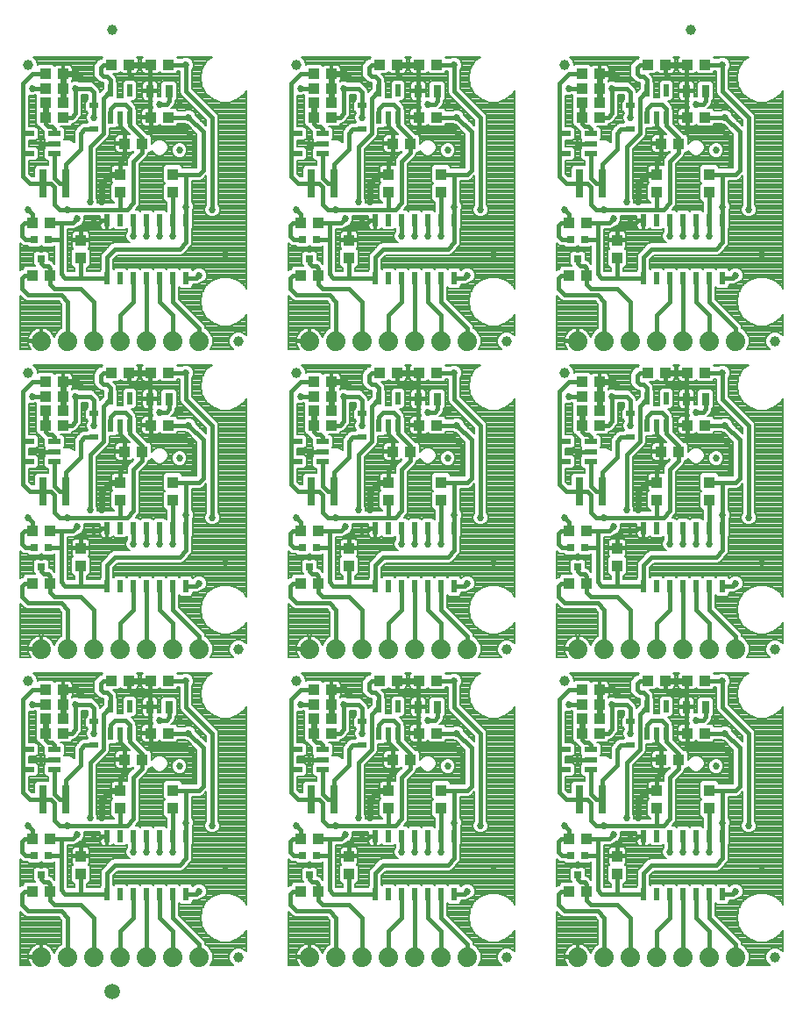
<source format=gtl>
G75*
%MOIN*%
%OFA0B0*%
%FSLAX25Y25*%
%IPPOS*%
%LPD*%
%AMOC8*
5,1,8,0,0,1.08239X$1,22.5*
%
%ADD10R,0.04331X0.03937*%
%ADD11R,0.03268X0.02480*%
%ADD12R,0.04724X0.02165*%
%ADD13R,0.02165X0.04724*%
%ADD14R,0.02362X0.04724*%
%ADD15R,0.03937X0.04331*%
%ADD16C,0.03937*%
%ADD17R,0.02756X0.02756*%
%ADD18C,0.07400*%
%ADD19R,0.03150X0.04724*%
%ADD20R,0.03150X0.10630*%
%ADD21C,0.05906*%
%ADD22C,0.02400*%
%ADD23C,0.01600*%
%ADD24C,0.02700*%
%ADD25C,0.00800*%
D10*
X0045404Y0058500D03*
X0052096Y0058500D03*
X0052096Y0078500D03*
X0045404Y0078500D03*
X0080404Y0108500D03*
X0087096Y0108500D03*
X0090404Y0118500D03*
X0097096Y0118500D03*
X0097096Y0138500D03*
X0090404Y0138500D03*
X0082096Y0138500D03*
X0075404Y0138500D03*
X0057096Y0135000D03*
X0050404Y0135000D03*
X0050404Y0129500D03*
X0050404Y0124000D03*
X0050404Y0118500D03*
X0057096Y0118500D03*
X0057096Y0124000D03*
X0057096Y0129500D03*
X0052096Y0175500D03*
X0045404Y0175500D03*
X0045404Y0195500D03*
X0052096Y0195500D03*
X0080404Y0225500D03*
X0087096Y0225500D03*
X0090404Y0235500D03*
X0097096Y0235500D03*
X0097096Y0255500D03*
X0090404Y0255500D03*
X0082096Y0255500D03*
X0075404Y0255500D03*
X0057096Y0252000D03*
X0050404Y0252000D03*
X0050404Y0246500D03*
X0050404Y0241000D03*
X0050404Y0235500D03*
X0057096Y0235500D03*
X0057096Y0241000D03*
X0057096Y0246500D03*
X0052096Y0292500D03*
X0045404Y0292500D03*
X0045404Y0312500D03*
X0052096Y0312500D03*
X0080404Y0342500D03*
X0087096Y0342500D03*
X0090404Y0352500D03*
X0097096Y0352500D03*
X0097096Y0372500D03*
X0090404Y0372500D03*
X0082096Y0372500D03*
X0075404Y0372500D03*
X0057096Y0369000D03*
X0057096Y0363500D03*
X0057096Y0358000D03*
X0050404Y0358000D03*
X0050404Y0363500D03*
X0050404Y0369000D03*
X0050404Y0352500D03*
X0057096Y0352500D03*
X0147404Y0312500D03*
X0154096Y0312500D03*
X0154096Y0292500D03*
X0147404Y0292500D03*
X0152404Y0252000D03*
X0159096Y0252000D03*
X0159096Y0246500D03*
X0159096Y0241000D03*
X0159096Y0235500D03*
X0152404Y0235500D03*
X0152404Y0241000D03*
X0152404Y0246500D03*
X0177404Y0255500D03*
X0184096Y0255500D03*
X0192404Y0255500D03*
X0199096Y0255500D03*
X0199096Y0235500D03*
X0192404Y0235500D03*
X0189096Y0225500D03*
X0182404Y0225500D03*
X0154096Y0195500D03*
X0147404Y0195500D03*
X0147404Y0175500D03*
X0154096Y0175500D03*
X0177404Y0138500D03*
X0184096Y0138500D03*
X0192404Y0138500D03*
X0199096Y0138500D03*
X0199096Y0118500D03*
X0192404Y0118500D03*
X0189096Y0108500D03*
X0182404Y0108500D03*
X0159096Y0118500D03*
X0159096Y0124000D03*
X0159096Y0129500D03*
X0152404Y0129500D03*
X0152404Y0124000D03*
X0152404Y0118500D03*
X0152404Y0135000D03*
X0159096Y0135000D03*
X0154096Y0078500D03*
X0147404Y0078500D03*
X0147404Y0058500D03*
X0154096Y0058500D03*
X0249404Y0058500D03*
X0256096Y0058500D03*
X0256096Y0078500D03*
X0249404Y0078500D03*
X0284404Y0108500D03*
X0291096Y0108500D03*
X0294404Y0118500D03*
X0301096Y0118500D03*
X0301096Y0138500D03*
X0294404Y0138500D03*
X0286096Y0138500D03*
X0279404Y0138500D03*
X0261096Y0135000D03*
X0254404Y0135000D03*
X0254404Y0129500D03*
X0254404Y0124000D03*
X0254404Y0118500D03*
X0261096Y0118500D03*
X0261096Y0124000D03*
X0261096Y0129500D03*
X0256096Y0175500D03*
X0249404Y0175500D03*
X0249404Y0195500D03*
X0256096Y0195500D03*
X0284404Y0225500D03*
X0291096Y0225500D03*
X0294404Y0235500D03*
X0301096Y0235500D03*
X0301096Y0255500D03*
X0294404Y0255500D03*
X0286096Y0255500D03*
X0279404Y0255500D03*
X0261096Y0252000D03*
X0254404Y0252000D03*
X0254404Y0246500D03*
X0254404Y0241000D03*
X0254404Y0235500D03*
X0261096Y0235500D03*
X0261096Y0241000D03*
X0261096Y0246500D03*
X0256096Y0292500D03*
X0249404Y0292500D03*
X0249404Y0312500D03*
X0256096Y0312500D03*
X0284404Y0342500D03*
X0291096Y0342500D03*
X0294404Y0352500D03*
X0301096Y0352500D03*
X0301096Y0372500D03*
X0294404Y0372500D03*
X0286096Y0372500D03*
X0279404Y0372500D03*
X0261096Y0369000D03*
X0261096Y0363500D03*
X0261096Y0358000D03*
X0254404Y0358000D03*
X0254404Y0363500D03*
X0254404Y0369000D03*
X0254404Y0352500D03*
X0261096Y0352500D03*
X0199096Y0352500D03*
X0192404Y0352500D03*
X0189096Y0342500D03*
X0182404Y0342500D03*
X0159096Y0352500D03*
X0152404Y0352500D03*
X0152404Y0358000D03*
X0152404Y0363500D03*
X0152404Y0369000D03*
X0159096Y0369000D03*
X0159096Y0363500D03*
X0159096Y0358000D03*
X0177404Y0372500D03*
X0184096Y0372500D03*
X0192404Y0372500D03*
X0199096Y0372500D03*
D11*
X0170750Y0357028D03*
X0170750Y0347972D03*
X0068750Y0347972D03*
X0068750Y0357028D03*
X0068750Y0240028D03*
X0068750Y0230972D03*
X0170750Y0230972D03*
X0170750Y0240028D03*
X0272750Y0240028D03*
X0272750Y0230972D03*
X0272750Y0123028D03*
X0272750Y0113972D03*
X0170750Y0113972D03*
X0170750Y0123028D03*
X0068750Y0123028D03*
X0068750Y0113972D03*
X0272750Y0347972D03*
X0272750Y0357028D03*
D12*
X0257869Y0346240D03*
X0257869Y0342500D03*
X0257869Y0338760D03*
X0247631Y0338760D03*
X0247631Y0346240D03*
X0155869Y0346240D03*
X0155869Y0342500D03*
X0155869Y0338760D03*
X0145631Y0338760D03*
X0145631Y0346240D03*
X0053869Y0346240D03*
X0053869Y0342500D03*
X0053869Y0338760D03*
X0043631Y0338760D03*
X0043631Y0346240D03*
X0043631Y0229240D03*
X0043631Y0221760D03*
X0053869Y0221760D03*
X0053869Y0225500D03*
X0053869Y0229240D03*
X0145631Y0229240D03*
X0145631Y0221760D03*
X0155869Y0221760D03*
X0155869Y0225500D03*
X0155869Y0229240D03*
X0247631Y0229240D03*
X0247631Y0221760D03*
X0257869Y0221760D03*
X0257869Y0225500D03*
X0257869Y0229240D03*
X0257869Y0112240D03*
X0257869Y0108500D03*
X0257869Y0104760D03*
X0247631Y0104760D03*
X0247631Y0112240D03*
X0155869Y0112240D03*
X0155869Y0108500D03*
X0155869Y0104760D03*
X0145631Y0104760D03*
X0145631Y0112240D03*
X0053869Y0112240D03*
X0053869Y0108500D03*
X0053869Y0104760D03*
X0043631Y0104760D03*
X0043631Y0112240D03*
D13*
X0075010Y0118381D03*
X0078750Y0118381D03*
X0082490Y0118381D03*
X0082490Y0128619D03*
X0075010Y0128619D03*
X0177010Y0128619D03*
X0184490Y0128619D03*
X0184490Y0118381D03*
X0180750Y0118381D03*
X0177010Y0118381D03*
X0279010Y0118381D03*
X0282750Y0118381D03*
X0286490Y0118381D03*
X0286490Y0128619D03*
X0279010Y0128619D03*
X0279010Y0235381D03*
X0282750Y0235381D03*
X0286490Y0235381D03*
X0286490Y0245619D03*
X0279010Y0245619D03*
X0184490Y0245619D03*
X0177010Y0245619D03*
X0177010Y0235381D03*
X0180750Y0235381D03*
X0184490Y0235381D03*
X0082490Y0235381D03*
X0078750Y0235381D03*
X0075010Y0235381D03*
X0075010Y0245619D03*
X0082490Y0245619D03*
X0082490Y0352381D03*
X0078750Y0352381D03*
X0075010Y0352381D03*
X0075010Y0362619D03*
X0082490Y0362619D03*
X0177010Y0362619D03*
X0184490Y0362619D03*
X0184490Y0352381D03*
X0180750Y0352381D03*
X0177010Y0352381D03*
X0279010Y0352381D03*
X0282750Y0352381D03*
X0286490Y0352381D03*
X0286490Y0362619D03*
X0279010Y0362619D03*
D14*
X0277750Y0313524D03*
X0282750Y0313524D03*
X0287750Y0313524D03*
X0292750Y0313524D03*
X0297750Y0313524D03*
X0302750Y0313524D03*
X0307750Y0313524D03*
X0307750Y0291476D03*
X0302750Y0291476D03*
X0297750Y0291476D03*
X0292750Y0291476D03*
X0287750Y0291476D03*
X0282750Y0291476D03*
X0277750Y0291476D03*
X0205750Y0291476D03*
X0200750Y0291476D03*
X0195750Y0291476D03*
X0190750Y0291476D03*
X0185750Y0291476D03*
X0180750Y0291476D03*
X0175750Y0291476D03*
X0175750Y0313524D03*
X0180750Y0313524D03*
X0185750Y0313524D03*
X0190750Y0313524D03*
X0195750Y0313524D03*
X0200750Y0313524D03*
X0205750Y0313524D03*
X0103750Y0313524D03*
X0098750Y0313524D03*
X0093750Y0313524D03*
X0088750Y0313524D03*
X0083750Y0313524D03*
X0078750Y0313524D03*
X0073750Y0313524D03*
X0073750Y0291476D03*
X0078750Y0291476D03*
X0083750Y0291476D03*
X0088750Y0291476D03*
X0093750Y0291476D03*
X0098750Y0291476D03*
X0103750Y0291476D03*
X0103750Y0196524D03*
X0098750Y0196524D03*
X0093750Y0196524D03*
X0088750Y0196524D03*
X0083750Y0196524D03*
X0078750Y0196524D03*
X0073750Y0196524D03*
X0073750Y0174476D03*
X0078750Y0174476D03*
X0083750Y0174476D03*
X0088750Y0174476D03*
X0093750Y0174476D03*
X0098750Y0174476D03*
X0103750Y0174476D03*
X0175750Y0174476D03*
X0180750Y0174476D03*
X0185750Y0174476D03*
X0190750Y0174476D03*
X0195750Y0174476D03*
X0200750Y0174476D03*
X0205750Y0174476D03*
X0205750Y0196524D03*
X0200750Y0196524D03*
X0195750Y0196524D03*
X0190750Y0196524D03*
X0185750Y0196524D03*
X0180750Y0196524D03*
X0175750Y0196524D03*
X0277750Y0196524D03*
X0282750Y0196524D03*
X0287750Y0196524D03*
X0292750Y0196524D03*
X0297750Y0196524D03*
X0302750Y0196524D03*
X0307750Y0196524D03*
X0307750Y0174476D03*
X0302750Y0174476D03*
X0297750Y0174476D03*
X0292750Y0174476D03*
X0287750Y0174476D03*
X0282750Y0174476D03*
X0277750Y0174476D03*
X0277750Y0079524D03*
X0282750Y0079524D03*
X0287750Y0079524D03*
X0292750Y0079524D03*
X0297750Y0079524D03*
X0302750Y0079524D03*
X0307750Y0079524D03*
X0307750Y0057476D03*
X0302750Y0057476D03*
X0297750Y0057476D03*
X0292750Y0057476D03*
X0287750Y0057476D03*
X0282750Y0057476D03*
X0277750Y0057476D03*
X0205750Y0057476D03*
X0200750Y0057476D03*
X0195750Y0057476D03*
X0190750Y0057476D03*
X0185750Y0057476D03*
X0180750Y0057476D03*
X0175750Y0057476D03*
X0175750Y0079524D03*
X0180750Y0079524D03*
X0185750Y0079524D03*
X0190750Y0079524D03*
X0195750Y0079524D03*
X0200750Y0079524D03*
X0205750Y0079524D03*
X0103750Y0079524D03*
X0098750Y0079524D03*
X0093750Y0079524D03*
X0088750Y0079524D03*
X0083750Y0079524D03*
X0078750Y0079524D03*
X0073750Y0079524D03*
X0073750Y0057476D03*
X0078750Y0057476D03*
X0083750Y0057476D03*
X0088750Y0057476D03*
X0093750Y0057476D03*
X0098750Y0057476D03*
X0103750Y0057476D03*
D15*
X0098750Y0090154D03*
X0098750Y0096846D03*
X0078750Y0096846D03*
X0078750Y0090154D03*
X0063750Y0071846D03*
X0063750Y0065154D03*
X0165750Y0065154D03*
X0165750Y0071846D03*
X0180750Y0090154D03*
X0180750Y0096846D03*
X0200750Y0096846D03*
X0200750Y0090154D03*
X0267750Y0071846D03*
X0267750Y0065154D03*
X0282750Y0090154D03*
X0282750Y0096846D03*
X0302750Y0096846D03*
X0302750Y0090154D03*
X0267750Y0182154D03*
X0267750Y0188846D03*
X0282750Y0207154D03*
X0282750Y0213846D03*
X0302750Y0213846D03*
X0302750Y0207154D03*
X0267750Y0299154D03*
X0267750Y0305846D03*
X0282750Y0324154D03*
X0282750Y0330846D03*
X0302750Y0330846D03*
X0302750Y0324154D03*
X0200750Y0324154D03*
X0200750Y0330846D03*
X0180750Y0330846D03*
X0180750Y0324154D03*
X0165750Y0305846D03*
X0165750Y0299154D03*
X0098750Y0324154D03*
X0098750Y0330846D03*
X0078750Y0330846D03*
X0078750Y0324154D03*
X0063750Y0305846D03*
X0063750Y0299154D03*
X0078750Y0213846D03*
X0078750Y0207154D03*
X0098750Y0207154D03*
X0098750Y0213846D03*
X0063750Y0188846D03*
X0063750Y0182154D03*
X0165750Y0182154D03*
X0165750Y0188846D03*
X0180750Y0207154D03*
X0180750Y0213846D03*
X0200750Y0213846D03*
X0200750Y0207154D03*
D16*
X0247750Y0255500D03*
X0225750Y0267500D03*
X0145750Y0255500D03*
X0123750Y0267500D03*
X0043750Y0255500D03*
X0123750Y0150500D03*
X0145750Y0138500D03*
X0225750Y0150500D03*
X0247750Y0138500D03*
X0327750Y0150500D03*
X0327750Y0267500D03*
X0247750Y0372500D03*
X0295750Y0385750D03*
X0145750Y0372500D03*
X0075750Y0385750D03*
X0043750Y0372500D03*
X0043750Y0138500D03*
X0123750Y0033500D03*
X0225750Y0033500D03*
X0327750Y0033500D03*
D17*
X0255309Y0072142D03*
X0250191Y0072142D03*
X0252750Y0064858D03*
X0153309Y0072142D03*
X0148191Y0072142D03*
X0150750Y0064858D03*
X0051309Y0072142D03*
X0046191Y0072142D03*
X0048750Y0064858D03*
X0048750Y0181858D03*
X0046191Y0189142D03*
X0051309Y0189142D03*
X0148191Y0189142D03*
X0153309Y0189142D03*
X0150750Y0181858D03*
X0250191Y0189142D03*
X0255309Y0189142D03*
X0252750Y0181858D03*
X0252750Y0298858D03*
X0250191Y0306142D03*
X0255309Y0306142D03*
X0153309Y0306142D03*
X0148191Y0306142D03*
X0150750Y0298858D03*
X0051309Y0306142D03*
X0046191Y0306142D03*
X0048750Y0298858D03*
D18*
X0048750Y0267500D03*
X0058750Y0267500D03*
X0068750Y0267500D03*
X0078750Y0267500D03*
X0088750Y0267500D03*
X0098750Y0267500D03*
X0108750Y0267500D03*
X0150750Y0267500D03*
X0160750Y0267500D03*
X0170750Y0267500D03*
X0180750Y0267500D03*
X0190750Y0267500D03*
X0200750Y0267500D03*
X0210750Y0267500D03*
X0252750Y0267500D03*
X0262750Y0267500D03*
X0272750Y0267500D03*
X0282750Y0267500D03*
X0292750Y0267500D03*
X0302750Y0267500D03*
X0312750Y0267500D03*
X0312750Y0150500D03*
X0302750Y0150500D03*
X0292750Y0150500D03*
X0282750Y0150500D03*
X0272750Y0150500D03*
X0262750Y0150500D03*
X0252750Y0150500D03*
X0210750Y0150500D03*
X0200750Y0150500D03*
X0190750Y0150500D03*
X0180750Y0150500D03*
X0170750Y0150500D03*
X0160750Y0150500D03*
X0150750Y0150500D03*
X0108750Y0150500D03*
X0098750Y0150500D03*
X0088750Y0150500D03*
X0078750Y0150500D03*
X0068750Y0150500D03*
X0058750Y0150500D03*
X0048750Y0150500D03*
X0048750Y0033500D03*
X0058750Y0033500D03*
X0068750Y0033500D03*
X0078750Y0033500D03*
X0088750Y0033500D03*
X0098750Y0033500D03*
X0108750Y0033500D03*
X0150750Y0033500D03*
X0160750Y0033500D03*
X0170750Y0033500D03*
X0180750Y0033500D03*
X0190750Y0033500D03*
X0200750Y0033500D03*
X0210750Y0033500D03*
X0252750Y0033500D03*
X0262750Y0033500D03*
X0272750Y0033500D03*
X0282750Y0033500D03*
X0292750Y0033500D03*
X0302750Y0033500D03*
X0312750Y0033500D03*
D19*
X0301293Y0128500D03*
X0294207Y0128500D03*
X0199293Y0128500D03*
X0192207Y0128500D03*
X0097293Y0128500D03*
X0090207Y0128500D03*
X0090207Y0245500D03*
X0097293Y0245500D03*
X0192207Y0245500D03*
X0199293Y0245500D03*
X0294207Y0245500D03*
X0301293Y0245500D03*
X0301293Y0362500D03*
X0294207Y0362500D03*
X0199293Y0362500D03*
X0192207Y0362500D03*
X0097293Y0362500D03*
X0090207Y0362500D03*
D20*
X0058081Y0327500D03*
X0049419Y0327500D03*
X0151419Y0327500D03*
X0160081Y0327500D03*
X0253419Y0327500D03*
X0262081Y0327500D03*
X0262081Y0210500D03*
X0253419Y0210500D03*
X0160081Y0210500D03*
X0151419Y0210500D03*
X0058081Y0210500D03*
X0049419Y0210500D03*
X0049419Y0093500D03*
X0058081Y0093500D03*
X0151419Y0093500D03*
X0160081Y0093500D03*
X0253419Y0093500D03*
X0262081Y0093500D03*
D21*
X0075750Y0020250D03*
D22*
X0071750Y0086500D02*
X0071750Y0093500D01*
X0075096Y0096846D01*
X0078750Y0096846D01*
X0050404Y0118500D02*
X0050404Y0124000D01*
X0057096Y0124000D02*
X0057096Y0129500D01*
X0057096Y0135000D01*
X0062250Y0135000D01*
X0063750Y0133500D01*
X0082096Y0138500D02*
X0086250Y0138500D01*
X0090404Y0138500D01*
X0152404Y0124000D02*
X0152404Y0118500D01*
X0159096Y0124000D02*
X0159096Y0129500D01*
X0159096Y0135000D01*
X0164250Y0135000D01*
X0165750Y0133500D01*
X0184096Y0138500D02*
X0188250Y0138500D01*
X0192404Y0138500D01*
X0180750Y0096846D02*
X0177096Y0096846D01*
X0173750Y0093500D01*
X0173750Y0086500D01*
X0254404Y0118500D02*
X0254404Y0124000D01*
X0261096Y0124000D02*
X0261096Y0129500D01*
X0261096Y0135000D01*
X0266250Y0135000D01*
X0267750Y0133500D01*
X0286096Y0138500D02*
X0290250Y0138500D01*
X0294404Y0138500D01*
X0282750Y0096846D02*
X0279096Y0096846D01*
X0275750Y0093500D01*
X0275750Y0086500D01*
X0275750Y0203500D02*
X0275750Y0210500D01*
X0279096Y0213846D01*
X0282750Y0213846D01*
X0254404Y0235500D02*
X0254404Y0241000D01*
X0261096Y0241000D02*
X0261096Y0246500D01*
X0261096Y0252000D01*
X0266250Y0252000D01*
X0267750Y0250500D01*
X0286096Y0255500D02*
X0290250Y0255500D01*
X0294404Y0255500D01*
X0275750Y0320500D02*
X0275750Y0327500D01*
X0279096Y0330846D01*
X0282750Y0330846D01*
X0254404Y0352500D02*
X0254404Y0358000D01*
X0261096Y0358000D02*
X0261096Y0363500D01*
X0261096Y0369000D01*
X0266250Y0369000D01*
X0267750Y0367500D01*
X0286096Y0372500D02*
X0290250Y0372500D01*
X0294404Y0372500D01*
X0192404Y0372500D02*
X0188250Y0372500D01*
X0184096Y0372500D01*
X0165750Y0367500D02*
X0164250Y0369000D01*
X0159096Y0369000D01*
X0159096Y0363500D01*
X0159096Y0358000D01*
X0152404Y0358000D02*
X0152404Y0352500D01*
X0177096Y0330846D02*
X0173750Y0327500D01*
X0173750Y0320500D01*
X0177096Y0330846D02*
X0180750Y0330846D01*
X0184096Y0255500D02*
X0188250Y0255500D01*
X0192404Y0255500D01*
X0165750Y0250500D02*
X0164250Y0252000D01*
X0159096Y0252000D01*
X0159096Y0246500D01*
X0159096Y0241000D01*
X0152404Y0241000D02*
X0152404Y0235500D01*
X0177096Y0213846D02*
X0173750Y0210500D01*
X0173750Y0203500D01*
X0177096Y0213846D02*
X0180750Y0213846D01*
X0090404Y0255500D02*
X0086250Y0255500D01*
X0082096Y0255500D01*
X0063750Y0250500D02*
X0062250Y0252000D01*
X0057096Y0252000D01*
X0057096Y0246500D01*
X0057096Y0241000D01*
X0050404Y0241000D02*
X0050404Y0235500D01*
X0075096Y0213846D02*
X0071750Y0210500D01*
X0071750Y0203500D01*
X0075096Y0213846D02*
X0078750Y0213846D01*
X0071750Y0320500D02*
X0071750Y0327500D01*
X0075096Y0330846D01*
X0078750Y0330846D01*
X0050404Y0352500D02*
X0050404Y0358000D01*
X0057096Y0358000D02*
X0057096Y0363500D01*
X0057096Y0369000D01*
X0062250Y0369000D01*
X0063750Y0367500D01*
X0082096Y0372500D02*
X0086250Y0372500D01*
X0090404Y0372500D01*
D23*
X0090207Y0372303D01*
X0090207Y0367500D01*
X0083750Y0367500D01*
X0082096Y0369154D01*
X0082096Y0372500D01*
X0075404Y0372500D02*
X0072250Y0372500D01*
X0071250Y0371500D01*
X0071250Y0369000D01*
X0072250Y0368000D01*
X0073750Y0368000D01*
X0075010Y0366740D01*
X0075010Y0362619D01*
X0072250Y0359859D01*
X0072250Y0346500D01*
X0067250Y0341500D01*
X0067250Y0320500D01*
X0071774Y0313524D02*
X0070750Y0312500D01*
X0068750Y0312500D01*
X0065750Y0312500D01*
X0063750Y0310500D01*
X0063750Y0305846D01*
X0060750Y0312500D02*
X0062250Y0314000D01*
X0060750Y0312500D02*
X0056250Y0312500D01*
X0056250Y0306000D01*
X0056108Y0306142D01*
X0051309Y0306142D01*
X0056250Y0306000D02*
X0056250Y0293000D01*
X0057750Y0291500D01*
X0063250Y0291500D01*
X0063750Y0292000D01*
X0063750Y0299154D01*
X0063250Y0291500D02*
X0073726Y0291500D01*
X0073726Y0299476D01*
X0076750Y0302500D01*
X0101250Y0302500D01*
X0103750Y0305000D01*
X0103750Y0313524D01*
X0103750Y0318500D01*
X0103750Y0330846D01*
X0108596Y0330846D01*
X0110250Y0332500D01*
X0110250Y0347000D01*
X0104750Y0352500D01*
X0097096Y0352500D01*
X0090404Y0352500D02*
X0090404Y0347154D01*
X0090750Y0347500D01*
X0103750Y0347500D01*
X0106750Y0344500D01*
X0106750Y0334500D01*
X0103750Y0330846D02*
X0098750Y0330846D01*
X0101904Y0330846D01*
X0098750Y0324154D02*
X0098750Y0313524D01*
X0098750Y0307500D01*
X0093750Y0307500D02*
X0093750Y0313524D01*
X0088750Y0313524D02*
X0088750Y0307500D01*
X0083750Y0307500D02*
X0083750Y0313524D01*
X0081250Y0317500D02*
X0078750Y0317500D01*
X0078750Y0324154D01*
X0083750Y0320000D02*
X0083750Y0335846D01*
X0087096Y0339193D01*
X0087096Y0342500D01*
X0087096Y0344654D01*
X0082490Y0349260D01*
X0082490Y0352381D01*
X0082490Y0355760D01*
X0080750Y0357500D01*
X0076750Y0357500D01*
X0075010Y0355760D01*
X0075010Y0352381D01*
X0078750Y0352381D02*
X0078750Y0349000D01*
X0080404Y0347346D01*
X0080404Y0342500D01*
X0080404Y0337154D01*
X0078750Y0335500D01*
X0078750Y0330846D01*
X0083750Y0320000D02*
X0081250Y0317500D01*
X0078750Y0317500D02*
X0058750Y0317500D01*
X0055750Y0317500D01*
X0053750Y0319500D01*
X0053750Y0326000D01*
X0052250Y0327500D01*
X0049419Y0327500D01*
X0044250Y0327500D01*
X0041750Y0330000D01*
X0041750Y0339000D01*
X0041990Y0338760D01*
X0043631Y0338760D01*
X0041750Y0339000D02*
X0041750Y0346000D01*
X0041990Y0346240D01*
X0043631Y0346240D01*
X0041750Y0346000D02*
X0041750Y0365500D01*
X0045250Y0369000D01*
X0050404Y0369000D01*
X0050404Y0363500D02*
X0045250Y0363500D01*
X0050404Y0352500D02*
X0050250Y0352346D01*
X0050250Y0350000D01*
X0051250Y0349000D01*
X0052750Y0349000D01*
X0053869Y0347881D01*
X0053869Y0346240D01*
X0053869Y0342500D02*
X0048750Y0342500D01*
X0053869Y0338760D02*
X0053869Y0329381D01*
X0055750Y0327500D01*
X0058081Y0327500D01*
X0058081Y0334831D01*
X0063750Y0340500D01*
X0063750Y0346500D01*
X0065222Y0347972D01*
X0068750Y0347972D01*
X0068750Y0352500D02*
X0068750Y0357028D01*
X0068750Y0362000D01*
X0067250Y0363500D01*
X0061750Y0363500D01*
X0061750Y0354000D01*
X0060250Y0352500D01*
X0057096Y0352500D01*
X0090207Y0352697D02*
X0090207Y0362500D01*
X0090207Y0367500D01*
X0097096Y0372500D02*
X0103750Y0372500D01*
X0103750Y0362500D01*
X0113750Y0352500D01*
X0113750Y0317500D01*
X0108750Y0292500D02*
X0107726Y0291476D01*
X0103750Y0291476D01*
X0103774Y0291500D01*
X0098750Y0291476D02*
X0098750Y0282500D01*
X0108750Y0272500D01*
X0108750Y0267500D01*
X0098750Y0267500D02*
X0098750Y0277500D01*
X0093750Y0282500D01*
X0093750Y0291476D01*
X0088750Y0291476D02*
X0088750Y0267500D01*
X0078750Y0267500D02*
X0078750Y0277500D01*
X0083750Y0282500D01*
X0083750Y0291476D01*
X0073750Y0291476D02*
X0073726Y0291500D01*
X0068750Y0282500D02*
X0063750Y0287500D01*
X0053750Y0287500D01*
X0052096Y0289154D01*
X0052096Y0292500D01*
X0052096Y0295154D01*
X0051250Y0296000D01*
X0049750Y0296000D01*
X0048750Y0297000D01*
X0048750Y0298858D01*
X0045404Y0292500D02*
X0042250Y0292500D01*
X0041250Y0291500D01*
X0041250Y0287500D01*
X0043750Y0285000D01*
X0056250Y0285000D01*
X0058750Y0282500D01*
X0058750Y0267500D01*
X0068750Y0267500D02*
X0068750Y0282500D01*
X0046191Y0306142D02*
X0042608Y0306142D01*
X0041250Y0307500D01*
X0041250Y0311500D01*
X0042250Y0312500D01*
X0045404Y0312500D01*
X0045404Y0315846D01*
X0043750Y0317500D01*
X0052096Y0312500D02*
X0056250Y0312500D01*
X0055250Y0312500D02*
X0052096Y0312500D01*
X0071774Y0313524D02*
X0073750Y0313524D01*
X0090404Y0352500D02*
X0090207Y0352697D01*
X0093750Y0357500D02*
X0096250Y0357500D01*
X0097293Y0358543D01*
X0097293Y0362500D01*
X0143750Y0365500D02*
X0143750Y0346000D01*
X0143990Y0346240D01*
X0145631Y0346240D01*
X0143750Y0346000D02*
X0143750Y0339000D01*
X0143990Y0338760D01*
X0145631Y0338760D01*
X0143750Y0339000D02*
X0143750Y0330000D01*
X0146250Y0327500D01*
X0151419Y0327500D01*
X0154250Y0327500D01*
X0155750Y0326000D01*
X0155750Y0319500D01*
X0157750Y0317500D01*
X0160750Y0317500D01*
X0180750Y0317500D01*
X0180750Y0324154D01*
X0185750Y0320000D02*
X0185750Y0335846D01*
X0189096Y0339193D01*
X0189096Y0342500D01*
X0189096Y0344654D01*
X0184490Y0349260D01*
X0184490Y0352381D01*
X0184490Y0355760D01*
X0182750Y0357500D01*
X0178750Y0357500D01*
X0177010Y0355760D01*
X0177010Y0352381D01*
X0180750Y0352381D02*
X0180750Y0349000D01*
X0182404Y0347346D01*
X0182404Y0342500D01*
X0182404Y0337154D01*
X0180750Y0335500D01*
X0180750Y0330846D01*
X0185750Y0320000D02*
X0183250Y0317500D01*
X0180750Y0317500D01*
X0175750Y0313524D02*
X0173774Y0313524D01*
X0172750Y0312500D01*
X0170750Y0312500D01*
X0167750Y0312500D01*
X0165750Y0310500D01*
X0165750Y0305846D01*
X0162750Y0312500D02*
X0164250Y0314000D01*
X0162750Y0312500D02*
X0158250Y0312500D01*
X0158250Y0306000D01*
X0158108Y0306142D01*
X0153309Y0306142D01*
X0158250Y0306000D02*
X0158250Y0293000D01*
X0159750Y0291500D01*
X0165250Y0291500D01*
X0165750Y0292000D01*
X0165750Y0299154D01*
X0165250Y0291500D02*
X0175726Y0291500D01*
X0175726Y0299476D01*
X0178750Y0302500D01*
X0203250Y0302500D01*
X0205750Y0305000D01*
X0205750Y0313524D01*
X0205750Y0318500D01*
X0205750Y0330846D01*
X0210596Y0330846D01*
X0212250Y0332500D01*
X0212250Y0347000D01*
X0206750Y0352500D01*
X0199096Y0352500D01*
X0192404Y0352500D02*
X0192404Y0347154D01*
X0192750Y0347500D01*
X0205750Y0347500D01*
X0208750Y0344500D01*
X0208750Y0334500D01*
X0205750Y0330846D02*
X0200750Y0330846D01*
X0203904Y0330846D01*
X0200750Y0324154D02*
X0200750Y0313524D01*
X0200750Y0307500D01*
X0195750Y0307500D02*
X0195750Y0313524D01*
X0190750Y0313524D02*
X0190750Y0307500D01*
X0185750Y0307500D02*
X0185750Y0313524D01*
X0169250Y0320500D02*
X0169250Y0341500D01*
X0174250Y0346500D01*
X0174250Y0359859D01*
X0177010Y0362619D01*
X0177010Y0366740D01*
X0175750Y0368000D01*
X0174250Y0368000D01*
X0173250Y0369000D01*
X0173250Y0371500D01*
X0174250Y0372500D01*
X0177404Y0372500D01*
X0184096Y0372500D02*
X0184096Y0369154D01*
X0185750Y0367500D01*
X0192207Y0367500D01*
X0192207Y0372303D01*
X0192404Y0372500D01*
X0192207Y0367500D02*
X0192207Y0362500D01*
X0192207Y0352697D01*
X0192404Y0352500D01*
X0195750Y0357500D02*
X0198250Y0357500D01*
X0199293Y0358543D01*
X0199293Y0362500D01*
X0205750Y0362500D02*
X0205750Y0372500D01*
X0199096Y0372500D01*
X0205750Y0362500D02*
X0215750Y0352500D01*
X0215750Y0317500D01*
X0210750Y0292500D02*
X0209726Y0291476D01*
X0205750Y0291476D01*
X0205774Y0291500D01*
X0200750Y0291476D02*
X0200750Y0282500D01*
X0210750Y0272500D01*
X0210750Y0267500D01*
X0200750Y0267500D02*
X0200750Y0277500D01*
X0195750Y0282500D01*
X0195750Y0291476D01*
X0190750Y0291476D02*
X0190750Y0267500D01*
X0180750Y0267500D02*
X0180750Y0277500D01*
X0185750Y0282500D01*
X0185750Y0291476D01*
X0175750Y0291476D02*
X0175726Y0291500D01*
X0170750Y0282500D02*
X0165750Y0287500D01*
X0155750Y0287500D01*
X0154096Y0289154D01*
X0154096Y0292500D01*
X0154096Y0295154D01*
X0153250Y0296000D01*
X0151750Y0296000D01*
X0150750Y0297000D01*
X0150750Y0298858D01*
X0147404Y0292500D02*
X0144250Y0292500D01*
X0143250Y0291500D01*
X0143250Y0287500D01*
X0145750Y0285000D01*
X0158250Y0285000D01*
X0160750Y0282500D01*
X0160750Y0267500D01*
X0170750Y0267500D02*
X0170750Y0282500D01*
X0148191Y0306142D02*
X0144608Y0306142D01*
X0143250Y0307500D01*
X0143250Y0311500D01*
X0144250Y0312500D01*
X0147404Y0312500D01*
X0147404Y0315846D01*
X0145750Y0317500D01*
X0154096Y0312500D02*
X0158250Y0312500D01*
X0157250Y0312500D02*
X0154096Y0312500D01*
X0157750Y0327500D02*
X0160081Y0327500D01*
X0160081Y0334831D01*
X0165750Y0340500D01*
X0165750Y0346500D01*
X0167222Y0347972D01*
X0170750Y0347972D01*
X0170750Y0352500D02*
X0170750Y0357028D01*
X0170750Y0362000D01*
X0169250Y0363500D01*
X0163750Y0363500D01*
X0163750Y0354000D01*
X0162250Y0352500D01*
X0159096Y0352500D01*
X0154750Y0349000D02*
X0153250Y0349000D01*
X0152250Y0350000D01*
X0152250Y0352346D01*
X0152404Y0352500D01*
X0154750Y0349000D02*
X0155869Y0347881D01*
X0155869Y0346240D01*
X0155869Y0342500D02*
X0150750Y0342500D01*
X0155869Y0338760D02*
X0155869Y0329381D01*
X0157750Y0327500D01*
X0152404Y0363500D02*
X0147250Y0363500D01*
X0143750Y0365500D02*
X0147250Y0369000D01*
X0152404Y0369000D01*
X0245750Y0365500D02*
X0245750Y0346000D01*
X0245990Y0346240D01*
X0247631Y0346240D01*
X0245750Y0346000D02*
X0245750Y0339000D01*
X0245990Y0338760D01*
X0247631Y0338760D01*
X0245750Y0339000D02*
X0245750Y0330000D01*
X0248250Y0327500D01*
X0253419Y0327500D01*
X0256250Y0327500D01*
X0257750Y0326000D01*
X0257750Y0319500D01*
X0259750Y0317500D01*
X0262750Y0317500D01*
X0282750Y0317500D01*
X0282750Y0324154D01*
X0287750Y0320000D02*
X0285250Y0317500D01*
X0282750Y0317500D01*
X0287750Y0320000D02*
X0287750Y0335846D01*
X0291096Y0339193D01*
X0291096Y0342500D01*
X0291096Y0344654D01*
X0286490Y0349260D01*
X0286490Y0352381D01*
X0286490Y0355760D01*
X0284750Y0357500D01*
X0280750Y0357500D01*
X0279010Y0355760D01*
X0279010Y0352381D01*
X0282750Y0352381D02*
X0282750Y0349000D01*
X0284404Y0347346D01*
X0284404Y0342500D01*
X0284404Y0337154D01*
X0282750Y0335500D01*
X0282750Y0330846D01*
X0271250Y0320500D02*
X0271250Y0341500D01*
X0276250Y0346500D01*
X0276250Y0359859D01*
X0279010Y0362619D01*
X0279010Y0366740D01*
X0277750Y0368000D01*
X0276250Y0368000D01*
X0275250Y0369000D01*
X0275250Y0371500D01*
X0276250Y0372500D01*
X0279404Y0372500D01*
X0286096Y0372500D02*
X0286096Y0369154D01*
X0287750Y0367500D01*
X0294207Y0367500D01*
X0294207Y0372303D01*
X0294404Y0372500D01*
X0294207Y0367500D02*
X0294207Y0362500D01*
X0294207Y0352697D01*
X0294404Y0352500D01*
X0294404Y0347154D01*
X0294750Y0347500D01*
X0307750Y0347500D01*
X0310750Y0344500D01*
X0310750Y0334500D01*
X0314250Y0332500D02*
X0314250Y0347000D01*
X0308750Y0352500D01*
X0301096Y0352500D01*
X0300250Y0357500D02*
X0297750Y0357500D01*
X0300250Y0357500D02*
X0301293Y0358543D01*
X0301293Y0362500D01*
X0307750Y0362500D02*
X0307750Y0372500D01*
X0301096Y0372500D01*
X0307750Y0362500D02*
X0317750Y0352500D01*
X0317750Y0317500D01*
X0307750Y0318500D02*
X0307750Y0313524D01*
X0307750Y0305000D01*
X0305250Y0302500D01*
X0280750Y0302500D01*
X0277726Y0299476D01*
X0277726Y0291500D01*
X0267250Y0291500D01*
X0267750Y0292000D01*
X0267750Y0299154D01*
X0267750Y0305846D02*
X0267750Y0310500D01*
X0269750Y0312500D01*
X0272750Y0312500D01*
X0274750Y0312500D01*
X0275774Y0313524D01*
X0277750Y0313524D01*
X0287750Y0313524D02*
X0287750Y0307500D01*
X0292750Y0307500D02*
X0292750Y0313524D01*
X0297750Y0313524D02*
X0297750Y0307500D01*
X0302750Y0307500D02*
X0302750Y0313524D01*
X0302750Y0324154D01*
X0302750Y0330846D02*
X0307750Y0330846D01*
X0312596Y0330846D01*
X0314250Y0332500D01*
X0307750Y0330846D02*
X0307750Y0318500D01*
X0305904Y0330846D02*
X0302750Y0330846D01*
X0272750Y0347972D02*
X0269222Y0347972D01*
X0267750Y0346500D01*
X0267750Y0340500D01*
X0262081Y0334831D01*
X0262081Y0327500D01*
X0259750Y0327500D01*
X0257869Y0329381D01*
X0257869Y0338760D01*
X0257869Y0342500D02*
X0252750Y0342500D01*
X0257869Y0346240D02*
X0257869Y0347881D01*
X0256750Y0349000D01*
X0255250Y0349000D01*
X0254250Y0350000D01*
X0254250Y0352346D01*
X0254404Y0352500D01*
X0261096Y0352500D02*
X0264250Y0352500D01*
X0265750Y0354000D01*
X0265750Y0363500D01*
X0271250Y0363500D01*
X0272750Y0362000D01*
X0272750Y0357028D01*
X0272750Y0352500D01*
X0254404Y0363500D02*
X0249250Y0363500D01*
X0245750Y0365500D02*
X0249250Y0369000D01*
X0254404Y0369000D01*
X0247750Y0317500D02*
X0249404Y0315846D01*
X0249404Y0312500D01*
X0246250Y0312500D01*
X0245250Y0311500D01*
X0245250Y0307500D01*
X0246608Y0306142D01*
X0250191Y0306142D01*
X0255309Y0306142D02*
X0260108Y0306142D01*
X0260250Y0306000D01*
X0260250Y0312500D01*
X0264750Y0312500D01*
X0266250Y0314000D01*
X0260250Y0312500D02*
X0256096Y0312500D01*
X0259250Y0312500D01*
X0260250Y0306000D02*
X0260250Y0293000D01*
X0261750Y0291500D01*
X0267250Y0291500D01*
X0267750Y0287500D02*
X0257750Y0287500D01*
X0256096Y0289154D01*
X0256096Y0292500D01*
X0256096Y0295154D01*
X0255250Y0296000D01*
X0253750Y0296000D01*
X0252750Y0297000D01*
X0252750Y0298858D01*
X0249404Y0292500D02*
X0246250Y0292500D01*
X0245250Y0291500D01*
X0245250Y0287500D01*
X0247750Y0285000D01*
X0260250Y0285000D01*
X0262750Y0282500D01*
X0262750Y0267500D01*
X0272750Y0267500D02*
X0272750Y0282500D01*
X0267750Y0287500D01*
X0277726Y0291500D02*
X0277750Y0291476D01*
X0287750Y0291476D02*
X0287750Y0282500D01*
X0282750Y0277500D01*
X0282750Y0267500D01*
X0292750Y0267500D02*
X0292750Y0291476D01*
X0297750Y0291476D02*
X0297750Y0282500D01*
X0302750Y0277500D01*
X0302750Y0267500D01*
X0312750Y0267500D02*
X0312750Y0272500D01*
X0302750Y0282500D01*
X0302750Y0291476D01*
X0307750Y0291476D02*
X0311726Y0291476D01*
X0312750Y0292500D01*
X0307774Y0291500D02*
X0307750Y0291476D01*
X0307750Y0255500D02*
X0301096Y0255500D01*
X0294404Y0255500D02*
X0294207Y0255303D01*
X0294207Y0250500D01*
X0287750Y0250500D01*
X0286096Y0252154D01*
X0286096Y0255500D01*
X0294207Y0250500D02*
X0294207Y0245500D01*
X0294207Y0235697D01*
X0294404Y0235500D01*
X0294404Y0230154D01*
X0294750Y0230500D01*
X0307750Y0230500D01*
X0310750Y0227500D01*
X0310750Y0217500D01*
X0314250Y0215500D02*
X0312596Y0213846D01*
X0307750Y0213846D01*
X0302750Y0213846D01*
X0305904Y0213846D01*
X0307750Y0213846D02*
X0307750Y0201500D01*
X0307750Y0196524D01*
X0307750Y0188000D01*
X0305250Y0185500D01*
X0280750Y0185500D01*
X0277726Y0182476D01*
X0277726Y0174500D01*
X0267250Y0174500D01*
X0267750Y0175000D01*
X0267750Y0182154D01*
X0267750Y0188846D02*
X0267750Y0193500D01*
X0269750Y0195500D01*
X0272750Y0195500D01*
X0274750Y0195500D01*
X0275774Y0196524D01*
X0277750Y0196524D01*
X0282750Y0200500D02*
X0282750Y0207154D01*
X0287750Y0203000D02*
X0287750Y0218846D01*
X0291096Y0222193D01*
X0291096Y0225500D01*
X0291096Y0227654D01*
X0286490Y0232260D01*
X0286490Y0235381D01*
X0286490Y0238760D01*
X0284750Y0240500D01*
X0280750Y0240500D01*
X0279010Y0238760D01*
X0279010Y0235381D01*
X0282750Y0235381D02*
X0282750Y0232000D01*
X0284404Y0230346D01*
X0284404Y0225500D01*
X0284404Y0220154D01*
X0282750Y0218500D01*
X0282750Y0213846D01*
X0287750Y0203000D02*
X0285250Y0200500D01*
X0282750Y0200500D01*
X0262750Y0200500D01*
X0259750Y0200500D01*
X0257750Y0202500D01*
X0257750Y0209000D01*
X0256250Y0210500D01*
X0253419Y0210500D01*
X0248250Y0210500D01*
X0245750Y0213000D01*
X0245750Y0222000D01*
X0245990Y0221760D01*
X0247631Y0221760D01*
X0245750Y0222000D02*
X0245750Y0229000D01*
X0245990Y0229240D01*
X0247631Y0229240D01*
X0245750Y0229000D02*
X0245750Y0248500D01*
X0249250Y0252000D01*
X0254404Y0252000D01*
X0254404Y0246500D02*
X0249250Y0246500D01*
X0254404Y0235500D02*
X0254250Y0235346D01*
X0254250Y0233000D01*
X0255250Y0232000D01*
X0256750Y0232000D01*
X0257869Y0230881D01*
X0257869Y0229240D01*
X0257869Y0225500D02*
X0252750Y0225500D01*
X0257869Y0221760D02*
X0257869Y0212381D01*
X0259750Y0210500D01*
X0262081Y0210500D01*
X0262081Y0217831D01*
X0267750Y0223500D01*
X0267750Y0229500D01*
X0269222Y0230972D01*
X0272750Y0230972D01*
X0276250Y0229500D02*
X0271250Y0224500D01*
X0271250Y0203500D01*
X0266250Y0197000D02*
X0264750Y0195500D01*
X0260250Y0195500D01*
X0260250Y0189000D01*
X0260108Y0189142D01*
X0255309Y0189142D01*
X0260250Y0189000D02*
X0260250Y0176000D01*
X0261750Y0174500D01*
X0267250Y0174500D01*
X0267750Y0170500D02*
X0257750Y0170500D01*
X0256096Y0172154D01*
X0256096Y0175500D01*
X0256096Y0178154D01*
X0255250Y0179000D01*
X0253750Y0179000D01*
X0252750Y0180000D01*
X0252750Y0181858D01*
X0249404Y0175500D02*
X0246250Y0175500D01*
X0245250Y0174500D01*
X0245250Y0170500D01*
X0247750Y0168000D01*
X0260250Y0168000D01*
X0262750Y0165500D01*
X0262750Y0150500D01*
X0272750Y0150500D02*
X0272750Y0165500D01*
X0267750Y0170500D01*
X0277726Y0174500D02*
X0277750Y0174476D01*
X0287750Y0174476D02*
X0287750Y0165500D01*
X0282750Y0160500D01*
X0282750Y0150500D01*
X0292750Y0150500D02*
X0292750Y0174476D01*
X0297750Y0174476D02*
X0297750Y0165500D01*
X0302750Y0160500D01*
X0302750Y0150500D01*
X0312750Y0150500D02*
X0312750Y0155500D01*
X0302750Y0165500D01*
X0302750Y0174476D01*
X0307750Y0174476D02*
X0311726Y0174476D01*
X0312750Y0175500D01*
X0307774Y0174500D02*
X0307750Y0174476D01*
X0302750Y0190500D02*
X0302750Y0196524D01*
X0302750Y0207154D01*
X0297750Y0196524D02*
X0297750Y0190500D01*
X0292750Y0190500D02*
X0292750Y0196524D01*
X0287750Y0196524D02*
X0287750Y0190500D01*
X0260250Y0195500D02*
X0256096Y0195500D01*
X0259250Y0195500D01*
X0250191Y0189142D02*
X0246608Y0189142D01*
X0245250Y0190500D01*
X0245250Y0194500D01*
X0246250Y0195500D01*
X0249404Y0195500D01*
X0249404Y0198846D01*
X0247750Y0200500D01*
X0215750Y0200500D02*
X0215750Y0235500D01*
X0205750Y0245500D01*
X0205750Y0255500D01*
X0199096Y0255500D01*
X0192404Y0255500D02*
X0192207Y0255303D01*
X0192207Y0250500D01*
X0185750Y0250500D01*
X0184096Y0252154D01*
X0184096Y0255500D01*
X0177404Y0255500D02*
X0174250Y0255500D01*
X0173250Y0254500D01*
X0173250Y0252000D01*
X0174250Y0251000D01*
X0175750Y0251000D01*
X0177010Y0249740D01*
X0177010Y0245619D01*
X0174250Y0242859D01*
X0174250Y0229500D01*
X0169250Y0224500D01*
X0169250Y0203500D01*
X0160750Y0200500D02*
X0180750Y0200500D01*
X0180750Y0207154D01*
X0185750Y0203000D02*
X0185750Y0218846D01*
X0189096Y0222193D01*
X0189096Y0225500D01*
X0189096Y0227654D01*
X0184490Y0232260D01*
X0184490Y0235381D01*
X0184490Y0238760D01*
X0182750Y0240500D01*
X0178750Y0240500D01*
X0177010Y0238760D01*
X0177010Y0235381D01*
X0180750Y0235381D02*
X0180750Y0232000D01*
X0182404Y0230346D01*
X0182404Y0225500D01*
X0182404Y0220154D01*
X0180750Y0218500D01*
X0180750Y0213846D01*
X0185750Y0203000D02*
X0183250Y0200500D01*
X0180750Y0200500D01*
X0175750Y0196524D02*
X0173774Y0196524D01*
X0172750Y0195500D01*
X0170750Y0195500D01*
X0167750Y0195500D01*
X0165750Y0193500D01*
X0165750Y0188846D01*
X0165750Y0182154D02*
X0165750Y0175000D01*
X0165250Y0174500D01*
X0175726Y0174500D01*
X0175726Y0182476D01*
X0178750Y0185500D01*
X0203250Y0185500D01*
X0205750Y0188000D01*
X0205750Y0196524D01*
X0205750Y0201500D01*
X0205750Y0213846D01*
X0210596Y0213846D01*
X0212250Y0215500D01*
X0212250Y0230000D01*
X0206750Y0235500D01*
X0199096Y0235500D01*
X0198250Y0240500D02*
X0195750Y0240500D01*
X0198250Y0240500D02*
X0199293Y0241543D01*
X0199293Y0245500D01*
X0192207Y0245500D02*
X0192207Y0250500D01*
X0192207Y0245500D02*
X0192207Y0235697D01*
X0192404Y0235500D01*
X0192404Y0230154D01*
X0192750Y0230500D01*
X0205750Y0230500D01*
X0208750Y0227500D01*
X0208750Y0217500D01*
X0205750Y0213846D02*
X0200750Y0213846D01*
X0203904Y0213846D01*
X0200750Y0207154D02*
X0200750Y0196524D01*
X0200750Y0190500D01*
X0195750Y0190500D02*
X0195750Y0196524D01*
X0190750Y0196524D02*
X0190750Y0190500D01*
X0185750Y0190500D02*
X0185750Y0196524D01*
X0164250Y0197000D02*
X0162750Y0195500D01*
X0158250Y0195500D01*
X0158250Y0189000D01*
X0158108Y0189142D01*
X0153309Y0189142D01*
X0158250Y0189000D02*
X0158250Y0176000D01*
X0159750Y0174500D01*
X0165250Y0174500D01*
X0165750Y0170500D02*
X0155750Y0170500D01*
X0154096Y0172154D01*
X0154096Y0175500D01*
X0154096Y0178154D01*
X0153250Y0179000D01*
X0151750Y0179000D01*
X0150750Y0180000D01*
X0150750Y0181858D01*
X0147404Y0175500D02*
X0144250Y0175500D01*
X0143250Y0174500D01*
X0143250Y0170500D01*
X0145750Y0168000D01*
X0158250Y0168000D01*
X0160750Y0165500D01*
X0160750Y0150500D01*
X0170750Y0150500D02*
X0170750Y0165500D01*
X0165750Y0170500D01*
X0175726Y0174500D02*
X0175750Y0174476D01*
X0185750Y0174476D02*
X0185750Y0165500D01*
X0180750Y0160500D01*
X0180750Y0150500D01*
X0190750Y0150500D02*
X0190750Y0174476D01*
X0195750Y0174476D02*
X0195750Y0165500D01*
X0200750Y0160500D01*
X0200750Y0150500D01*
X0210750Y0150500D02*
X0210750Y0155500D01*
X0200750Y0165500D01*
X0200750Y0174476D01*
X0205750Y0174476D02*
X0209726Y0174476D01*
X0210750Y0175500D01*
X0205774Y0174500D02*
X0205750Y0174476D01*
X0205750Y0138500D02*
X0199096Y0138500D01*
X0192404Y0138500D02*
X0192207Y0138303D01*
X0192207Y0133500D01*
X0185750Y0133500D01*
X0184096Y0135154D01*
X0184096Y0138500D01*
X0177404Y0138500D02*
X0174250Y0138500D01*
X0173250Y0137500D01*
X0173250Y0135000D01*
X0174250Y0134000D01*
X0175750Y0134000D01*
X0177010Y0132740D01*
X0177010Y0128619D01*
X0174250Y0125859D01*
X0174250Y0112500D01*
X0169250Y0107500D01*
X0169250Y0086500D01*
X0160750Y0083500D02*
X0180750Y0083500D01*
X0180750Y0090154D01*
X0185750Y0086000D02*
X0185750Y0101846D01*
X0189096Y0105193D01*
X0189096Y0108500D01*
X0189096Y0110654D01*
X0184490Y0115260D01*
X0184490Y0118381D01*
X0184490Y0121760D01*
X0182750Y0123500D01*
X0178750Y0123500D01*
X0177010Y0121760D01*
X0177010Y0118381D01*
X0180750Y0118381D02*
X0180750Y0115000D01*
X0182404Y0113346D01*
X0182404Y0108500D01*
X0182404Y0103154D01*
X0180750Y0101500D01*
X0180750Y0096846D01*
X0185750Y0086000D02*
X0183250Y0083500D01*
X0180750Y0083500D01*
X0175750Y0079524D02*
X0173774Y0079524D01*
X0172750Y0078500D01*
X0170750Y0078500D01*
X0167750Y0078500D01*
X0165750Y0076500D01*
X0165750Y0071846D01*
X0165750Y0065154D02*
X0165750Y0058000D01*
X0165250Y0057500D01*
X0175726Y0057500D01*
X0175726Y0065476D01*
X0178750Y0068500D01*
X0203250Y0068500D01*
X0205750Y0071000D01*
X0205750Y0079524D01*
X0205750Y0084500D01*
X0205750Y0096846D01*
X0210596Y0096846D01*
X0212250Y0098500D01*
X0212250Y0113000D01*
X0206750Y0118500D01*
X0199096Y0118500D01*
X0198250Y0123500D02*
X0195750Y0123500D01*
X0198250Y0123500D02*
X0199293Y0124543D01*
X0199293Y0128500D01*
X0192207Y0128500D02*
X0192207Y0133500D01*
X0192207Y0128500D02*
X0192207Y0118697D01*
X0192404Y0118500D01*
X0192404Y0113154D01*
X0192750Y0113500D01*
X0205750Y0113500D01*
X0208750Y0110500D01*
X0208750Y0100500D01*
X0205750Y0096846D02*
X0200750Y0096846D01*
X0203904Y0096846D01*
X0200750Y0090154D02*
X0200750Y0079524D01*
X0200750Y0073500D01*
X0195750Y0073500D02*
X0195750Y0079524D01*
X0190750Y0079524D02*
X0190750Y0073500D01*
X0185750Y0073500D02*
X0185750Y0079524D01*
X0164250Y0080000D02*
X0162750Y0078500D01*
X0158250Y0078500D01*
X0158250Y0072000D01*
X0158108Y0072142D01*
X0153309Y0072142D01*
X0158250Y0072000D02*
X0158250Y0059000D01*
X0159750Y0057500D01*
X0165250Y0057500D01*
X0165750Y0053500D02*
X0155750Y0053500D01*
X0154096Y0055154D01*
X0154096Y0058500D01*
X0154096Y0061154D01*
X0153250Y0062000D01*
X0151750Y0062000D01*
X0150750Y0063000D01*
X0150750Y0064858D01*
X0147404Y0058500D02*
X0144250Y0058500D01*
X0143250Y0057500D01*
X0143250Y0053500D01*
X0145750Y0051000D01*
X0158250Y0051000D01*
X0160750Y0048500D01*
X0160750Y0033500D01*
X0170750Y0033500D02*
X0170750Y0048500D01*
X0165750Y0053500D01*
X0175726Y0057500D02*
X0175750Y0057476D01*
X0185750Y0057476D02*
X0185750Y0048500D01*
X0180750Y0043500D01*
X0180750Y0033500D01*
X0190750Y0033500D02*
X0190750Y0057476D01*
X0195750Y0057476D02*
X0195750Y0048500D01*
X0200750Y0043500D01*
X0200750Y0033500D01*
X0210750Y0033500D02*
X0210750Y0038500D01*
X0200750Y0048500D01*
X0200750Y0057476D01*
X0205750Y0057476D02*
X0209726Y0057476D01*
X0210750Y0058500D01*
X0205774Y0057500D02*
X0205750Y0057476D01*
X0215750Y0083500D02*
X0215750Y0118500D01*
X0205750Y0128500D01*
X0205750Y0138500D01*
X0170750Y0128000D02*
X0170750Y0123028D01*
X0170750Y0118500D01*
X0170750Y0113972D02*
X0167222Y0113972D01*
X0165750Y0112500D01*
X0165750Y0106500D01*
X0160081Y0100831D01*
X0160081Y0093500D01*
X0157750Y0093500D01*
X0155869Y0095381D01*
X0155869Y0104760D01*
X0155869Y0108500D02*
X0150750Y0108500D01*
X0145631Y0104760D02*
X0143990Y0104760D01*
X0143750Y0105000D01*
X0143750Y0096000D01*
X0146250Y0093500D01*
X0151419Y0093500D01*
X0154250Y0093500D01*
X0155750Y0092000D01*
X0155750Y0085500D01*
X0157750Y0083500D01*
X0160750Y0083500D01*
X0158250Y0078500D02*
X0154096Y0078500D01*
X0157250Y0078500D01*
X0147404Y0078500D02*
X0147404Y0081846D01*
X0145750Y0083500D01*
X0144250Y0078500D02*
X0147404Y0078500D01*
X0144250Y0078500D02*
X0143250Y0077500D01*
X0143250Y0073500D01*
X0144608Y0072142D01*
X0148191Y0072142D01*
X0143750Y0105000D02*
X0143750Y0112000D01*
X0143990Y0112240D01*
X0145631Y0112240D01*
X0143750Y0112000D02*
X0143750Y0131500D01*
X0147250Y0135000D01*
X0152404Y0135000D01*
X0152404Y0129500D02*
X0147250Y0129500D01*
X0152404Y0118500D02*
X0152250Y0118346D01*
X0152250Y0116000D01*
X0153250Y0115000D01*
X0154750Y0115000D01*
X0155869Y0113881D01*
X0155869Y0112240D01*
X0159096Y0118500D02*
X0162250Y0118500D01*
X0163750Y0120000D01*
X0163750Y0129500D01*
X0169250Y0129500D01*
X0170750Y0128000D01*
X0113750Y0118500D02*
X0113750Y0083500D01*
X0103750Y0084500D02*
X0103750Y0079524D01*
X0103750Y0071000D01*
X0101250Y0068500D01*
X0076750Y0068500D01*
X0073726Y0065476D01*
X0073726Y0057500D01*
X0063250Y0057500D01*
X0063750Y0058000D01*
X0063750Y0065154D01*
X0063750Y0071846D02*
X0063750Y0076500D01*
X0065750Y0078500D01*
X0068750Y0078500D01*
X0070750Y0078500D01*
X0071774Y0079524D01*
X0073750Y0079524D01*
X0078750Y0083500D02*
X0078750Y0090154D01*
X0083750Y0086000D02*
X0083750Y0101846D01*
X0087096Y0105193D01*
X0087096Y0108500D01*
X0087096Y0110654D01*
X0082490Y0115260D01*
X0082490Y0118381D01*
X0082490Y0121760D01*
X0080750Y0123500D01*
X0076750Y0123500D01*
X0075010Y0121760D01*
X0075010Y0118381D01*
X0078750Y0118381D02*
X0078750Y0115000D01*
X0080404Y0113346D01*
X0080404Y0108500D01*
X0080404Y0103154D01*
X0078750Y0101500D01*
X0078750Y0096846D01*
X0083750Y0086000D02*
X0081250Y0083500D01*
X0078750Y0083500D01*
X0058750Y0083500D01*
X0055750Y0083500D01*
X0053750Y0085500D01*
X0053750Y0092000D01*
X0052250Y0093500D01*
X0049419Y0093500D01*
X0044250Y0093500D01*
X0041750Y0096000D01*
X0041750Y0105000D01*
X0041990Y0104760D01*
X0043631Y0104760D01*
X0041750Y0105000D02*
X0041750Y0112000D01*
X0041990Y0112240D01*
X0043631Y0112240D01*
X0041750Y0112000D02*
X0041750Y0131500D01*
X0045250Y0135000D01*
X0050404Y0135000D01*
X0050404Y0129500D02*
X0045250Y0129500D01*
X0050404Y0118500D02*
X0050250Y0118346D01*
X0050250Y0116000D01*
X0051250Y0115000D01*
X0052750Y0115000D01*
X0053869Y0113881D01*
X0053869Y0112240D01*
X0053869Y0108500D02*
X0048750Y0108500D01*
X0053869Y0104760D02*
X0053869Y0095381D01*
X0055750Y0093500D01*
X0058081Y0093500D01*
X0058081Y0100831D01*
X0063750Y0106500D01*
X0063750Y0112500D01*
X0065222Y0113972D01*
X0068750Y0113972D01*
X0072250Y0112500D02*
X0067250Y0107500D01*
X0067250Y0086500D01*
X0062250Y0080000D02*
X0060750Y0078500D01*
X0056250Y0078500D01*
X0056250Y0072000D01*
X0056108Y0072142D01*
X0051309Y0072142D01*
X0056250Y0072000D02*
X0056250Y0059000D01*
X0057750Y0057500D01*
X0063250Y0057500D01*
X0063750Y0053500D02*
X0053750Y0053500D01*
X0052096Y0055154D01*
X0052096Y0058500D01*
X0052096Y0061154D01*
X0051250Y0062000D01*
X0049750Y0062000D01*
X0048750Y0063000D01*
X0048750Y0064858D01*
X0045404Y0058500D02*
X0042250Y0058500D01*
X0041250Y0057500D01*
X0041250Y0053500D01*
X0043750Y0051000D01*
X0056250Y0051000D01*
X0058750Y0048500D01*
X0058750Y0033500D01*
X0068750Y0033500D02*
X0068750Y0048500D01*
X0063750Y0053500D01*
X0073726Y0057500D02*
X0073750Y0057476D01*
X0083750Y0057476D02*
X0083750Y0048500D01*
X0078750Y0043500D01*
X0078750Y0033500D01*
X0088750Y0033500D02*
X0088750Y0057476D01*
X0093750Y0057476D02*
X0093750Y0048500D01*
X0098750Y0043500D01*
X0098750Y0033500D01*
X0108750Y0033500D02*
X0108750Y0038500D01*
X0098750Y0048500D01*
X0098750Y0057476D01*
X0103750Y0057476D02*
X0107726Y0057476D01*
X0108750Y0058500D01*
X0103774Y0057500D02*
X0103750Y0057476D01*
X0098750Y0073500D02*
X0098750Y0079524D01*
X0098750Y0090154D01*
X0098750Y0096846D02*
X0103750Y0096846D01*
X0108596Y0096846D01*
X0110250Y0098500D01*
X0110250Y0113000D01*
X0104750Y0118500D01*
X0097096Y0118500D01*
X0096250Y0123500D02*
X0093750Y0123500D01*
X0096250Y0123500D02*
X0097293Y0124543D01*
X0097293Y0128500D01*
X0090207Y0128500D02*
X0090207Y0133500D01*
X0083750Y0133500D01*
X0082096Y0135154D01*
X0082096Y0138500D01*
X0075404Y0138500D02*
X0072250Y0138500D01*
X0071250Y0137500D01*
X0071250Y0135000D01*
X0072250Y0134000D01*
X0073750Y0134000D01*
X0075010Y0132740D01*
X0075010Y0128619D01*
X0072250Y0125859D01*
X0072250Y0112500D01*
X0068750Y0118500D02*
X0068750Y0123028D01*
X0068750Y0128000D01*
X0067250Y0129500D01*
X0061750Y0129500D01*
X0061750Y0120000D01*
X0060250Y0118500D01*
X0057096Y0118500D01*
X0058750Y0150500D02*
X0058750Y0165500D01*
X0056250Y0168000D01*
X0043750Y0168000D01*
X0041250Y0170500D01*
X0041250Y0174500D01*
X0042250Y0175500D01*
X0045404Y0175500D01*
X0049750Y0179000D02*
X0048750Y0180000D01*
X0048750Y0181858D01*
X0049750Y0179000D02*
X0051250Y0179000D01*
X0052096Y0178154D01*
X0052096Y0175500D01*
X0052096Y0172154D01*
X0053750Y0170500D01*
X0063750Y0170500D01*
X0068750Y0165500D01*
X0068750Y0150500D01*
X0078750Y0150500D02*
X0078750Y0160500D01*
X0083750Y0165500D01*
X0083750Y0174476D01*
X0088750Y0174476D02*
X0088750Y0150500D01*
X0098750Y0150500D02*
X0098750Y0160500D01*
X0093750Y0165500D01*
X0093750Y0174476D01*
X0098750Y0174476D02*
X0098750Y0165500D01*
X0108750Y0155500D01*
X0108750Y0150500D01*
X0103750Y0138500D02*
X0097096Y0138500D01*
X0090404Y0138500D02*
X0090207Y0138303D01*
X0090207Y0133500D01*
X0090207Y0128500D02*
X0090207Y0118697D01*
X0090404Y0118500D01*
X0090404Y0113154D01*
X0090750Y0113500D01*
X0103750Y0113500D01*
X0106750Y0110500D01*
X0106750Y0100500D01*
X0103750Y0096846D02*
X0103750Y0084500D01*
X0093750Y0079524D02*
X0093750Y0073500D01*
X0088750Y0073500D02*
X0088750Y0079524D01*
X0083750Y0079524D02*
X0083750Y0073500D01*
X0098750Y0096846D02*
X0101904Y0096846D01*
X0113750Y0118500D02*
X0103750Y0128500D01*
X0103750Y0138500D01*
X0103750Y0174476D02*
X0107726Y0174476D01*
X0108750Y0175500D01*
X0103774Y0174500D02*
X0103750Y0174476D01*
X0101250Y0185500D02*
X0076750Y0185500D01*
X0073726Y0182476D01*
X0073726Y0174500D01*
X0063250Y0174500D01*
X0063750Y0175000D01*
X0063750Y0182154D01*
X0063750Y0188846D02*
X0063750Y0193500D01*
X0065750Y0195500D01*
X0068750Y0195500D01*
X0070750Y0195500D01*
X0071774Y0196524D01*
X0073750Y0196524D01*
X0078750Y0200500D02*
X0078750Y0207154D01*
X0083750Y0203000D02*
X0083750Y0218846D01*
X0087096Y0222193D01*
X0087096Y0225500D01*
X0087096Y0227654D01*
X0082490Y0232260D01*
X0082490Y0235381D01*
X0082490Y0238760D01*
X0080750Y0240500D01*
X0076750Y0240500D01*
X0075010Y0238760D01*
X0075010Y0235381D01*
X0078750Y0235381D02*
X0078750Y0232000D01*
X0080404Y0230346D01*
X0080404Y0225500D01*
X0080404Y0220154D01*
X0078750Y0218500D01*
X0078750Y0213846D01*
X0083750Y0203000D02*
X0081250Y0200500D01*
X0078750Y0200500D01*
X0058750Y0200500D01*
X0055750Y0200500D01*
X0053750Y0202500D01*
X0053750Y0209000D01*
X0052250Y0210500D01*
X0049419Y0210500D01*
X0044250Y0210500D01*
X0041750Y0213000D01*
X0041750Y0222000D01*
X0041990Y0221760D01*
X0043631Y0221760D01*
X0041750Y0222000D02*
X0041750Y0229000D01*
X0041990Y0229240D01*
X0043631Y0229240D01*
X0041750Y0229000D02*
X0041750Y0248500D01*
X0045250Y0252000D01*
X0050404Y0252000D01*
X0050404Y0246500D02*
X0045250Y0246500D01*
X0050404Y0235500D02*
X0050250Y0235346D01*
X0050250Y0233000D01*
X0051250Y0232000D01*
X0052750Y0232000D01*
X0053869Y0230881D01*
X0053869Y0229240D01*
X0053869Y0225500D02*
X0048750Y0225500D01*
X0053869Y0221760D02*
X0053869Y0212381D01*
X0055750Y0210500D01*
X0058081Y0210500D01*
X0058081Y0217831D01*
X0063750Y0223500D01*
X0063750Y0229500D01*
X0065222Y0230972D01*
X0068750Y0230972D01*
X0072250Y0229500D02*
X0067250Y0224500D01*
X0067250Y0203500D01*
X0062250Y0197000D02*
X0060750Y0195500D01*
X0056250Y0195500D01*
X0056250Y0189000D01*
X0056108Y0189142D01*
X0051309Y0189142D01*
X0056250Y0189000D02*
X0056250Y0176000D01*
X0057750Y0174500D01*
X0063250Y0174500D01*
X0073726Y0174500D02*
X0073750Y0174476D01*
X0083750Y0190500D02*
X0083750Y0196524D01*
X0088750Y0196524D02*
X0088750Y0190500D01*
X0093750Y0190500D02*
X0093750Y0196524D01*
X0098750Y0196524D02*
X0098750Y0207154D01*
X0098750Y0213846D02*
X0103750Y0213846D01*
X0108596Y0213846D01*
X0110250Y0215500D01*
X0110250Y0230000D01*
X0104750Y0235500D01*
X0097096Y0235500D01*
X0096250Y0240500D02*
X0093750Y0240500D01*
X0096250Y0240500D02*
X0097293Y0241543D01*
X0097293Y0245500D01*
X0090207Y0245500D02*
X0090207Y0250500D01*
X0083750Y0250500D01*
X0082096Y0252154D01*
X0082096Y0255500D01*
X0075404Y0255500D02*
X0072250Y0255500D01*
X0071250Y0254500D01*
X0071250Y0252000D01*
X0072250Y0251000D01*
X0073750Y0251000D01*
X0075010Y0249740D01*
X0075010Y0245619D01*
X0072250Y0242859D01*
X0072250Y0229500D01*
X0068750Y0235500D02*
X0068750Y0240028D01*
X0068750Y0245000D01*
X0067250Y0246500D01*
X0061750Y0246500D01*
X0061750Y0237000D01*
X0060250Y0235500D01*
X0057096Y0235500D01*
X0090207Y0235697D02*
X0090207Y0245500D01*
X0090207Y0250500D02*
X0090207Y0255303D01*
X0090404Y0255500D01*
X0097096Y0255500D02*
X0103750Y0255500D01*
X0103750Y0245500D01*
X0113750Y0235500D01*
X0113750Y0200500D01*
X0103750Y0201500D02*
X0103750Y0196524D01*
X0103750Y0188000D01*
X0101250Y0185500D01*
X0098750Y0190500D02*
X0098750Y0196524D01*
X0103750Y0201500D02*
X0103750Y0213846D01*
X0101904Y0213846D02*
X0098750Y0213846D01*
X0106750Y0217500D02*
X0106750Y0227500D01*
X0103750Y0230500D01*
X0090750Y0230500D01*
X0090404Y0230154D01*
X0090404Y0235500D01*
X0090207Y0235697D01*
X0056250Y0195500D02*
X0052096Y0195500D01*
X0055250Y0195500D01*
X0045404Y0195500D02*
X0045404Y0198846D01*
X0043750Y0200500D01*
X0042250Y0195500D02*
X0045404Y0195500D01*
X0042250Y0195500D02*
X0041250Y0194500D01*
X0041250Y0190500D01*
X0042608Y0189142D01*
X0046191Y0189142D01*
X0143250Y0190500D02*
X0143250Y0194500D01*
X0144250Y0195500D01*
X0147404Y0195500D01*
X0147404Y0198846D01*
X0145750Y0200500D01*
X0154096Y0195500D02*
X0158250Y0195500D01*
X0157250Y0195500D02*
X0154096Y0195500D01*
X0157750Y0200500D02*
X0155750Y0202500D01*
X0155750Y0209000D01*
X0154250Y0210500D01*
X0151419Y0210500D01*
X0146250Y0210500D01*
X0143750Y0213000D01*
X0143750Y0222000D01*
X0143990Y0221760D01*
X0145631Y0221760D01*
X0143750Y0222000D02*
X0143750Y0229000D01*
X0143990Y0229240D01*
X0145631Y0229240D01*
X0143750Y0229000D02*
X0143750Y0248500D01*
X0147250Y0252000D01*
X0152404Y0252000D01*
X0152404Y0246500D02*
X0147250Y0246500D01*
X0152404Y0235500D02*
X0152250Y0235346D01*
X0152250Y0233000D01*
X0153250Y0232000D01*
X0154750Y0232000D01*
X0155869Y0230881D01*
X0155869Y0229240D01*
X0155869Y0225500D02*
X0150750Y0225500D01*
X0155869Y0221760D02*
X0155869Y0212381D01*
X0157750Y0210500D01*
X0160081Y0210500D01*
X0160081Y0217831D01*
X0165750Y0223500D01*
X0165750Y0229500D01*
X0167222Y0230972D01*
X0170750Y0230972D01*
X0170750Y0235500D02*
X0170750Y0240028D01*
X0170750Y0245000D01*
X0169250Y0246500D01*
X0163750Y0246500D01*
X0163750Y0237000D01*
X0162250Y0235500D01*
X0159096Y0235500D01*
X0157750Y0200500D02*
X0160750Y0200500D01*
X0148191Y0189142D02*
X0144608Y0189142D01*
X0143250Y0190500D01*
X0245750Y0131500D02*
X0245750Y0112000D01*
X0245990Y0112240D01*
X0247631Y0112240D01*
X0245750Y0112000D02*
X0245750Y0105000D01*
X0245990Y0104760D01*
X0247631Y0104760D01*
X0245750Y0105000D02*
X0245750Y0096000D01*
X0248250Y0093500D01*
X0253419Y0093500D01*
X0256250Y0093500D01*
X0257750Y0092000D01*
X0257750Y0085500D01*
X0259750Y0083500D01*
X0262750Y0083500D01*
X0282750Y0083500D01*
X0282750Y0090154D01*
X0287750Y0086000D02*
X0287750Y0101846D01*
X0291096Y0105193D01*
X0291096Y0108500D01*
X0291096Y0110654D01*
X0286490Y0115260D01*
X0286490Y0118381D01*
X0286490Y0121760D01*
X0284750Y0123500D01*
X0280750Y0123500D01*
X0279010Y0121760D01*
X0279010Y0118381D01*
X0282750Y0118381D02*
X0282750Y0115000D01*
X0284404Y0113346D01*
X0284404Y0108500D01*
X0284404Y0103154D01*
X0282750Y0101500D01*
X0282750Y0096846D01*
X0287750Y0086000D02*
X0285250Y0083500D01*
X0282750Y0083500D01*
X0277750Y0079524D02*
X0275774Y0079524D01*
X0274750Y0078500D01*
X0272750Y0078500D01*
X0269750Y0078500D01*
X0267750Y0076500D01*
X0267750Y0071846D01*
X0267750Y0065154D02*
X0267750Y0058000D01*
X0267250Y0057500D01*
X0277726Y0057500D01*
X0277726Y0065476D01*
X0280750Y0068500D01*
X0305250Y0068500D01*
X0307750Y0071000D01*
X0307750Y0079524D01*
X0307750Y0084500D01*
X0307750Y0096846D01*
X0312596Y0096846D01*
X0314250Y0098500D01*
X0314250Y0113000D01*
X0308750Y0118500D01*
X0301096Y0118500D01*
X0300250Y0123500D02*
X0297750Y0123500D01*
X0300250Y0123500D02*
X0301293Y0124543D01*
X0301293Y0128500D01*
X0307750Y0128500D02*
X0307750Y0138500D01*
X0301096Y0138500D01*
X0294404Y0138500D02*
X0294207Y0138303D01*
X0294207Y0133500D01*
X0287750Y0133500D01*
X0286096Y0135154D01*
X0286096Y0138500D01*
X0279404Y0138500D02*
X0276250Y0138500D01*
X0275250Y0137500D01*
X0275250Y0135000D01*
X0276250Y0134000D01*
X0277750Y0134000D01*
X0279010Y0132740D01*
X0279010Y0128619D01*
X0276250Y0125859D01*
X0276250Y0112500D01*
X0271250Y0107500D01*
X0271250Y0086500D01*
X0266250Y0080000D02*
X0264750Y0078500D01*
X0260250Y0078500D01*
X0260250Y0072000D01*
X0260108Y0072142D01*
X0255309Y0072142D01*
X0260250Y0072000D02*
X0260250Y0059000D01*
X0261750Y0057500D01*
X0267250Y0057500D01*
X0267750Y0053500D02*
X0257750Y0053500D01*
X0256096Y0055154D01*
X0256096Y0058500D01*
X0256096Y0061154D01*
X0255250Y0062000D01*
X0253750Y0062000D01*
X0252750Y0063000D01*
X0252750Y0064858D01*
X0249404Y0058500D02*
X0246250Y0058500D01*
X0245250Y0057500D01*
X0245250Y0053500D01*
X0247750Y0051000D01*
X0260250Y0051000D01*
X0262750Y0048500D01*
X0262750Y0033500D01*
X0272750Y0033500D02*
X0272750Y0048500D01*
X0267750Y0053500D01*
X0277726Y0057500D02*
X0277750Y0057476D01*
X0287750Y0057476D02*
X0287750Y0048500D01*
X0282750Y0043500D01*
X0282750Y0033500D01*
X0292750Y0033500D02*
X0292750Y0057476D01*
X0297750Y0057476D02*
X0297750Y0048500D01*
X0302750Y0043500D01*
X0302750Y0033500D01*
X0312750Y0033500D02*
X0312750Y0038500D01*
X0302750Y0048500D01*
X0302750Y0057476D01*
X0307750Y0057476D02*
X0311726Y0057476D01*
X0312750Y0058500D01*
X0307774Y0057500D02*
X0307750Y0057476D01*
X0302750Y0073500D02*
X0302750Y0079524D01*
X0302750Y0090154D01*
X0302750Y0096846D02*
X0307750Y0096846D01*
X0305904Y0096846D02*
X0302750Y0096846D01*
X0310750Y0100500D02*
X0310750Y0110500D01*
X0307750Y0113500D01*
X0294750Y0113500D01*
X0294404Y0113154D01*
X0294404Y0118500D01*
X0294207Y0118697D01*
X0294207Y0128500D01*
X0294207Y0133500D01*
X0307750Y0128500D02*
X0317750Y0118500D01*
X0317750Y0083500D01*
X0297750Y0079524D02*
X0297750Y0073500D01*
X0292750Y0073500D02*
X0292750Y0079524D01*
X0287750Y0079524D02*
X0287750Y0073500D01*
X0260250Y0078500D02*
X0256096Y0078500D01*
X0259250Y0078500D01*
X0250191Y0072142D02*
X0246608Y0072142D01*
X0245250Y0073500D01*
X0245250Y0077500D01*
X0246250Y0078500D01*
X0249404Y0078500D01*
X0249404Y0081846D01*
X0247750Y0083500D01*
X0257869Y0095381D02*
X0259750Y0093500D01*
X0262081Y0093500D01*
X0262081Y0100831D01*
X0267750Y0106500D01*
X0267750Y0112500D01*
X0269222Y0113972D01*
X0272750Y0113972D01*
X0272750Y0118500D02*
X0272750Y0123028D01*
X0272750Y0128000D01*
X0271250Y0129500D01*
X0265750Y0129500D01*
X0265750Y0120000D01*
X0264250Y0118500D01*
X0261096Y0118500D01*
X0256750Y0115000D02*
X0255250Y0115000D01*
X0254250Y0116000D01*
X0254250Y0118346D01*
X0254404Y0118500D01*
X0256750Y0115000D02*
X0257869Y0113881D01*
X0257869Y0112240D01*
X0257869Y0108500D02*
X0252750Y0108500D01*
X0257869Y0104760D02*
X0257869Y0095381D01*
X0254404Y0129500D02*
X0249250Y0129500D01*
X0245750Y0131500D02*
X0249250Y0135000D01*
X0254404Y0135000D01*
X0317750Y0200500D02*
X0317750Y0235500D01*
X0307750Y0245500D01*
X0307750Y0255500D01*
X0301293Y0245500D02*
X0301293Y0241543D01*
X0300250Y0240500D01*
X0297750Y0240500D01*
X0301096Y0235500D02*
X0308750Y0235500D01*
X0314250Y0230000D01*
X0314250Y0215500D01*
X0279010Y0245619D02*
X0279010Y0249740D01*
X0277750Y0251000D01*
X0276250Y0251000D01*
X0275250Y0252000D01*
X0275250Y0254500D01*
X0276250Y0255500D01*
X0279404Y0255500D01*
X0279010Y0245619D02*
X0276250Y0242859D01*
X0276250Y0229500D01*
X0272750Y0235500D02*
X0272750Y0240028D01*
X0272750Y0245000D01*
X0271250Y0246500D01*
X0265750Y0246500D01*
X0265750Y0237000D01*
X0264250Y0235500D01*
X0261096Y0235500D01*
X0056250Y0078500D02*
X0052096Y0078500D01*
X0055250Y0078500D01*
X0045404Y0078500D02*
X0045404Y0081846D01*
X0043750Y0083500D01*
X0042250Y0078500D02*
X0045404Y0078500D01*
X0042250Y0078500D02*
X0041250Y0077500D01*
X0041250Y0073500D01*
X0042608Y0072142D01*
X0046191Y0072142D01*
D24*
X0048750Y0068500D03*
X0062250Y0080000D03*
X0058750Y0083500D03*
X0067250Y0086500D03*
X0071750Y0086500D03*
X0068750Y0078500D03*
X0083750Y0073500D03*
X0088750Y0073500D03*
X0093750Y0073500D03*
X0098750Y0073500D03*
X0103750Y0084500D03*
X0113750Y0083500D03*
X0118750Y0066500D03*
X0108750Y0058500D03*
X0145750Y0083500D03*
X0160750Y0083500D03*
X0164250Y0080000D03*
X0170750Y0078500D03*
X0169250Y0086500D03*
X0173750Y0086500D03*
X0185750Y0073500D03*
X0190750Y0073500D03*
X0195750Y0073500D03*
X0200750Y0073500D03*
X0205750Y0084500D03*
X0215750Y0083500D03*
X0220750Y0066500D03*
X0210750Y0058500D03*
X0247750Y0083500D03*
X0262750Y0083500D03*
X0266250Y0080000D03*
X0272750Y0078500D03*
X0271250Y0086500D03*
X0275750Y0086500D03*
X0287750Y0073500D03*
X0292750Y0073500D03*
X0297750Y0073500D03*
X0302750Y0073500D03*
X0307750Y0084500D03*
X0317750Y0083500D03*
X0322750Y0066500D03*
X0312750Y0058500D03*
X0310750Y0100500D03*
X0305250Y0106000D03*
X0294404Y0113154D03*
X0297750Y0123500D03*
X0305250Y0123500D03*
X0308750Y0118500D03*
X0307750Y0138500D03*
X0290250Y0138500D03*
X0267750Y0133500D03*
X0265750Y0129500D03*
X0269250Y0125500D03*
X0272750Y0118500D03*
X0284404Y0103154D03*
X0252750Y0108500D03*
X0249250Y0129500D03*
X0206750Y0118500D03*
X0203250Y0123500D03*
X0195750Y0123500D03*
X0192404Y0113154D03*
X0203250Y0106000D03*
X0208750Y0100500D03*
X0182404Y0103154D03*
X0170750Y0118500D03*
X0167250Y0125500D03*
X0163750Y0129500D03*
X0165750Y0133500D03*
X0147250Y0129500D03*
X0150750Y0108500D03*
X0188250Y0138500D03*
X0205750Y0138500D03*
X0210750Y0175500D03*
X0220750Y0183500D03*
X0215750Y0200500D03*
X0205750Y0201500D03*
X0200750Y0190500D03*
X0195750Y0190500D03*
X0190750Y0190500D03*
X0185750Y0190500D03*
X0170750Y0195500D03*
X0164250Y0197000D03*
X0160750Y0200500D03*
X0169250Y0203500D03*
X0173750Y0203500D03*
X0182404Y0220154D03*
X0192404Y0230154D03*
X0203250Y0223000D03*
X0208750Y0217500D03*
X0206750Y0235500D03*
X0203250Y0240500D03*
X0195750Y0240500D03*
X0188250Y0255500D03*
X0205750Y0255500D03*
X0170750Y0235500D03*
X0167250Y0242500D03*
X0163750Y0246500D03*
X0165750Y0250500D03*
X0147250Y0246500D03*
X0150750Y0225500D03*
X0145750Y0200500D03*
X0150750Y0185500D03*
X0118750Y0183500D03*
X0108750Y0175500D03*
X0098750Y0190500D03*
X0093750Y0190500D03*
X0088750Y0190500D03*
X0083750Y0190500D03*
X0068750Y0195500D03*
X0062250Y0197000D03*
X0058750Y0200500D03*
X0067250Y0203500D03*
X0071750Y0203500D03*
X0080404Y0220154D03*
X0090404Y0230154D03*
X0101250Y0223000D03*
X0106750Y0217500D03*
X0103750Y0201500D03*
X0113750Y0200500D03*
X0104750Y0235500D03*
X0101250Y0240500D03*
X0093750Y0240500D03*
X0086250Y0255500D03*
X0103750Y0255500D03*
X0068750Y0235500D03*
X0065250Y0242500D03*
X0061750Y0246500D03*
X0063750Y0250500D03*
X0045250Y0246500D03*
X0048750Y0225500D03*
X0043750Y0200500D03*
X0048750Y0185500D03*
X0086250Y0138500D03*
X0093750Y0123500D03*
X0101250Y0123500D03*
X0104750Y0118500D03*
X0101250Y0106000D03*
X0106750Y0100500D03*
X0090404Y0113154D03*
X0080404Y0103154D03*
X0068750Y0118500D03*
X0065250Y0125500D03*
X0061750Y0129500D03*
X0063750Y0133500D03*
X0045250Y0129500D03*
X0048750Y0108500D03*
X0043750Y0083500D03*
X0103750Y0138500D03*
X0150750Y0068500D03*
X0252750Y0068500D03*
X0312750Y0175500D03*
X0322750Y0183500D03*
X0317750Y0200500D03*
X0307750Y0201500D03*
X0302750Y0190500D03*
X0297750Y0190500D03*
X0292750Y0190500D03*
X0287750Y0190500D03*
X0272750Y0195500D03*
X0266250Y0197000D03*
X0262750Y0200500D03*
X0271250Y0203500D03*
X0275750Y0203500D03*
X0284404Y0220154D03*
X0294404Y0230154D03*
X0305250Y0223000D03*
X0310750Y0217500D03*
X0308750Y0235500D03*
X0305250Y0240500D03*
X0297750Y0240500D03*
X0290250Y0255500D03*
X0307750Y0255500D03*
X0272750Y0235500D03*
X0269250Y0242500D03*
X0265750Y0246500D03*
X0267750Y0250500D03*
X0249250Y0246500D03*
X0252750Y0225500D03*
X0247750Y0200500D03*
X0252750Y0185500D03*
X0210750Y0292500D03*
X0220750Y0300500D03*
X0215750Y0317500D03*
X0205750Y0318500D03*
X0200750Y0307500D03*
X0195750Y0307500D03*
X0190750Y0307500D03*
X0185750Y0307500D03*
X0170750Y0312500D03*
X0164250Y0314000D03*
X0160750Y0317500D03*
X0169250Y0320500D03*
X0173750Y0320500D03*
X0182404Y0337154D03*
X0192404Y0347154D03*
X0203250Y0340000D03*
X0208750Y0334500D03*
X0206750Y0352500D03*
X0203250Y0357500D03*
X0195750Y0357500D03*
X0188250Y0372500D03*
X0205750Y0372500D03*
X0170750Y0352500D03*
X0167250Y0359500D03*
X0163750Y0363500D03*
X0165750Y0367500D03*
X0147250Y0363500D03*
X0150750Y0342500D03*
X0145750Y0317500D03*
X0150750Y0302500D03*
X0118750Y0300500D03*
X0108750Y0292500D03*
X0098750Y0307500D03*
X0093750Y0307500D03*
X0088750Y0307500D03*
X0083750Y0307500D03*
X0068750Y0312500D03*
X0062250Y0314000D03*
X0058750Y0317500D03*
X0067250Y0320500D03*
X0071750Y0320500D03*
X0080404Y0337154D03*
X0090404Y0347154D03*
X0101250Y0340000D03*
X0106750Y0334500D03*
X0103750Y0318500D03*
X0113750Y0317500D03*
X0104750Y0352500D03*
X0101250Y0357500D03*
X0093750Y0357500D03*
X0086250Y0372500D03*
X0103750Y0372500D03*
X0068750Y0352500D03*
X0065250Y0359500D03*
X0061750Y0363500D03*
X0063750Y0367500D03*
X0045250Y0363500D03*
X0048750Y0342500D03*
X0043750Y0317500D03*
X0048750Y0302500D03*
X0247750Y0317500D03*
X0262750Y0317500D03*
X0266250Y0314000D03*
X0271250Y0320500D03*
X0275750Y0320500D03*
X0272750Y0312500D03*
X0287750Y0307500D03*
X0292750Y0307500D03*
X0297750Y0307500D03*
X0302750Y0307500D03*
X0307750Y0318500D03*
X0317750Y0317500D03*
X0322750Y0300500D03*
X0312750Y0292500D03*
X0310750Y0334500D03*
X0305250Y0340000D03*
X0294404Y0347154D03*
X0297750Y0357500D03*
X0305250Y0357500D03*
X0308750Y0352500D03*
X0307750Y0372500D03*
X0290250Y0372500D03*
X0267750Y0367500D03*
X0265750Y0363500D03*
X0269250Y0359500D03*
X0272750Y0352500D03*
X0284404Y0337154D03*
X0252750Y0342500D03*
X0249250Y0363500D03*
X0252750Y0302500D03*
D25*
X0040750Y0050606D02*
X0040750Y0030500D01*
X0044626Y0030500D01*
X0044388Y0030827D01*
X0044024Y0031542D01*
X0043776Y0032306D01*
X0043650Y0033099D01*
X0043650Y0033100D01*
X0048350Y0033100D01*
X0048350Y0033900D01*
X0048350Y0038600D01*
X0048349Y0038600D01*
X0047556Y0038474D01*
X0046792Y0038226D01*
X0046077Y0037862D01*
X0045428Y0037390D01*
X0044860Y0036822D01*
X0044388Y0036173D01*
X0044024Y0035458D01*
X0043776Y0034694D01*
X0043650Y0033901D01*
X0043650Y0033900D01*
X0048350Y0033900D01*
X0049150Y0033900D01*
X0049150Y0038600D01*
X0049151Y0038600D01*
X0049944Y0038474D01*
X0050708Y0038226D01*
X0051423Y0037862D01*
X0052072Y0037390D01*
X0052640Y0036822D01*
X0053112Y0036173D01*
X0053476Y0035458D01*
X0053629Y0034987D01*
X0054257Y0036502D01*
X0055748Y0037993D01*
X0056350Y0038243D01*
X0056350Y0047506D01*
X0055256Y0048600D01*
X0043273Y0048600D01*
X0042391Y0048965D01*
X0041715Y0049641D01*
X0040750Y0050606D01*
X0040750Y0050060D02*
X0041296Y0050060D01*
X0040750Y0049261D02*
X0042095Y0049261D01*
X0040750Y0048463D02*
X0055393Y0048463D01*
X0056192Y0047664D02*
X0040750Y0047664D01*
X0040750Y0046866D02*
X0056350Y0046866D01*
X0056350Y0046067D02*
X0040750Y0046067D01*
X0040750Y0045269D02*
X0056350Y0045269D01*
X0056350Y0044470D02*
X0040750Y0044470D01*
X0040750Y0043672D02*
X0056350Y0043672D01*
X0056350Y0042873D02*
X0040750Y0042873D01*
X0040750Y0042075D02*
X0056350Y0042075D01*
X0056350Y0041276D02*
X0040750Y0041276D01*
X0040750Y0040478D02*
X0056350Y0040478D01*
X0056350Y0039679D02*
X0040750Y0039679D01*
X0040750Y0038881D02*
X0056350Y0038881D01*
X0055963Y0038082D02*
X0050991Y0038082D01*
X0052179Y0037284D02*
X0055038Y0037284D01*
X0054250Y0036485D02*
X0052885Y0036485D01*
X0053360Y0035687D02*
X0053919Y0035687D01*
X0049150Y0035687D02*
X0048350Y0035687D01*
X0048350Y0036485D02*
X0049150Y0036485D01*
X0049150Y0037284D02*
X0048350Y0037284D01*
X0048350Y0038082D02*
X0049150Y0038082D01*
X0046509Y0038082D02*
X0040750Y0038082D01*
X0040750Y0037284D02*
X0045321Y0037284D01*
X0044615Y0036485D02*
X0040750Y0036485D01*
X0040750Y0035687D02*
X0044140Y0035687D01*
X0043839Y0034888D02*
X0040750Y0034888D01*
X0040750Y0034090D02*
X0043680Y0034090D01*
X0043746Y0032493D02*
X0040750Y0032493D01*
X0040750Y0033291D02*
X0048350Y0033291D01*
X0048350Y0034090D02*
X0049150Y0034090D01*
X0049150Y0034888D02*
X0048350Y0034888D01*
X0043974Y0031694D02*
X0040750Y0031694D01*
X0040750Y0030896D02*
X0044353Y0030896D01*
X0040750Y0060394D02*
X0040750Y0070606D01*
X0041249Y0070107D01*
X0042131Y0069742D01*
X0043572Y0069742D01*
X0044150Y0069164D01*
X0048232Y0069164D01*
X0048750Y0069682D01*
X0049268Y0069164D01*
X0053350Y0069164D01*
X0053850Y0069664D01*
X0053850Y0062794D01*
X0052609Y0064035D01*
X0051728Y0064400D01*
X0051728Y0066899D01*
X0050791Y0067836D01*
X0046709Y0067836D01*
X0045772Y0066899D01*
X0045772Y0062818D01*
X0046521Y0062068D01*
X0042575Y0062068D01*
X0041638Y0061131D01*
X0041638Y0060844D01*
X0040891Y0060535D01*
X0040750Y0060394D01*
X0040750Y0060440D02*
X0040796Y0060440D01*
X0040750Y0061239D02*
X0041746Y0061239D01*
X0042544Y0062037D02*
X0040750Y0062037D01*
X0040750Y0062836D02*
X0045772Y0062836D01*
X0045772Y0063634D02*
X0040750Y0063634D01*
X0040750Y0064433D02*
X0045772Y0064433D01*
X0045772Y0065232D02*
X0040750Y0065232D01*
X0040750Y0066030D02*
X0045772Y0066030D01*
X0045772Y0066829D02*
X0040750Y0066829D01*
X0040750Y0067627D02*
X0046500Y0067627D01*
X0048292Y0069224D02*
X0049208Y0069224D01*
X0051000Y0067627D02*
X0053850Y0067627D01*
X0053850Y0066829D02*
X0051728Y0066829D01*
X0051728Y0066030D02*
X0053850Y0066030D01*
X0053850Y0065232D02*
X0051728Y0065232D01*
X0051728Y0064433D02*
X0053850Y0064433D01*
X0053850Y0063634D02*
X0053010Y0063634D01*
X0053808Y0062836D02*
X0053850Y0062836D01*
X0058650Y0062836D02*
X0060181Y0062836D01*
X0060181Y0062325D02*
X0061119Y0061388D01*
X0061350Y0061388D01*
X0061350Y0059900D01*
X0058744Y0059900D01*
X0058650Y0059994D01*
X0058650Y0076100D01*
X0061227Y0076100D01*
X0062109Y0076465D01*
X0062694Y0077050D01*
X0062837Y0077050D01*
X0063921Y0077499D01*
X0064751Y0078329D01*
X0065200Y0079413D01*
X0065200Y0080587D01*
X0064987Y0081100D01*
X0071169Y0081100D01*
X0071169Y0079714D01*
X0073559Y0079714D01*
X0073559Y0079333D01*
X0071169Y0079333D01*
X0071169Y0076977D01*
X0071264Y0076621D01*
X0071449Y0076302D01*
X0071709Y0076041D01*
X0072029Y0075857D01*
X0072385Y0075761D01*
X0073559Y0075761D01*
X0073559Y0079333D01*
X0073941Y0079333D01*
X0073941Y0075761D01*
X0075115Y0075761D01*
X0075471Y0075857D01*
X0075791Y0076041D01*
X0076051Y0076302D01*
X0076093Y0076374D01*
X0076906Y0075561D01*
X0080594Y0075561D01*
X0081250Y0076218D01*
X0081350Y0076118D01*
X0081350Y0075272D01*
X0081249Y0075171D01*
X0080800Y0074087D01*
X0080800Y0072913D01*
X0081249Y0071829D01*
X0082079Y0070999D01*
X0082318Y0070900D01*
X0076273Y0070900D01*
X0075391Y0070535D01*
X0072367Y0067511D01*
X0071692Y0066836D01*
X0071326Y0065954D01*
X0071326Y0060859D01*
X0070969Y0060501D01*
X0070969Y0059900D01*
X0066150Y0059900D01*
X0066150Y0061388D01*
X0066381Y0061388D01*
X0067318Y0062325D01*
X0067318Y0067982D01*
X0066659Y0068641D01*
X0066839Y0068821D01*
X0067023Y0069141D01*
X0067118Y0069497D01*
X0067118Y0071446D01*
X0064150Y0071446D01*
X0064150Y0072246D01*
X0067118Y0072246D01*
X0067118Y0074196D01*
X0067023Y0074552D01*
X0066839Y0074871D01*
X0066578Y0075132D01*
X0066259Y0075316D01*
X0065903Y0075412D01*
X0064150Y0075412D01*
X0064150Y0072246D01*
X0063350Y0072246D01*
X0063350Y0071446D01*
X0060381Y0071446D01*
X0060381Y0069497D01*
X0060477Y0069141D01*
X0060661Y0068821D01*
X0060841Y0068641D01*
X0060181Y0067982D01*
X0060181Y0062325D01*
X0060469Y0062037D02*
X0058650Y0062037D01*
X0058650Y0061239D02*
X0061350Y0061239D01*
X0061350Y0060440D02*
X0058650Y0060440D01*
X0058650Y0063634D02*
X0060181Y0063634D01*
X0060181Y0064433D02*
X0058650Y0064433D01*
X0058650Y0065232D02*
X0060181Y0065232D01*
X0060181Y0066030D02*
X0058650Y0066030D01*
X0058650Y0066829D02*
X0060181Y0066829D01*
X0060181Y0067627D02*
X0058650Y0067627D01*
X0058650Y0068426D02*
X0060625Y0068426D01*
X0060455Y0069224D02*
X0058650Y0069224D01*
X0058650Y0070023D02*
X0060381Y0070023D01*
X0060381Y0070821D02*
X0058650Y0070821D01*
X0058650Y0071620D02*
X0063350Y0071620D01*
X0063350Y0072246D02*
X0060381Y0072246D01*
X0060381Y0074196D01*
X0060477Y0074552D01*
X0060661Y0074871D01*
X0060922Y0075132D01*
X0061241Y0075316D01*
X0061597Y0075412D01*
X0063350Y0075412D01*
X0063350Y0072246D01*
X0063350Y0072418D02*
X0064150Y0072418D01*
X0064150Y0071620D02*
X0081458Y0071620D01*
X0081005Y0072418D02*
X0067118Y0072418D01*
X0067118Y0073217D02*
X0080800Y0073217D01*
X0080800Y0074015D02*
X0067118Y0074015D01*
X0066872Y0074814D02*
X0081101Y0074814D01*
X0081350Y0075612D02*
X0080645Y0075612D01*
X0076855Y0075612D02*
X0058650Y0075612D01*
X0058650Y0074814D02*
X0060628Y0074814D01*
X0060381Y0074015D02*
X0058650Y0074015D01*
X0058650Y0073217D02*
X0060381Y0073217D01*
X0060381Y0072418D02*
X0058650Y0072418D01*
X0063350Y0073217D02*
X0064150Y0073217D01*
X0064150Y0074015D02*
X0063350Y0074015D01*
X0063350Y0074814D02*
X0064150Y0074814D01*
X0063221Y0077209D02*
X0071169Y0077209D01*
X0071169Y0078008D02*
X0064430Y0078008D01*
X0064949Y0078806D02*
X0071169Y0078806D01*
X0071169Y0080403D02*
X0065200Y0080403D01*
X0065200Y0079605D02*
X0073559Y0079605D01*
X0073559Y0078806D02*
X0073941Y0078806D01*
X0073941Y0078008D02*
X0073559Y0078008D01*
X0073559Y0077209D02*
X0073941Y0077209D01*
X0073941Y0076411D02*
X0073559Y0076411D01*
X0071386Y0076411D02*
X0061977Y0076411D01*
X0053850Y0069224D02*
X0053410Y0069224D01*
X0053850Y0068426D02*
X0040750Y0068426D01*
X0040750Y0069224D02*
X0044090Y0069224D01*
X0041453Y0070023D02*
X0040750Y0070023D01*
X0066875Y0068426D02*
X0073281Y0068426D01*
X0072483Y0067627D02*
X0067318Y0067627D01*
X0067318Y0066829D02*
X0071689Y0066829D01*
X0071358Y0066030D02*
X0067318Y0066030D01*
X0067318Y0065232D02*
X0071326Y0065232D01*
X0071326Y0064433D02*
X0067318Y0064433D01*
X0067318Y0063634D02*
X0071326Y0063634D01*
X0071326Y0062836D02*
X0067318Y0062836D01*
X0067031Y0062037D02*
X0071326Y0062037D01*
X0071326Y0061239D02*
X0066150Y0061239D01*
X0066150Y0060440D02*
X0070969Y0060440D01*
X0076126Y0060906D02*
X0076250Y0060782D01*
X0076906Y0061439D01*
X0080594Y0061439D01*
X0081250Y0060782D01*
X0081906Y0061439D01*
X0085594Y0061439D01*
X0086250Y0060782D01*
X0086906Y0061439D01*
X0090594Y0061439D01*
X0091250Y0060782D01*
X0091906Y0061439D01*
X0095594Y0061439D01*
X0096250Y0060782D01*
X0096906Y0061439D01*
X0100594Y0061439D01*
X0101250Y0060782D01*
X0101906Y0061439D01*
X0105594Y0061439D01*
X0106531Y0060501D01*
X0106531Y0060453D01*
X0107079Y0061001D01*
X0108163Y0061450D01*
X0109337Y0061450D01*
X0110421Y0061001D01*
X0111251Y0060171D01*
X0111700Y0059087D01*
X0111700Y0057913D01*
X0111251Y0056829D01*
X0110421Y0055999D01*
X0109337Y0055550D01*
X0109194Y0055550D01*
X0109086Y0055442D01*
X0108204Y0055076D01*
X0106531Y0055076D01*
X0106531Y0054451D01*
X0105594Y0053514D01*
X0101906Y0053514D01*
X0101250Y0054170D01*
X0101150Y0054070D01*
X0101150Y0049494D01*
X0110785Y0039859D01*
X0111150Y0038977D01*
X0111150Y0038243D01*
X0111752Y0037993D01*
X0113243Y0036502D01*
X0114050Y0034554D01*
X0114050Y0032446D01*
X0113244Y0030500D01*
X0121703Y0030500D01*
X0120725Y0031479D01*
X0120181Y0032790D01*
X0120181Y0034210D01*
X0120725Y0035521D01*
X0121729Y0036525D01*
X0123040Y0037068D01*
X0124460Y0037068D01*
X0125771Y0036525D01*
X0126676Y0035620D01*
X0126682Y0043638D01*
X0125984Y0042430D01*
X0125984Y0042430D01*
X0125984Y0042430D01*
X0123472Y0040322D01*
X0123472Y0040322D01*
X0120390Y0039200D01*
X0117110Y0039200D01*
X0114028Y0040322D01*
X0114028Y0040322D01*
X0111516Y0042430D01*
X0111516Y0042430D01*
X0109876Y0045270D01*
X0109876Y0045270D01*
X0109307Y0048500D01*
X0109307Y0048500D01*
X0109876Y0051730D01*
X0109876Y0051730D01*
X0111516Y0054570D01*
X0111516Y0054570D01*
X0111516Y0054570D01*
X0114028Y0056678D01*
X0114028Y0056678D01*
X0117110Y0057800D01*
X0120390Y0057800D01*
X0123472Y0056678D01*
X0123472Y0056678D01*
X0125984Y0054570D01*
X0125984Y0054570D01*
X0126688Y0053350D01*
X0126740Y0128739D01*
X0125984Y0127430D01*
X0125984Y0127430D01*
X0125984Y0127430D01*
X0123472Y0125322D01*
X0123472Y0125322D01*
X0120390Y0124200D01*
X0117110Y0124200D01*
X0114028Y0125322D01*
X0114028Y0125322D01*
X0111516Y0127430D01*
X0111516Y0127430D01*
X0109876Y0130270D01*
X0109307Y0133500D01*
X0109307Y0133500D01*
X0109876Y0136730D01*
X0109876Y0136730D01*
X0111516Y0139570D01*
X0111516Y0139570D01*
X0111516Y0139570D01*
X0113816Y0141500D01*
X0100493Y0141500D01*
X0100862Y0141131D01*
X0100862Y0140900D01*
X0101978Y0140900D01*
X0102079Y0141001D01*
X0103163Y0141450D01*
X0104337Y0141450D01*
X0105421Y0141001D01*
X0106251Y0140171D01*
X0106700Y0139087D01*
X0106700Y0137913D01*
X0106251Y0136829D01*
X0106150Y0136728D01*
X0106150Y0129494D01*
X0115785Y0119859D01*
X0116150Y0118977D01*
X0116150Y0085272D01*
X0116251Y0085171D01*
X0116700Y0084087D01*
X0116700Y0082913D01*
X0116251Y0081829D01*
X0115421Y0080999D01*
X0114337Y0080550D01*
X0113163Y0080550D01*
X0112079Y0080999D01*
X0111249Y0081829D01*
X0110800Y0082913D01*
X0110800Y0084087D01*
X0111249Y0085171D01*
X0111350Y0085272D01*
X0111350Y0096206D01*
X0109956Y0094812D01*
X0109074Y0094446D01*
X0106150Y0094446D01*
X0106150Y0086272D01*
X0106251Y0086171D01*
X0106700Y0085087D01*
X0106700Y0083913D01*
X0106251Y0082829D01*
X0106251Y0082829D01*
X0106531Y0082549D01*
X0106531Y0076499D01*
X0106150Y0076118D01*
X0106150Y0070523D01*
X0105785Y0069641D01*
X0103285Y0067141D01*
X0102609Y0066465D01*
X0101727Y0066100D01*
X0077744Y0066100D01*
X0076126Y0064482D01*
X0076126Y0060906D01*
X0076126Y0061239D02*
X0076707Y0061239D01*
X0076126Y0062037D02*
X0126694Y0062037D01*
X0126694Y0061239D02*
X0109846Y0061239D01*
X0110981Y0060440D02*
X0126693Y0060440D01*
X0126693Y0059642D02*
X0111470Y0059642D01*
X0111700Y0058843D02*
X0126692Y0058843D01*
X0126691Y0058045D02*
X0111700Y0058045D01*
X0111424Y0057246D02*
X0115589Y0057246D01*
X0113754Y0056448D02*
X0110870Y0056448D01*
X0109577Y0055649D02*
X0112802Y0055649D01*
X0111850Y0054851D02*
X0106531Y0054851D01*
X0106132Y0054052D02*
X0111217Y0054052D01*
X0110756Y0053254D02*
X0101150Y0053254D01*
X0101150Y0054052D02*
X0101368Y0054052D01*
X0101150Y0052455D02*
X0110295Y0052455D01*
X0109863Y0051657D02*
X0101150Y0051657D01*
X0101150Y0050858D02*
X0109722Y0050858D01*
X0109582Y0050060D02*
X0101150Y0050060D01*
X0101383Y0049261D02*
X0109441Y0049261D01*
X0109313Y0048463D02*
X0102181Y0048463D01*
X0102980Y0047664D02*
X0109454Y0047664D01*
X0109595Y0046866D02*
X0103778Y0046866D01*
X0104577Y0046067D02*
X0109735Y0046067D01*
X0109877Y0045269D02*
X0105375Y0045269D01*
X0106174Y0044470D02*
X0110338Y0044470D01*
X0110799Y0043672D02*
X0106972Y0043672D01*
X0107771Y0042873D02*
X0111260Y0042873D01*
X0111939Y0042075D02*
X0108569Y0042075D01*
X0109368Y0041276D02*
X0112891Y0041276D01*
X0113842Y0040478D02*
X0110166Y0040478D01*
X0110859Y0039679D02*
X0115794Y0039679D01*
X0113250Y0036485D02*
X0121688Y0036485D01*
X0120890Y0035687D02*
X0113581Y0035687D01*
X0113912Y0034888D02*
X0120462Y0034888D01*
X0120181Y0034090D02*
X0114050Y0034090D01*
X0114050Y0033291D02*
X0120181Y0033291D01*
X0120305Y0032493D02*
X0114050Y0032493D01*
X0113739Y0031694D02*
X0120636Y0031694D01*
X0121308Y0030896D02*
X0113408Y0030896D01*
X0112462Y0037284D02*
X0126677Y0037284D01*
X0126678Y0038082D02*
X0111537Y0038082D01*
X0111150Y0038881D02*
X0126678Y0038881D01*
X0126679Y0039679D02*
X0121706Y0039679D01*
X0123658Y0040478D02*
X0126679Y0040478D01*
X0126680Y0041276D02*
X0124609Y0041276D01*
X0125561Y0042075D02*
X0126681Y0042075D01*
X0126681Y0042873D02*
X0126240Y0042873D01*
X0125811Y0036485D02*
X0126677Y0036485D01*
X0126676Y0035687D02*
X0126610Y0035687D01*
X0142750Y0035687D02*
X0146140Y0035687D01*
X0146024Y0035458D02*
X0145776Y0034694D01*
X0145650Y0033901D01*
X0145650Y0033900D01*
X0150350Y0033900D01*
X0150350Y0038600D01*
X0150349Y0038600D01*
X0149556Y0038474D01*
X0148792Y0038226D01*
X0148077Y0037862D01*
X0147428Y0037390D01*
X0146860Y0036822D01*
X0146388Y0036173D01*
X0146024Y0035458D01*
X0145839Y0034888D02*
X0142750Y0034888D01*
X0142750Y0034090D02*
X0145680Y0034090D01*
X0145650Y0033100D02*
X0145650Y0033099D01*
X0145776Y0032306D01*
X0146024Y0031542D01*
X0146388Y0030827D01*
X0146626Y0030500D01*
X0142750Y0030500D01*
X0142750Y0050606D01*
X0143715Y0049641D01*
X0144391Y0048965D01*
X0145273Y0048600D01*
X0157256Y0048600D01*
X0158350Y0047506D01*
X0158350Y0038243D01*
X0157748Y0037993D01*
X0156257Y0036502D01*
X0155629Y0034987D01*
X0155476Y0035458D01*
X0155112Y0036173D01*
X0154640Y0036822D01*
X0154072Y0037390D01*
X0153423Y0037862D01*
X0152708Y0038226D01*
X0151944Y0038474D01*
X0151151Y0038600D01*
X0151150Y0038600D01*
X0151150Y0033900D01*
X0150350Y0033900D01*
X0150350Y0033100D01*
X0145650Y0033100D01*
X0145746Y0032493D02*
X0142750Y0032493D01*
X0142750Y0033291D02*
X0150350Y0033291D01*
X0150350Y0034090D02*
X0151150Y0034090D01*
X0151150Y0034888D02*
X0150350Y0034888D01*
X0150350Y0035687D02*
X0151150Y0035687D01*
X0151150Y0036485D02*
X0150350Y0036485D01*
X0150350Y0037284D02*
X0151150Y0037284D01*
X0151150Y0038082D02*
X0150350Y0038082D01*
X0148509Y0038082D02*
X0142750Y0038082D01*
X0142750Y0037284D02*
X0147321Y0037284D01*
X0146615Y0036485D02*
X0142750Y0036485D01*
X0142750Y0038881D02*
X0158350Y0038881D01*
X0158350Y0039679D02*
X0142750Y0039679D01*
X0142750Y0040478D02*
X0158350Y0040478D01*
X0158350Y0041276D02*
X0142750Y0041276D01*
X0142750Y0042075D02*
X0158350Y0042075D01*
X0158350Y0042873D02*
X0142750Y0042873D01*
X0142750Y0043672D02*
X0158350Y0043672D01*
X0158350Y0044470D02*
X0142750Y0044470D01*
X0142750Y0045269D02*
X0158350Y0045269D01*
X0158350Y0046067D02*
X0142750Y0046067D01*
X0142750Y0046866D02*
X0158350Y0046866D01*
X0158192Y0047664D02*
X0142750Y0047664D01*
X0142750Y0048463D02*
X0157393Y0048463D01*
X0157963Y0038082D02*
X0152991Y0038082D01*
X0154179Y0037284D02*
X0157038Y0037284D01*
X0156250Y0036485D02*
X0154885Y0036485D01*
X0155360Y0035687D02*
X0155919Y0035687D01*
X0146353Y0030896D02*
X0142750Y0030896D01*
X0142750Y0031694D02*
X0145974Y0031694D01*
X0144095Y0049261D02*
X0142750Y0049261D01*
X0142750Y0050060D02*
X0143296Y0050060D01*
X0142750Y0060394D02*
X0142750Y0070606D01*
X0143249Y0070107D01*
X0144131Y0069742D01*
X0145572Y0069742D01*
X0146150Y0069164D01*
X0150232Y0069164D01*
X0150750Y0069682D01*
X0151268Y0069164D01*
X0155350Y0069164D01*
X0155850Y0069664D01*
X0155850Y0062794D01*
X0154609Y0064035D01*
X0153728Y0064400D01*
X0153728Y0066899D01*
X0152791Y0067836D01*
X0148709Y0067836D01*
X0147772Y0066899D01*
X0147772Y0062818D01*
X0148521Y0062068D01*
X0144575Y0062068D01*
X0143638Y0061131D01*
X0143638Y0060844D01*
X0142891Y0060535D01*
X0142750Y0060394D01*
X0142750Y0060440D02*
X0142796Y0060440D01*
X0142750Y0061239D02*
X0143746Y0061239D01*
X0144544Y0062037D02*
X0142750Y0062037D01*
X0142750Y0062836D02*
X0147772Y0062836D01*
X0147772Y0063634D02*
X0142750Y0063634D01*
X0142750Y0064433D02*
X0147772Y0064433D01*
X0147772Y0065232D02*
X0142750Y0065232D01*
X0142750Y0066030D02*
X0147772Y0066030D01*
X0147772Y0066829D02*
X0142750Y0066829D01*
X0142750Y0067627D02*
X0148500Y0067627D01*
X0150292Y0069224D02*
X0151208Y0069224D01*
X0153000Y0067627D02*
X0155850Y0067627D01*
X0155850Y0066829D02*
X0153728Y0066829D01*
X0153728Y0066030D02*
X0155850Y0066030D01*
X0155850Y0065232D02*
X0153728Y0065232D01*
X0153728Y0064433D02*
X0155850Y0064433D01*
X0155850Y0063634D02*
X0155010Y0063634D01*
X0155808Y0062836D02*
X0155850Y0062836D01*
X0155850Y0068426D02*
X0142750Y0068426D01*
X0142750Y0069224D02*
X0146090Y0069224D01*
X0143453Y0070023D02*
X0142750Y0070023D01*
X0155410Y0069224D02*
X0155850Y0069224D01*
X0160650Y0069224D02*
X0162455Y0069224D01*
X0162477Y0069141D02*
X0162661Y0068821D01*
X0162841Y0068641D01*
X0162181Y0067982D01*
X0162181Y0062325D01*
X0163119Y0061388D01*
X0163350Y0061388D01*
X0163350Y0059900D01*
X0160744Y0059900D01*
X0160650Y0059994D01*
X0160650Y0076100D01*
X0163227Y0076100D01*
X0164109Y0076465D01*
X0164694Y0077050D01*
X0164837Y0077050D01*
X0165921Y0077499D01*
X0166751Y0078329D01*
X0167200Y0079413D01*
X0167200Y0080587D01*
X0166987Y0081100D01*
X0173169Y0081100D01*
X0173169Y0079714D01*
X0175559Y0079714D01*
X0175559Y0079333D01*
X0173169Y0079333D01*
X0173169Y0076977D01*
X0173264Y0076621D01*
X0173449Y0076302D01*
X0173709Y0076041D01*
X0174029Y0075857D01*
X0174385Y0075761D01*
X0175559Y0075761D01*
X0175559Y0079333D01*
X0175941Y0079333D01*
X0175941Y0075761D01*
X0177115Y0075761D01*
X0177471Y0075857D01*
X0177791Y0076041D01*
X0178051Y0076302D01*
X0178093Y0076374D01*
X0178906Y0075561D01*
X0182594Y0075561D01*
X0183250Y0076218D01*
X0183350Y0076118D01*
X0183350Y0075272D01*
X0183249Y0075171D01*
X0182800Y0074087D01*
X0182800Y0072913D01*
X0183249Y0071829D01*
X0184079Y0070999D01*
X0184318Y0070900D01*
X0178273Y0070900D01*
X0177391Y0070535D01*
X0174367Y0067511D01*
X0174367Y0067511D01*
X0173692Y0066836D01*
X0173326Y0065954D01*
X0173326Y0060859D01*
X0172969Y0060501D01*
X0172969Y0059900D01*
X0168150Y0059900D01*
X0168150Y0061388D01*
X0168381Y0061388D01*
X0169318Y0062325D01*
X0169318Y0067982D01*
X0168659Y0068641D01*
X0168839Y0068821D01*
X0169023Y0069141D01*
X0169118Y0069497D01*
X0169118Y0071446D01*
X0166150Y0071446D01*
X0166150Y0072246D01*
X0169118Y0072246D01*
X0169118Y0074196D01*
X0169023Y0074552D01*
X0168839Y0074871D01*
X0168578Y0075132D01*
X0168259Y0075316D01*
X0167903Y0075412D01*
X0166150Y0075412D01*
X0166150Y0072246D01*
X0165350Y0072246D01*
X0165350Y0071446D01*
X0162381Y0071446D01*
X0162381Y0069497D01*
X0162477Y0069141D01*
X0162625Y0068426D02*
X0160650Y0068426D01*
X0160650Y0067627D02*
X0162181Y0067627D01*
X0162181Y0066829D02*
X0160650Y0066829D01*
X0160650Y0066030D02*
X0162181Y0066030D01*
X0162181Y0065232D02*
X0160650Y0065232D01*
X0160650Y0064433D02*
X0162181Y0064433D01*
X0162181Y0063634D02*
X0160650Y0063634D01*
X0160650Y0062836D02*
X0162181Y0062836D01*
X0162469Y0062037D02*
X0160650Y0062037D01*
X0160650Y0061239D02*
X0163350Y0061239D01*
X0163350Y0060440D02*
X0160650Y0060440D01*
X0168150Y0060440D02*
X0172969Y0060440D01*
X0173326Y0061239D02*
X0168150Y0061239D01*
X0169031Y0062037D02*
X0173326Y0062037D01*
X0173326Y0062836D02*
X0169318Y0062836D01*
X0169318Y0063634D02*
X0173326Y0063634D01*
X0173326Y0064433D02*
X0169318Y0064433D01*
X0169318Y0065232D02*
X0173326Y0065232D01*
X0173358Y0066030D02*
X0169318Y0066030D01*
X0169318Y0066829D02*
X0173689Y0066829D01*
X0174483Y0067627D02*
X0169318Y0067627D01*
X0168875Y0068426D02*
X0175281Y0068426D01*
X0176080Y0069224D02*
X0169045Y0069224D01*
X0169118Y0070023D02*
X0176878Y0070023D01*
X0178082Y0070821D02*
X0169118Y0070821D01*
X0169118Y0072418D02*
X0183005Y0072418D01*
X0182800Y0073217D02*
X0169118Y0073217D01*
X0169118Y0074015D02*
X0182800Y0074015D01*
X0183101Y0074814D02*
X0168872Y0074814D01*
X0166150Y0074814D02*
X0165350Y0074814D01*
X0165350Y0075412D02*
X0163597Y0075412D01*
X0163241Y0075316D01*
X0162922Y0075132D01*
X0162661Y0074871D01*
X0162477Y0074552D01*
X0162381Y0074196D01*
X0162381Y0072246D01*
X0165350Y0072246D01*
X0165350Y0075412D01*
X0165350Y0074015D02*
X0166150Y0074015D01*
X0166150Y0073217D02*
X0165350Y0073217D01*
X0165350Y0072418D02*
X0166150Y0072418D01*
X0166150Y0071620D02*
X0183458Y0071620D01*
X0183350Y0075612D02*
X0182645Y0075612D01*
X0178855Y0075612D02*
X0160650Y0075612D01*
X0160650Y0074814D02*
X0162628Y0074814D01*
X0162381Y0074015D02*
X0160650Y0074015D01*
X0160650Y0073217D02*
X0162381Y0073217D01*
X0162381Y0072418D02*
X0160650Y0072418D01*
X0160650Y0071620D02*
X0165350Y0071620D01*
X0162381Y0070821D02*
X0160650Y0070821D01*
X0160650Y0070023D02*
X0162381Y0070023D01*
X0163977Y0076411D02*
X0173386Y0076411D01*
X0173169Y0077209D02*
X0165221Y0077209D01*
X0166430Y0078008D02*
X0173169Y0078008D01*
X0173169Y0078806D02*
X0166949Y0078806D01*
X0167200Y0079605D02*
X0175559Y0079605D01*
X0175559Y0078806D02*
X0175941Y0078806D01*
X0175941Y0078008D02*
X0175559Y0078008D01*
X0175559Y0077209D02*
X0175941Y0077209D01*
X0175941Y0076411D02*
X0175559Y0076411D01*
X0173169Y0080403D02*
X0167200Y0080403D01*
X0172195Y0085900D02*
X0172200Y0085913D01*
X0172200Y0087087D01*
X0171751Y0088171D01*
X0171650Y0088272D01*
X0171650Y0106506D01*
X0176285Y0111141D01*
X0176650Y0112023D01*
X0176650Y0114419D01*
X0178755Y0114419D01*
X0179079Y0114743D01*
X0179127Y0114715D01*
X0179483Y0114619D01*
X0180609Y0114619D01*
X0180609Y0118240D01*
X0180891Y0118240D01*
X0180891Y0114619D01*
X0182017Y0114619D01*
X0182144Y0114653D01*
X0182456Y0113900D01*
X0184487Y0111868D01*
X0182804Y0111868D01*
X0182804Y0108900D01*
X0182004Y0108900D01*
X0182004Y0111868D01*
X0180054Y0111868D01*
X0179698Y0111773D01*
X0179379Y0111589D01*
X0179118Y0111328D01*
X0178934Y0111009D01*
X0178838Y0110653D01*
X0178838Y0108900D01*
X0182003Y0108900D01*
X0182003Y0108100D01*
X0178838Y0108100D01*
X0178838Y0106347D01*
X0178934Y0105991D01*
X0179118Y0105672D01*
X0179379Y0105411D01*
X0179698Y0105227D01*
X0180054Y0105131D01*
X0182004Y0105131D01*
X0182004Y0108100D01*
X0182804Y0108100D01*
X0182804Y0105131D01*
X0184753Y0105131D01*
X0185109Y0105227D01*
X0185429Y0105411D01*
X0185609Y0105591D01*
X0185855Y0105345D01*
X0183715Y0103206D01*
X0183350Y0102324D01*
X0183350Y0100264D01*
X0183259Y0100316D01*
X0182903Y0100412D01*
X0181150Y0100412D01*
X0181150Y0097246D01*
X0180350Y0097246D01*
X0180350Y0096446D01*
X0177381Y0096446D01*
X0177381Y0094497D01*
X0177477Y0094141D01*
X0177661Y0093821D01*
X0177841Y0093641D01*
X0177181Y0092982D01*
X0177181Y0087325D01*
X0178119Y0086388D01*
X0178350Y0086388D01*
X0178350Y0085900D01*
X0172195Y0085900D01*
X0172200Y0085993D02*
X0178350Y0085993D01*
X0177716Y0086791D02*
X0172200Y0086791D01*
X0171992Y0087590D02*
X0177181Y0087590D01*
X0177181Y0088388D02*
X0171650Y0088388D01*
X0171650Y0089187D02*
X0177181Y0089187D01*
X0177181Y0089985D02*
X0171650Y0089985D01*
X0171650Y0090784D02*
X0177181Y0090784D01*
X0177181Y0091582D02*
X0171650Y0091582D01*
X0171650Y0092381D02*
X0177181Y0092381D01*
X0177379Y0093179D02*
X0171650Y0093179D01*
X0171650Y0093978D02*
X0177571Y0093978D01*
X0177381Y0094776D02*
X0171650Y0094776D01*
X0171650Y0095575D02*
X0177381Y0095575D01*
X0177381Y0096373D02*
X0171650Y0096373D01*
X0171650Y0097172D02*
X0180350Y0097172D01*
X0180350Y0097246D02*
X0177381Y0097246D01*
X0177381Y0099196D01*
X0177477Y0099552D01*
X0177661Y0099871D01*
X0177922Y0100132D01*
X0178241Y0100316D01*
X0178597Y0100412D01*
X0180350Y0100412D01*
X0180350Y0097246D01*
X0180350Y0097970D02*
X0181150Y0097970D01*
X0181150Y0098769D02*
X0180350Y0098769D01*
X0180350Y0099568D02*
X0181150Y0099568D01*
X0181150Y0100366D02*
X0180350Y0100366D01*
X0178426Y0100366D02*
X0171650Y0100366D01*
X0171650Y0099568D02*
X0177486Y0099568D01*
X0177381Y0098769D02*
X0171650Y0098769D01*
X0171650Y0097970D02*
X0177381Y0097970D01*
X0171650Y0101165D02*
X0183350Y0101165D01*
X0183350Y0101963D02*
X0171650Y0101963D01*
X0171650Y0102762D02*
X0183531Y0102762D01*
X0184070Y0103560D02*
X0171650Y0103560D01*
X0171650Y0104359D02*
X0184868Y0104359D01*
X0184849Y0105157D02*
X0185667Y0105157D01*
X0182804Y0105157D02*
X0182004Y0105157D01*
X0182004Y0105956D02*
X0182804Y0105956D01*
X0182804Y0106754D02*
X0182004Y0106754D01*
X0182004Y0107553D02*
X0182804Y0107553D01*
X0182003Y0108351D02*
X0173495Y0108351D01*
X0172697Y0107553D02*
X0178838Y0107553D01*
X0178838Y0106754D02*
X0171898Y0106754D01*
X0171650Y0105956D02*
X0178954Y0105956D01*
X0179958Y0105157D02*
X0171650Y0105157D01*
X0174294Y0109150D02*
X0178838Y0109150D01*
X0178838Y0109948D02*
X0175092Y0109948D01*
X0175891Y0110747D02*
X0178863Y0110747D01*
X0179335Y0111545D02*
X0176452Y0111545D01*
X0176650Y0112344D02*
X0184012Y0112344D01*
X0183214Y0113142D02*
X0176650Y0113142D01*
X0176650Y0113941D02*
X0182439Y0113941D01*
X0180891Y0114739D02*
X0180609Y0114739D01*
X0180609Y0115538D02*
X0180891Y0115538D01*
X0180891Y0116336D02*
X0180609Y0116336D01*
X0180609Y0117135D02*
X0180891Y0117135D01*
X0180891Y0117933D02*
X0180609Y0117933D01*
X0179084Y0114739D02*
X0179075Y0114739D01*
X0182004Y0111545D02*
X0182804Y0111545D01*
X0182804Y0110747D02*
X0182004Y0110747D01*
X0182004Y0109948D02*
X0182804Y0109948D01*
X0182804Y0109150D02*
X0182004Y0109150D01*
X0187606Y0115538D02*
X0189252Y0115538D01*
X0189379Y0115411D02*
X0189698Y0115227D01*
X0190054Y0115131D01*
X0192004Y0115131D01*
X0192004Y0118100D01*
X0192804Y0118100D01*
X0192804Y0115131D01*
X0194753Y0115131D01*
X0195109Y0115227D01*
X0195429Y0115411D01*
X0195609Y0115591D01*
X0196268Y0114931D01*
X0201925Y0114931D01*
X0202862Y0115869D01*
X0202862Y0116100D01*
X0204978Y0116100D01*
X0205079Y0115999D01*
X0206163Y0115550D01*
X0206306Y0115550D01*
X0209850Y0112006D01*
X0209850Y0099494D01*
X0209602Y0099246D01*
X0204318Y0099246D01*
X0204318Y0099675D01*
X0203381Y0100612D01*
X0198119Y0100612D01*
X0197181Y0099675D01*
X0197181Y0094018D01*
X0197700Y0093500D01*
X0197181Y0092982D01*
X0197181Y0087325D01*
X0198119Y0086388D01*
X0198350Y0086388D01*
X0198350Y0082930D01*
X0198250Y0082830D01*
X0197594Y0083486D01*
X0193906Y0083486D01*
X0193250Y0082830D01*
X0192594Y0083486D01*
X0188906Y0083486D01*
X0188250Y0082830D01*
X0187594Y0083486D01*
X0186630Y0083486D01*
X0187109Y0083965D01*
X0187785Y0084641D01*
X0188150Y0085523D01*
X0188150Y0100852D01*
X0190456Y0103158D01*
X0191131Y0103833D01*
X0191496Y0104716D01*
X0191496Y0104931D01*
X0191925Y0104931D01*
X0192821Y0105828D01*
X0193078Y0105206D01*
X0193971Y0104312D01*
X0195138Y0103829D01*
X0196401Y0103829D01*
X0197568Y0104312D01*
X0198461Y0105206D01*
X0198944Y0106372D01*
X0198944Y0107635D01*
X0198461Y0108802D01*
X0197568Y0109695D01*
X0196401Y0110179D01*
X0195138Y0110179D01*
X0193971Y0109695D01*
X0193078Y0108802D01*
X0192862Y0108280D01*
X0192862Y0111131D01*
X0191925Y0112068D01*
X0191076Y0112068D01*
X0187173Y0115971D01*
X0187173Y0121406D01*
X0186890Y0121689D01*
X0186890Y0122237D01*
X0186525Y0123119D01*
X0184988Y0124656D01*
X0186236Y0124656D01*
X0187173Y0125594D01*
X0187173Y0131643D01*
X0186236Y0132581D01*
X0182745Y0132581D01*
X0181807Y0131643D01*
X0181807Y0125900D01*
X0179693Y0125900D01*
X0179693Y0131643D01*
X0179410Y0131926D01*
X0179410Y0133218D01*
X0179044Y0134100D01*
X0178213Y0134931D01*
X0180232Y0134931D01*
X0180891Y0135591D01*
X0181071Y0135411D01*
X0181391Y0135227D01*
X0181747Y0135131D01*
X0183696Y0135131D01*
X0183696Y0138100D01*
X0184496Y0138100D01*
X0184496Y0135131D01*
X0186446Y0135131D01*
X0186802Y0135227D01*
X0187121Y0135411D01*
X0187382Y0135672D01*
X0187566Y0135991D01*
X0187662Y0136347D01*
X0187662Y0138100D01*
X0184496Y0138100D01*
X0184496Y0138900D01*
X0187662Y0138900D01*
X0187662Y0140653D01*
X0187566Y0141009D01*
X0187382Y0141328D01*
X0187210Y0141500D01*
X0189290Y0141500D01*
X0189118Y0141328D01*
X0188934Y0141009D01*
X0188838Y0140653D01*
X0188838Y0138900D01*
X0192003Y0138900D01*
X0192003Y0138100D01*
X0188838Y0138100D01*
X0188838Y0136347D01*
X0188934Y0135991D01*
X0189118Y0135672D01*
X0189379Y0135411D01*
X0189698Y0135227D01*
X0190054Y0135131D01*
X0192004Y0135131D01*
X0192004Y0138100D01*
X0192804Y0138100D01*
X0192804Y0135131D01*
X0194753Y0135131D01*
X0195109Y0135227D01*
X0195429Y0135411D01*
X0195609Y0135591D01*
X0196268Y0134931D01*
X0201925Y0134931D01*
X0202862Y0135869D01*
X0202862Y0136100D01*
X0203350Y0136100D01*
X0203350Y0128023D01*
X0203715Y0127141D01*
X0204391Y0126465D01*
X0213350Y0117506D01*
X0213350Y0115294D01*
X0209700Y0118944D01*
X0209700Y0119087D01*
X0209251Y0120171D01*
X0208421Y0121001D01*
X0207337Y0121450D01*
X0206163Y0121450D01*
X0205079Y0121001D01*
X0204978Y0120900D01*
X0202862Y0120900D01*
X0202862Y0121131D01*
X0201925Y0122068D01*
X0200213Y0122068D01*
X0200285Y0122141D01*
X0201328Y0123184D01*
X0201693Y0124066D01*
X0201693Y0124700D01*
X0202468Y0125475D01*
X0202468Y0131525D01*
X0201531Y0132462D01*
X0197056Y0132462D01*
X0196119Y0131525D01*
X0196119Y0126450D01*
X0195181Y0126450D01*
X0195181Y0128113D01*
X0192594Y0128113D01*
X0192594Y0128887D01*
X0195181Y0128887D01*
X0195181Y0131047D01*
X0195086Y0131403D01*
X0194902Y0131722D01*
X0194641Y0131982D01*
X0194322Y0132167D01*
X0193966Y0132262D01*
X0192594Y0132262D01*
X0192594Y0128887D01*
X0191819Y0128887D01*
X0191819Y0128113D01*
X0189232Y0128113D01*
X0189232Y0125953D01*
X0189327Y0125597D01*
X0189512Y0125278D01*
X0189772Y0125018D01*
X0190091Y0124833D01*
X0190448Y0124738D01*
X0191819Y0124738D01*
X0191819Y0128113D01*
X0192594Y0128113D01*
X0192594Y0124738D01*
X0193070Y0124738D01*
X0192800Y0124087D01*
X0192800Y0122913D01*
X0193233Y0121868D01*
X0192804Y0121868D01*
X0192804Y0118900D01*
X0192004Y0118900D01*
X0192004Y0121868D01*
X0190054Y0121868D01*
X0189698Y0121773D01*
X0189379Y0121589D01*
X0189118Y0121328D01*
X0188934Y0121009D01*
X0188838Y0120653D01*
X0188838Y0118900D01*
X0192003Y0118900D01*
X0192003Y0118100D01*
X0188838Y0118100D01*
X0188838Y0116347D01*
X0188934Y0115991D01*
X0189118Y0115672D01*
X0189379Y0115411D01*
X0188841Y0116336D02*
X0187173Y0116336D01*
X0187173Y0117135D02*
X0188838Y0117135D01*
X0188838Y0117933D02*
X0187173Y0117933D01*
X0187173Y0118732D02*
X0192003Y0118732D01*
X0192004Y0119530D02*
X0192804Y0119530D01*
X0192804Y0120329D02*
X0192004Y0120329D01*
X0192004Y0121127D02*
X0192804Y0121127D01*
X0193209Y0121926D02*
X0186890Y0121926D01*
X0186688Y0122724D02*
X0192878Y0122724D01*
X0192800Y0123523D02*
X0186121Y0123523D01*
X0185323Y0124321D02*
X0192897Y0124321D01*
X0192594Y0125120D02*
X0191819Y0125120D01*
X0191819Y0125918D02*
X0192594Y0125918D01*
X0192594Y0126717D02*
X0191819Y0126717D01*
X0191819Y0127515D02*
X0192594Y0127515D01*
X0192594Y0128314D02*
X0196119Y0128314D01*
X0196119Y0129112D02*
X0195181Y0129112D01*
X0195181Y0129911D02*
X0196119Y0129911D01*
X0196119Y0130709D02*
X0195181Y0130709D01*
X0195025Y0131508D02*
X0196119Y0131508D01*
X0196900Y0132306D02*
X0186510Y0132306D01*
X0187173Y0131508D02*
X0189388Y0131508D01*
X0189327Y0131403D02*
X0189232Y0131047D01*
X0189232Y0128887D01*
X0191819Y0128887D01*
X0191819Y0132262D01*
X0190448Y0132262D01*
X0190091Y0132167D01*
X0189772Y0131982D01*
X0189512Y0131722D01*
X0189327Y0131403D01*
X0189232Y0130709D02*
X0187173Y0130709D01*
X0187173Y0129911D02*
X0189232Y0129911D01*
X0189232Y0129112D02*
X0187173Y0129112D01*
X0187173Y0128314D02*
X0191819Y0128314D01*
X0191819Y0129112D02*
X0192594Y0129112D01*
X0192594Y0129911D02*
X0191819Y0129911D01*
X0191819Y0130709D02*
X0192594Y0130709D01*
X0192594Y0131508D02*
X0191819Y0131508D01*
X0192004Y0135501D02*
X0192804Y0135501D01*
X0192804Y0136299D02*
X0192004Y0136299D01*
X0192004Y0137098D02*
X0192804Y0137098D01*
X0192804Y0137896D02*
X0192004Y0137896D01*
X0192003Y0138695D02*
X0184496Y0138695D01*
X0184496Y0137896D02*
X0183696Y0137896D01*
X0183696Y0137098D02*
X0184496Y0137098D01*
X0184496Y0136299D02*
X0183696Y0136299D01*
X0183696Y0135501D02*
X0184496Y0135501D01*
X0187211Y0135501D02*
X0189289Y0135501D01*
X0188851Y0136299D02*
X0187649Y0136299D01*
X0187662Y0137098D02*
X0188838Y0137098D01*
X0188838Y0137896D02*
X0187662Y0137896D01*
X0187662Y0139493D02*
X0188838Y0139493D01*
X0188838Y0140292D02*
X0187662Y0140292D01*
X0187520Y0141090D02*
X0188980Y0141090D01*
X0195518Y0135501D02*
X0195699Y0135501D01*
X0201687Y0132306D02*
X0203350Y0132306D01*
X0203350Y0131508D02*
X0202468Y0131508D01*
X0202468Y0130709D02*
X0203350Y0130709D01*
X0203350Y0129911D02*
X0202468Y0129911D01*
X0202468Y0129112D02*
X0203350Y0129112D01*
X0203350Y0128314D02*
X0202468Y0128314D01*
X0202468Y0127515D02*
X0203560Y0127515D01*
X0204139Y0126717D02*
X0202468Y0126717D01*
X0202468Y0125918D02*
X0204937Y0125918D01*
X0205736Y0125120D02*
X0202113Y0125120D01*
X0201693Y0124321D02*
X0206535Y0124321D01*
X0207333Y0123523D02*
X0201468Y0123523D01*
X0200868Y0122724D02*
X0208132Y0122724D01*
X0208930Y0121926D02*
X0202067Y0121926D01*
X0202862Y0121127D02*
X0205384Y0121127D01*
X0208116Y0121127D02*
X0209729Y0121127D01*
X0209093Y0120329D02*
X0210527Y0120329D01*
X0211326Y0119530D02*
X0209516Y0119530D01*
X0209912Y0118732D02*
X0212124Y0118732D01*
X0212923Y0117933D02*
X0210711Y0117933D01*
X0211509Y0117135D02*
X0213350Y0117135D01*
X0213350Y0116336D02*
X0212308Y0116336D01*
X0213106Y0115538D02*
X0213350Y0115538D01*
X0218150Y0115538D02*
X0228731Y0115538D01*
X0228731Y0116336D02*
X0218150Y0116336D01*
X0218150Y0117135D02*
X0228732Y0117135D01*
X0228733Y0117933D02*
X0218150Y0117933D01*
X0218150Y0118732D02*
X0228733Y0118732D01*
X0228734Y0119530D02*
X0217921Y0119530D01*
X0217785Y0119859D02*
X0208150Y0129494D01*
X0208150Y0136728D01*
X0208251Y0136829D01*
X0208700Y0137913D01*
X0208700Y0139087D01*
X0208251Y0140171D01*
X0207421Y0141001D01*
X0206337Y0141450D01*
X0205163Y0141450D01*
X0204079Y0141001D01*
X0203978Y0140900D01*
X0202862Y0140900D01*
X0202862Y0141131D01*
X0202493Y0141500D01*
X0215816Y0141500D01*
X0213516Y0139570D01*
X0211876Y0136730D01*
X0211876Y0136730D01*
X0211307Y0133500D01*
X0211876Y0130270D01*
X0213516Y0127430D01*
X0213516Y0127430D01*
X0216028Y0125322D01*
X0219110Y0124200D01*
X0222390Y0124200D01*
X0225472Y0125322D01*
X0227984Y0127430D01*
X0228740Y0128739D01*
X0228688Y0053350D01*
X0227984Y0054570D01*
X0227984Y0054570D01*
X0225472Y0056678D01*
X0222390Y0057800D01*
X0219110Y0057800D01*
X0216028Y0056678D01*
X0213516Y0054570D01*
X0211876Y0051730D01*
X0211876Y0051730D01*
X0211307Y0048500D01*
X0211876Y0045270D01*
X0213516Y0042430D01*
X0213516Y0042430D01*
X0216028Y0040322D01*
X0219110Y0039200D01*
X0222390Y0039200D01*
X0225472Y0040322D01*
X0227984Y0042430D01*
X0228682Y0043638D01*
X0228676Y0035620D01*
X0227771Y0036525D01*
X0226460Y0037068D01*
X0225040Y0037068D01*
X0223729Y0036525D01*
X0222725Y0035521D01*
X0222181Y0034210D01*
X0222181Y0032790D01*
X0222725Y0031479D01*
X0223703Y0030500D01*
X0215244Y0030500D01*
X0216050Y0032446D01*
X0216050Y0034554D01*
X0215243Y0036502D01*
X0213752Y0037993D01*
X0213150Y0038243D01*
X0213150Y0038977D01*
X0212785Y0039859D01*
X0203150Y0049494D01*
X0203150Y0054070D01*
X0203250Y0054170D01*
X0203906Y0053514D01*
X0207594Y0053514D01*
X0208531Y0054451D01*
X0208531Y0055076D01*
X0210204Y0055076D01*
X0211086Y0055442D01*
X0211194Y0055550D01*
X0211337Y0055550D01*
X0212421Y0055999D01*
X0213251Y0056829D01*
X0213700Y0057913D01*
X0213700Y0059087D01*
X0213251Y0060171D01*
X0212421Y0061001D01*
X0211337Y0061450D01*
X0210163Y0061450D01*
X0209079Y0061001D01*
X0208531Y0060453D01*
X0208531Y0060501D01*
X0207594Y0061439D01*
X0203906Y0061439D01*
X0203250Y0060782D01*
X0202594Y0061439D01*
X0198906Y0061439D01*
X0198250Y0060782D01*
X0197594Y0061439D01*
X0193906Y0061439D01*
X0193250Y0060782D01*
X0192594Y0061439D01*
X0188906Y0061439D01*
X0188250Y0060782D01*
X0187594Y0061439D01*
X0183906Y0061439D01*
X0183250Y0060782D01*
X0182594Y0061439D01*
X0178906Y0061439D01*
X0178250Y0060782D01*
X0178126Y0060906D01*
X0178126Y0064482D01*
X0179744Y0066100D01*
X0203727Y0066100D01*
X0204609Y0066465D01*
X0205285Y0067141D01*
X0207109Y0068965D01*
X0207785Y0069641D01*
X0208150Y0070523D01*
X0208150Y0076118D01*
X0208531Y0076499D01*
X0208531Y0082549D01*
X0208251Y0082829D01*
X0208700Y0083913D01*
X0208700Y0085087D01*
X0208251Y0086171D01*
X0208150Y0086272D01*
X0208150Y0094446D01*
X0211074Y0094446D01*
X0211956Y0094812D01*
X0213350Y0096206D01*
X0213350Y0085272D01*
X0213249Y0085171D01*
X0212800Y0084087D01*
X0212800Y0082913D01*
X0213249Y0081829D01*
X0214079Y0080999D01*
X0215163Y0080550D01*
X0216337Y0080550D01*
X0217421Y0080999D01*
X0218251Y0081829D01*
X0218700Y0082913D01*
X0218700Y0084087D01*
X0218251Y0085171D01*
X0218150Y0085272D01*
X0218150Y0118977D01*
X0217785Y0119859D01*
X0217315Y0120329D02*
X0228734Y0120329D01*
X0228735Y0121127D02*
X0216517Y0121127D01*
X0215718Y0121926D02*
X0228735Y0121926D01*
X0228736Y0122724D02*
X0214920Y0122724D01*
X0214121Y0123523D02*
X0228736Y0123523D01*
X0228737Y0124321D02*
X0222723Y0124321D01*
X0224917Y0125120D02*
X0228737Y0125120D01*
X0228738Y0125918D02*
X0226183Y0125918D01*
X0225472Y0125322D02*
X0225472Y0125322D01*
X0227134Y0126717D02*
X0228739Y0126717D01*
X0228739Y0127515D02*
X0228033Y0127515D01*
X0227984Y0127430D02*
X0227984Y0127430D01*
X0227984Y0127430D01*
X0228495Y0128314D02*
X0228740Y0128314D01*
X0218777Y0124321D02*
X0213323Y0124321D01*
X0212524Y0125120D02*
X0216583Y0125120D01*
X0216028Y0125322D02*
X0216028Y0125322D01*
X0215317Y0125918D02*
X0211726Y0125918D01*
X0210927Y0126717D02*
X0214366Y0126717D01*
X0213466Y0127515D02*
X0210129Y0127515D01*
X0209330Y0128314D02*
X0213005Y0128314D01*
X0212544Y0129112D02*
X0208532Y0129112D01*
X0208150Y0129911D02*
X0212083Y0129911D01*
X0211876Y0130270D02*
X0211876Y0130270D01*
X0211799Y0130709D02*
X0208150Y0130709D01*
X0208150Y0131508D02*
X0211658Y0131508D01*
X0211517Y0132306D02*
X0208150Y0132306D01*
X0208150Y0133105D02*
X0211376Y0133105D01*
X0211307Y0133500D02*
X0211307Y0133500D01*
X0211378Y0133903D02*
X0208150Y0133903D01*
X0208150Y0134702D02*
X0211518Y0134702D01*
X0211659Y0135501D02*
X0208150Y0135501D01*
X0208150Y0136299D02*
X0211800Y0136299D01*
X0212088Y0137098D02*
X0208362Y0137098D01*
X0208693Y0137896D02*
X0212549Y0137896D01*
X0213010Y0138695D02*
X0208700Y0138695D01*
X0208532Y0139493D02*
X0213471Y0139493D01*
X0213516Y0139570D02*
X0213516Y0139570D01*
X0213516Y0139570D01*
X0214376Y0140292D02*
X0208130Y0140292D01*
X0207206Y0141090D02*
X0215327Y0141090D01*
X0215244Y0147500D02*
X0216050Y0149446D01*
X0216050Y0151554D01*
X0215243Y0153502D01*
X0213752Y0154993D01*
X0213150Y0155243D01*
X0213150Y0155977D01*
X0212785Y0156859D01*
X0203150Y0166494D01*
X0203150Y0171070D01*
X0203250Y0171170D01*
X0203906Y0170514D01*
X0207594Y0170514D01*
X0208531Y0171451D01*
X0208531Y0172076D01*
X0210204Y0172076D01*
X0211086Y0172442D01*
X0211194Y0172550D01*
X0211337Y0172550D01*
X0212421Y0172999D01*
X0213251Y0173829D01*
X0216443Y0173829D01*
X0216028Y0173678D02*
X0216028Y0173678D01*
X0213516Y0171570D01*
X0211876Y0168730D01*
X0211876Y0168730D01*
X0211307Y0165500D01*
X0211876Y0162270D01*
X0213516Y0159430D01*
X0213516Y0159430D01*
X0216028Y0157322D01*
X0219110Y0156200D01*
X0222390Y0156200D01*
X0225472Y0157322D01*
X0227984Y0159430D01*
X0228682Y0160638D01*
X0228676Y0152620D01*
X0227771Y0153525D01*
X0226460Y0154068D01*
X0225040Y0154068D01*
X0223729Y0153525D01*
X0222725Y0152521D01*
X0222181Y0151210D01*
X0222181Y0149790D01*
X0222725Y0148479D01*
X0223703Y0147500D01*
X0215244Y0147500D01*
X0215566Y0148277D02*
X0222927Y0148277D01*
X0222478Y0149075D02*
X0215896Y0149075D01*
X0216050Y0149874D02*
X0222181Y0149874D01*
X0222181Y0150672D02*
X0216050Y0150672D01*
X0216050Y0151471D02*
X0222290Y0151471D01*
X0222620Y0152269D02*
X0215754Y0152269D01*
X0215423Y0153068D02*
X0223271Y0153068D01*
X0224552Y0153866D02*
X0214879Y0153866D01*
X0214081Y0154665D02*
X0228678Y0154665D01*
X0228678Y0155463D02*
X0213150Y0155463D01*
X0213032Y0156262D02*
X0218940Y0156262D01*
X0216746Y0157060D02*
X0212584Y0157060D01*
X0211785Y0157859D02*
X0215388Y0157859D01*
X0216028Y0157322D02*
X0216028Y0157322D01*
X0214437Y0158657D02*
X0210987Y0158657D01*
X0210188Y0159456D02*
X0213501Y0159456D01*
X0213040Y0160254D02*
X0209390Y0160254D01*
X0208591Y0161053D02*
X0212579Y0161053D01*
X0212118Y0161851D02*
X0207793Y0161851D01*
X0206994Y0162650D02*
X0211809Y0162650D01*
X0211876Y0162270D02*
X0211876Y0162270D01*
X0211668Y0163448D02*
X0206196Y0163448D01*
X0205397Y0164247D02*
X0211527Y0164247D01*
X0211387Y0165045D02*
X0204599Y0165045D01*
X0203800Y0165844D02*
X0211367Y0165844D01*
X0211307Y0165500D02*
X0211307Y0165500D01*
X0211508Y0166642D02*
X0203150Y0166642D01*
X0203150Y0167441D02*
X0211649Y0167441D01*
X0211790Y0168239D02*
X0203150Y0168239D01*
X0203150Y0169038D02*
X0212054Y0169038D01*
X0212515Y0169837D02*
X0203150Y0169837D01*
X0203150Y0170635D02*
X0203785Y0170635D01*
X0207715Y0170635D02*
X0212976Y0170635D01*
X0213437Y0171434D02*
X0208513Y0171434D01*
X0210580Y0172232D02*
X0214305Y0172232D01*
X0213516Y0171570D02*
X0213516Y0171570D01*
X0213516Y0171570D01*
X0212452Y0173031D02*
X0215256Y0173031D01*
X0216028Y0173678D02*
X0219110Y0174800D01*
X0222390Y0174800D01*
X0225472Y0173678D01*
X0225472Y0173678D01*
X0227984Y0171570D01*
X0227984Y0171570D01*
X0228688Y0170350D01*
X0228740Y0245739D01*
X0227984Y0244430D01*
X0227984Y0244430D01*
X0227984Y0244430D01*
X0225472Y0242322D01*
X0225472Y0242322D01*
X0222390Y0241200D01*
X0219110Y0241200D01*
X0216028Y0242322D01*
X0216028Y0242322D01*
X0213516Y0244430D01*
X0213516Y0244430D01*
X0211876Y0247270D01*
X0211876Y0247270D01*
X0211307Y0250500D01*
X0211307Y0250500D01*
X0211876Y0253730D01*
X0211876Y0253730D01*
X0213516Y0256570D01*
X0213516Y0256570D01*
X0213516Y0256570D01*
X0215816Y0258500D01*
X0202493Y0258500D01*
X0202862Y0258131D01*
X0202862Y0257900D01*
X0203978Y0257900D01*
X0204079Y0258001D01*
X0205163Y0258450D01*
X0206337Y0258450D01*
X0207421Y0258001D01*
X0208251Y0257171D01*
X0208700Y0256087D01*
X0208700Y0254913D01*
X0208251Y0253829D01*
X0208150Y0253728D01*
X0208150Y0246494D01*
X0217785Y0236859D01*
X0218150Y0235977D01*
X0218150Y0202272D01*
X0218251Y0202171D01*
X0218700Y0201087D01*
X0218700Y0199913D01*
X0218251Y0198829D01*
X0217421Y0197999D01*
X0216337Y0197550D01*
X0215163Y0197550D01*
X0214079Y0197999D01*
X0213249Y0198829D01*
X0212800Y0199913D01*
X0212800Y0201087D01*
X0213249Y0202171D01*
X0213350Y0202272D01*
X0213350Y0213206D01*
X0211956Y0211812D01*
X0211074Y0211446D01*
X0208150Y0211446D01*
X0208150Y0203272D01*
X0208251Y0203171D01*
X0208700Y0202087D01*
X0208700Y0200913D01*
X0208251Y0199829D01*
X0208251Y0199829D01*
X0208531Y0199549D01*
X0208531Y0193499D01*
X0208150Y0193118D01*
X0208150Y0187523D01*
X0207785Y0186641D01*
X0205285Y0184141D01*
X0204609Y0183465D01*
X0203727Y0183100D01*
X0179744Y0183100D01*
X0178126Y0181482D01*
X0178126Y0177906D01*
X0178250Y0177782D01*
X0178906Y0178439D01*
X0182594Y0178439D01*
X0183250Y0177782D01*
X0183906Y0178439D01*
X0187594Y0178439D01*
X0188250Y0177782D01*
X0188906Y0178439D01*
X0192594Y0178439D01*
X0193250Y0177782D01*
X0193906Y0178439D01*
X0197594Y0178439D01*
X0198250Y0177782D01*
X0198906Y0178439D01*
X0202594Y0178439D01*
X0203250Y0177782D01*
X0203906Y0178439D01*
X0207594Y0178439D01*
X0208531Y0177501D01*
X0208531Y0177453D01*
X0209079Y0178001D01*
X0210163Y0178450D01*
X0211337Y0178450D01*
X0212421Y0178001D01*
X0213251Y0177171D01*
X0213700Y0176087D01*
X0213700Y0174913D01*
X0213251Y0173829D01*
X0213582Y0174628D02*
X0218636Y0174628D01*
X0222864Y0174628D02*
X0228691Y0174628D01*
X0228692Y0175426D02*
X0213700Y0175426D01*
X0213643Y0176225D02*
X0228692Y0176225D01*
X0228693Y0177023D02*
X0213312Y0177023D01*
X0212600Y0177822D02*
X0228693Y0177822D01*
X0228694Y0178620D02*
X0178126Y0178620D01*
X0178126Y0179419D02*
X0228694Y0179419D01*
X0228695Y0180217D02*
X0178126Y0180217D01*
X0178126Y0181016D02*
X0228696Y0181016D01*
X0228696Y0181814D02*
X0178458Y0181814D01*
X0179257Y0182613D02*
X0228697Y0182613D01*
X0228697Y0183411D02*
X0204479Y0183411D01*
X0205354Y0184210D02*
X0228698Y0184210D01*
X0228698Y0185008D02*
X0206152Y0185008D01*
X0206951Y0185807D02*
X0228699Y0185807D01*
X0228699Y0186605D02*
X0207749Y0186605D01*
X0208101Y0187404D02*
X0228700Y0187404D01*
X0228701Y0188202D02*
X0208150Y0188202D01*
X0208150Y0189001D02*
X0228701Y0189001D01*
X0228702Y0189799D02*
X0208150Y0189799D01*
X0208150Y0190598D02*
X0228702Y0190598D01*
X0228703Y0191396D02*
X0208150Y0191396D01*
X0208150Y0192195D02*
X0228703Y0192195D01*
X0228704Y0192993D02*
X0208150Y0192993D01*
X0208531Y0193792D02*
X0228704Y0193792D01*
X0228705Y0194590D02*
X0208531Y0194590D01*
X0208531Y0195389D02*
X0228705Y0195389D01*
X0228706Y0196187D02*
X0208531Y0196187D01*
X0208531Y0196986D02*
X0228707Y0196986D01*
X0228707Y0197784D02*
X0216903Y0197784D01*
X0218005Y0198583D02*
X0228708Y0198583D01*
X0228708Y0199381D02*
X0218480Y0199381D01*
X0218700Y0200180D02*
X0228709Y0200180D01*
X0228709Y0200978D02*
X0218700Y0200978D01*
X0218414Y0201777D02*
X0228710Y0201777D01*
X0228710Y0202575D02*
X0218150Y0202575D01*
X0218150Y0203374D02*
X0228711Y0203374D01*
X0228711Y0204172D02*
X0218150Y0204172D01*
X0218150Y0204971D02*
X0228712Y0204971D01*
X0228713Y0205770D02*
X0218150Y0205770D01*
X0218150Y0206568D02*
X0228713Y0206568D01*
X0228714Y0207367D02*
X0218150Y0207367D01*
X0218150Y0208165D02*
X0228714Y0208165D01*
X0228715Y0208964D02*
X0218150Y0208964D01*
X0218150Y0209762D02*
X0228715Y0209762D01*
X0228716Y0210561D02*
X0218150Y0210561D01*
X0218150Y0211359D02*
X0228716Y0211359D01*
X0228717Y0212158D02*
X0218150Y0212158D01*
X0218150Y0212956D02*
X0228717Y0212956D01*
X0228718Y0213755D02*
X0218150Y0213755D01*
X0218150Y0214553D02*
X0228719Y0214553D01*
X0228719Y0215352D02*
X0218150Y0215352D01*
X0218150Y0216150D02*
X0228720Y0216150D01*
X0228720Y0216949D02*
X0218150Y0216949D01*
X0218150Y0217747D02*
X0228721Y0217747D01*
X0228721Y0218546D02*
X0218150Y0218546D01*
X0218150Y0219344D02*
X0228722Y0219344D01*
X0228722Y0220143D02*
X0218150Y0220143D01*
X0218150Y0220941D02*
X0228723Y0220941D01*
X0228723Y0221740D02*
X0218150Y0221740D01*
X0218150Y0222538D02*
X0228724Y0222538D01*
X0228725Y0223337D02*
X0218150Y0223337D01*
X0218150Y0224135D02*
X0228725Y0224135D01*
X0228726Y0224934D02*
X0218150Y0224934D01*
X0218150Y0225732D02*
X0228726Y0225732D01*
X0228727Y0226531D02*
X0218150Y0226531D01*
X0218150Y0227329D02*
X0228727Y0227329D01*
X0228728Y0228128D02*
X0218150Y0228128D01*
X0218150Y0228926D02*
X0228728Y0228926D01*
X0228729Y0229725D02*
X0218150Y0229725D01*
X0218150Y0230523D02*
X0228729Y0230523D01*
X0228730Y0231322D02*
X0218150Y0231322D01*
X0218150Y0232120D02*
X0228731Y0232120D01*
X0228731Y0232919D02*
X0218150Y0232919D01*
X0218150Y0233717D02*
X0228732Y0233717D01*
X0228732Y0234516D02*
X0218150Y0234516D01*
X0218150Y0235314D02*
X0228733Y0235314D01*
X0228733Y0236113D02*
X0218094Y0236113D01*
X0217733Y0236911D02*
X0228734Y0236911D01*
X0228734Y0237710D02*
X0216934Y0237710D01*
X0216136Y0238508D02*
X0228735Y0238508D01*
X0228736Y0239307D02*
X0215337Y0239307D01*
X0214539Y0240105D02*
X0228736Y0240105D01*
X0228737Y0240904D02*
X0213740Y0240904D01*
X0212942Y0241703D02*
X0217729Y0241703D01*
X0215815Y0242501D02*
X0212143Y0242501D01*
X0211345Y0243300D02*
X0214863Y0243300D01*
X0213911Y0244098D02*
X0210546Y0244098D01*
X0209748Y0244897D02*
X0213246Y0244897D01*
X0212785Y0245695D02*
X0208949Y0245695D01*
X0208151Y0246494D02*
X0212324Y0246494D01*
X0211872Y0247292D02*
X0208150Y0247292D01*
X0208150Y0248091D02*
X0211731Y0248091D01*
X0211591Y0248889D02*
X0208150Y0248889D01*
X0208150Y0249688D02*
X0211450Y0249688D01*
X0211309Y0250486D02*
X0208150Y0250486D01*
X0208150Y0251285D02*
X0211445Y0251285D01*
X0211586Y0252083D02*
X0208150Y0252083D01*
X0208150Y0252882D02*
X0211727Y0252882D01*
X0211867Y0253680D02*
X0208150Y0253680D01*
X0208520Y0254479D02*
X0212308Y0254479D01*
X0212769Y0255277D02*
X0208700Y0255277D01*
X0208700Y0256076D02*
X0213230Y0256076D01*
X0213878Y0256874D02*
X0208374Y0256874D01*
X0207749Y0257673D02*
X0214830Y0257673D01*
X0215782Y0258471D02*
X0202522Y0258471D01*
X0202862Y0253100D02*
X0203350Y0253100D01*
X0203350Y0245023D01*
X0203715Y0244141D01*
X0204391Y0243465D01*
X0213350Y0234506D01*
X0213350Y0232294D01*
X0209700Y0235944D01*
X0209700Y0236087D01*
X0209251Y0237171D01*
X0208421Y0238001D01*
X0207337Y0238450D01*
X0206163Y0238450D01*
X0205079Y0238001D01*
X0204978Y0237900D01*
X0202862Y0237900D01*
X0202862Y0238131D01*
X0201925Y0239068D01*
X0200213Y0239068D01*
X0200285Y0239141D01*
X0201328Y0240184D01*
X0201693Y0241066D01*
X0201693Y0241700D01*
X0202468Y0242475D01*
X0202468Y0248525D01*
X0201531Y0249462D01*
X0197056Y0249462D01*
X0196119Y0248525D01*
X0196119Y0243450D01*
X0195181Y0243450D01*
X0195181Y0245113D01*
X0192594Y0245113D01*
X0192594Y0245887D01*
X0195181Y0245887D01*
X0195181Y0248047D01*
X0195086Y0248403D01*
X0194902Y0248722D01*
X0194641Y0248982D01*
X0194322Y0249167D01*
X0193966Y0249262D01*
X0192594Y0249262D01*
X0192594Y0245887D01*
X0191819Y0245887D01*
X0191819Y0245113D01*
X0189232Y0245113D01*
X0189232Y0242953D01*
X0189327Y0242597D01*
X0189512Y0242278D01*
X0189772Y0242018D01*
X0190091Y0241833D01*
X0190448Y0241738D01*
X0191819Y0241738D01*
X0191819Y0245113D01*
X0192594Y0245113D01*
X0192594Y0241738D01*
X0193070Y0241738D01*
X0192800Y0241087D01*
X0192800Y0239913D01*
X0193233Y0238868D01*
X0192804Y0238868D01*
X0192804Y0235900D01*
X0192004Y0235900D01*
X0192004Y0238868D01*
X0190054Y0238868D01*
X0189698Y0238773D01*
X0189379Y0238589D01*
X0189118Y0238328D01*
X0188934Y0238009D01*
X0188838Y0237653D01*
X0188838Y0235900D01*
X0192003Y0235900D01*
X0192003Y0235100D01*
X0188838Y0235100D01*
X0188838Y0233347D01*
X0188934Y0232991D01*
X0189118Y0232672D01*
X0189379Y0232411D01*
X0189698Y0232227D01*
X0190054Y0232131D01*
X0192004Y0232131D01*
X0192004Y0235100D01*
X0192804Y0235100D01*
X0192804Y0232131D01*
X0194753Y0232131D01*
X0195109Y0232227D01*
X0195429Y0232411D01*
X0195609Y0232591D01*
X0196268Y0231931D01*
X0201925Y0231931D01*
X0202862Y0232869D01*
X0202862Y0233100D01*
X0204978Y0233100D01*
X0205079Y0232999D01*
X0206163Y0232550D01*
X0206306Y0232550D01*
X0209850Y0229006D01*
X0209850Y0216494D01*
X0209602Y0216246D01*
X0204318Y0216246D01*
X0204318Y0216675D01*
X0203381Y0217612D01*
X0198119Y0217612D01*
X0197181Y0216675D01*
X0197181Y0211018D01*
X0197700Y0210500D01*
X0197181Y0209982D01*
X0197181Y0204325D01*
X0198119Y0203388D01*
X0198350Y0203388D01*
X0198350Y0199930D01*
X0198250Y0199830D01*
X0197594Y0200486D01*
X0193906Y0200486D01*
X0193250Y0199830D01*
X0192594Y0200486D01*
X0188906Y0200486D01*
X0188250Y0199830D01*
X0187594Y0200486D01*
X0186630Y0200486D01*
X0187109Y0200965D01*
X0187785Y0201641D01*
X0188150Y0202523D01*
X0188150Y0217852D01*
X0190456Y0220158D01*
X0191131Y0220833D01*
X0191496Y0221716D01*
X0191496Y0221931D01*
X0191925Y0221931D01*
X0192821Y0222828D01*
X0193078Y0222206D01*
X0193971Y0221312D01*
X0195138Y0220829D01*
X0196401Y0220829D01*
X0197568Y0221312D01*
X0198461Y0222206D01*
X0198944Y0223372D01*
X0198944Y0224635D01*
X0198461Y0225802D01*
X0197568Y0226695D01*
X0196401Y0227179D01*
X0195138Y0227179D01*
X0193971Y0226695D01*
X0193078Y0225802D01*
X0192862Y0225280D01*
X0192862Y0228131D01*
X0191925Y0229068D01*
X0191076Y0229068D01*
X0187173Y0232971D01*
X0187173Y0238406D01*
X0186890Y0238689D01*
X0186890Y0239237D01*
X0186525Y0240119D01*
X0184988Y0241656D01*
X0186236Y0241656D01*
X0187173Y0242594D01*
X0187173Y0248643D01*
X0186236Y0249581D01*
X0182745Y0249581D01*
X0181807Y0248643D01*
X0181807Y0242900D01*
X0179693Y0242900D01*
X0179693Y0248643D01*
X0179410Y0248926D01*
X0179410Y0250218D01*
X0179044Y0251100D01*
X0178213Y0251931D01*
X0180232Y0251931D01*
X0180891Y0252591D01*
X0181071Y0252411D01*
X0181391Y0252227D01*
X0181747Y0252131D01*
X0183696Y0252131D01*
X0183696Y0255100D01*
X0184496Y0255100D01*
X0184496Y0252131D01*
X0186446Y0252131D01*
X0186802Y0252227D01*
X0187121Y0252411D01*
X0187382Y0252672D01*
X0187566Y0252991D01*
X0187662Y0253347D01*
X0187662Y0255100D01*
X0184496Y0255100D01*
X0184496Y0255900D01*
X0187662Y0255900D01*
X0187662Y0257653D01*
X0187566Y0258009D01*
X0187382Y0258328D01*
X0187210Y0258500D01*
X0189290Y0258500D01*
X0189118Y0258328D01*
X0188934Y0258009D01*
X0188838Y0257653D01*
X0188838Y0255900D01*
X0192003Y0255900D01*
X0192003Y0255100D01*
X0188838Y0255100D01*
X0188838Y0253347D01*
X0188934Y0252991D01*
X0189118Y0252672D01*
X0189379Y0252411D01*
X0189698Y0252227D01*
X0190054Y0252131D01*
X0192004Y0252131D01*
X0192004Y0255100D01*
X0192804Y0255100D01*
X0192804Y0252131D01*
X0194753Y0252131D01*
X0195109Y0252227D01*
X0195429Y0252411D01*
X0195609Y0252591D01*
X0196268Y0251931D01*
X0201925Y0251931D01*
X0202862Y0252869D01*
X0202862Y0253100D01*
X0202862Y0252882D02*
X0203350Y0252882D01*
X0203350Y0252083D02*
X0202076Y0252083D01*
X0203350Y0251285D02*
X0178859Y0251285D01*
X0179299Y0250486D02*
X0203350Y0250486D01*
X0203350Y0249688D02*
X0179410Y0249688D01*
X0179447Y0248889D02*
X0182053Y0248889D01*
X0181807Y0248091D02*
X0179693Y0248091D01*
X0179693Y0247292D02*
X0181807Y0247292D01*
X0181807Y0246494D02*
X0179693Y0246494D01*
X0179693Y0245695D02*
X0181807Y0245695D01*
X0181807Y0244897D02*
X0179693Y0244897D01*
X0179693Y0244098D02*
X0181807Y0244098D01*
X0181807Y0243300D02*
X0179693Y0243300D01*
X0174327Y0246330D02*
X0173150Y0245153D01*
X0173150Y0245477D01*
X0172785Y0246359D01*
X0171285Y0247859D01*
X0170609Y0248535D01*
X0169727Y0248900D01*
X0165522Y0248900D01*
X0165421Y0249001D01*
X0164337Y0249450D01*
X0163163Y0249450D01*
X0162476Y0249165D01*
X0162427Y0249250D01*
X0162566Y0249491D01*
X0162662Y0249847D01*
X0162662Y0251600D01*
X0159496Y0251600D01*
X0159496Y0246900D01*
X0158696Y0246900D01*
X0158696Y0249868D01*
X0158696Y0251600D01*
X0159496Y0251600D01*
X0159496Y0252400D01*
X0158696Y0252400D01*
X0158696Y0255368D01*
X0156747Y0255368D01*
X0156391Y0255273D01*
X0156071Y0255089D01*
X0155891Y0254909D01*
X0155232Y0255568D01*
X0149575Y0255568D01*
X0149318Y0255312D01*
X0149318Y0256210D01*
X0148775Y0257521D01*
X0147797Y0258500D01*
X0174007Y0258500D01*
X0173638Y0258131D01*
X0173638Y0257844D01*
X0172891Y0257535D01*
X0172215Y0256859D01*
X0171891Y0256535D01*
X0171891Y0256535D01*
X0171215Y0255859D01*
X0170850Y0254977D01*
X0170850Y0251523D01*
X0171215Y0250641D01*
X0172215Y0249641D01*
X0172215Y0249641D01*
X0172891Y0248965D01*
X0173773Y0248600D01*
X0174327Y0248600D01*
X0174327Y0246330D01*
X0174327Y0246494D02*
X0172651Y0246494D01*
X0173060Y0245695D02*
X0173692Y0245695D01*
X0174327Y0247292D02*
X0171852Y0247292D01*
X0171053Y0248091D02*
X0174327Y0248091D01*
X0173075Y0248889D02*
X0169754Y0248889D01*
X0171370Y0250486D02*
X0162662Y0250486D01*
X0162662Y0251285D02*
X0170949Y0251285D01*
X0170850Y0252083D02*
X0159496Y0252083D01*
X0159496Y0252400D02*
X0162662Y0252400D01*
X0162662Y0254153D01*
X0162566Y0254509D01*
X0162382Y0254828D01*
X0162121Y0255089D01*
X0161802Y0255273D01*
X0161446Y0255368D01*
X0159496Y0255368D01*
X0159496Y0252400D01*
X0159496Y0252882D02*
X0158696Y0252882D01*
X0158696Y0253680D02*
X0159496Y0253680D01*
X0159496Y0254479D02*
X0158696Y0254479D01*
X0158696Y0255277D02*
X0159496Y0255277D01*
X0161787Y0255277D02*
X0170974Y0255277D01*
X0170850Y0254479D02*
X0162574Y0254479D01*
X0162662Y0253680D02*
X0170850Y0253680D01*
X0170850Y0252882D02*
X0162662Y0252882D01*
X0162619Y0249688D02*
X0172168Y0249688D01*
X0168256Y0244100D02*
X0168350Y0244006D01*
X0168350Y0242764D01*
X0167516Y0241930D01*
X0167516Y0238125D01*
X0168350Y0237291D01*
X0168350Y0237272D01*
X0168249Y0237171D01*
X0167800Y0236087D01*
X0167800Y0234913D01*
X0168249Y0233829D01*
X0168359Y0233719D01*
X0168013Y0233372D01*
X0166745Y0233372D01*
X0165863Y0233007D01*
X0164391Y0231535D01*
X0163715Y0230859D01*
X0163350Y0229977D01*
X0163350Y0225874D01*
X0162529Y0226695D01*
X0161362Y0227179D01*
X0160099Y0227179D01*
X0159578Y0226963D01*
X0159535Y0227123D01*
X0159507Y0227171D01*
X0159831Y0227495D01*
X0159831Y0230986D01*
X0158893Y0231923D01*
X0158035Y0231923D01*
X0158031Y0231931D01*
X0161925Y0231931D01*
X0162862Y0232869D01*
X0162862Y0233156D01*
X0163609Y0233465D01*
X0165785Y0235641D01*
X0166150Y0236523D01*
X0166150Y0244100D01*
X0168256Y0244100D01*
X0168258Y0244098D02*
X0166150Y0244098D01*
X0166150Y0243300D02*
X0168350Y0243300D01*
X0168087Y0242501D02*
X0166150Y0242501D01*
X0166150Y0241703D02*
X0167516Y0241703D01*
X0167516Y0240904D02*
X0166150Y0240904D01*
X0166150Y0240105D02*
X0167516Y0240105D01*
X0167516Y0239307D02*
X0166150Y0239307D01*
X0166150Y0238508D02*
X0167516Y0238508D01*
X0167931Y0237710D02*
X0166150Y0237710D01*
X0166150Y0236911D02*
X0168142Y0236911D01*
X0167811Y0236113D02*
X0165980Y0236113D01*
X0165459Y0235314D02*
X0167800Y0235314D01*
X0167965Y0234516D02*
X0164660Y0234516D01*
X0163862Y0233717D02*
X0168358Y0233717D01*
X0165775Y0232919D02*
X0162862Y0232919D01*
X0162113Y0232120D02*
X0164976Y0232120D01*
X0164178Y0231322D02*
X0159494Y0231322D01*
X0159831Y0230523D02*
X0163576Y0230523D01*
X0163350Y0229725D02*
X0159831Y0229725D01*
X0159831Y0228926D02*
X0163350Y0228926D01*
X0163350Y0228128D02*
X0159831Y0228128D01*
X0159665Y0227329D02*
X0163350Y0227329D01*
X0163350Y0226531D02*
X0162693Y0226531D01*
X0155727Y0225641D02*
X0155727Y0225359D01*
X0152106Y0225359D01*
X0152106Y0224233D01*
X0152202Y0223877D01*
X0152230Y0223829D01*
X0151906Y0223505D01*
X0151906Y0220014D01*
X0152844Y0219077D01*
X0153469Y0219077D01*
X0153469Y0217415D01*
X0149182Y0217415D01*
X0148244Y0216478D01*
X0148244Y0212900D01*
X0147244Y0212900D01*
X0146150Y0213994D01*
X0146150Y0219077D01*
X0148656Y0219077D01*
X0149594Y0220014D01*
X0149594Y0223505D01*
X0148656Y0224443D01*
X0146150Y0224443D01*
X0146150Y0226557D01*
X0148656Y0226557D01*
X0149594Y0227495D01*
X0149594Y0230986D01*
X0148656Y0231923D01*
X0146150Y0231923D01*
X0146150Y0243763D01*
X0146663Y0243550D01*
X0147837Y0243550D01*
X0148638Y0243882D01*
X0148638Y0243869D01*
X0148757Y0243750D01*
X0148638Y0243631D01*
X0148638Y0238369D01*
X0148757Y0238250D01*
X0148638Y0238131D01*
X0148638Y0232869D01*
X0149575Y0231931D01*
X0150095Y0231931D01*
X0150215Y0231641D01*
X0150891Y0230965D01*
X0151891Y0229965D01*
X0151906Y0229959D01*
X0151906Y0227495D01*
X0152230Y0227171D01*
X0152202Y0227123D01*
X0152106Y0226767D01*
X0152106Y0225641D01*
X0155727Y0225641D01*
X0152106Y0225732D02*
X0146150Y0225732D01*
X0146150Y0224934D02*
X0152106Y0224934D01*
X0152132Y0224135D02*
X0148964Y0224135D01*
X0149594Y0223337D02*
X0151906Y0223337D01*
X0151906Y0222538D02*
X0149594Y0222538D01*
X0149594Y0221740D02*
X0151906Y0221740D01*
X0151906Y0220941D02*
X0149594Y0220941D01*
X0149594Y0220143D02*
X0151906Y0220143D01*
X0152577Y0219344D02*
X0148923Y0219344D01*
X0148715Y0216949D02*
X0146150Y0216949D01*
X0146150Y0217747D02*
X0153469Y0217747D01*
X0153469Y0218546D02*
X0146150Y0218546D01*
X0146150Y0216150D02*
X0148244Y0216150D01*
X0148244Y0215352D02*
X0146150Y0215352D01*
X0146150Y0214553D02*
X0148244Y0214553D01*
X0148244Y0213755D02*
X0146389Y0213755D01*
X0147188Y0212956D02*
X0148244Y0212956D01*
X0146150Y0226531D02*
X0152106Y0226531D01*
X0152072Y0227329D02*
X0149428Y0227329D01*
X0149594Y0228128D02*
X0151906Y0228128D01*
X0151906Y0228926D02*
X0149594Y0228926D01*
X0149594Y0229725D02*
X0151906Y0229725D01*
X0151333Y0230523D02*
X0149594Y0230523D01*
X0149257Y0231322D02*
X0150534Y0231322D01*
X0149387Y0232120D02*
X0146150Y0232120D01*
X0146150Y0232919D02*
X0148638Y0232919D01*
X0148638Y0233717D02*
X0146150Y0233717D01*
X0146150Y0234516D02*
X0148638Y0234516D01*
X0148638Y0235314D02*
X0146150Y0235314D01*
X0146150Y0236113D02*
X0148638Y0236113D01*
X0148638Y0236911D02*
X0146150Y0236911D01*
X0146150Y0237710D02*
X0148638Y0237710D01*
X0148638Y0238508D02*
X0146150Y0238508D01*
X0146150Y0239307D02*
X0148638Y0239307D01*
X0148638Y0240105D02*
X0146150Y0240105D01*
X0146150Y0240904D02*
X0148638Y0240904D01*
X0148638Y0241703D02*
X0146150Y0241703D01*
X0146150Y0242501D02*
X0148638Y0242501D01*
X0148638Y0243300D02*
X0146150Y0243300D01*
X0158696Y0243300D02*
X0159496Y0243300D01*
X0159496Y0243131D02*
X0159496Y0241400D01*
X0158696Y0241400D01*
X0158696Y0246100D01*
X0159496Y0246100D01*
X0159496Y0243131D01*
X0159496Y0242501D02*
X0158696Y0242501D01*
X0158696Y0241703D02*
X0159496Y0241703D01*
X0159496Y0244098D02*
X0158696Y0244098D01*
X0158696Y0244897D02*
X0159496Y0244897D01*
X0159496Y0245695D02*
X0158696Y0245695D01*
X0158696Y0247292D02*
X0159496Y0247292D01*
X0159496Y0248091D02*
X0158696Y0248091D01*
X0158696Y0248889D02*
X0159496Y0248889D01*
X0159496Y0249688D02*
X0158696Y0249688D01*
X0158696Y0250486D02*
X0159496Y0250486D01*
X0159496Y0251285D02*
X0158696Y0251285D01*
X0156406Y0255277D02*
X0155523Y0255277D01*
X0149318Y0256076D02*
X0171432Y0256076D01*
X0172215Y0256859D02*
X0172215Y0256859D01*
X0172230Y0256874D02*
X0149043Y0256874D01*
X0148624Y0257673D02*
X0173224Y0257673D01*
X0173978Y0258471D02*
X0147825Y0258471D01*
X0146626Y0264500D02*
X0142750Y0264500D01*
X0142750Y0284606D01*
X0143715Y0283641D01*
X0144391Y0282965D01*
X0145273Y0282600D01*
X0157256Y0282600D01*
X0158350Y0281506D01*
X0158350Y0272243D01*
X0157748Y0271993D01*
X0156257Y0270502D01*
X0155629Y0268987D01*
X0155476Y0269458D01*
X0155112Y0270173D01*
X0154640Y0270822D01*
X0154072Y0271390D01*
X0153423Y0271862D01*
X0152708Y0272226D01*
X0151944Y0272474D01*
X0151151Y0272600D01*
X0151150Y0272600D01*
X0151150Y0267900D01*
X0150350Y0267900D01*
X0150350Y0272600D01*
X0150349Y0272600D01*
X0149556Y0272474D01*
X0148792Y0272226D01*
X0148077Y0271862D01*
X0147428Y0271390D01*
X0146860Y0270822D01*
X0146388Y0270173D01*
X0146024Y0269458D01*
X0145776Y0268694D01*
X0145650Y0267901D01*
X0145650Y0267900D01*
X0150350Y0267900D01*
X0150350Y0267100D01*
X0145650Y0267100D01*
X0145650Y0267099D01*
X0145776Y0266306D01*
X0146024Y0265542D01*
X0146388Y0264827D01*
X0146626Y0264500D01*
X0146372Y0264859D02*
X0142750Y0264859D01*
X0142750Y0265658D02*
X0145986Y0265658D01*
X0145752Y0266456D02*
X0142750Y0266456D01*
X0142750Y0267255D02*
X0150350Y0267255D01*
X0150350Y0268053D02*
X0151150Y0268053D01*
X0151150Y0268852D02*
X0150350Y0268852D01*
X0150350Y0269650D02*
X0151150Y0269650D01*
X0151150Y0270449D02*
X0150350Y0270449D01*
X0150350Y0271247D02*
X0151150Y0271247D01*
X0151150Y0272046D02*
X0150350Y0272046D01*
X0148438Y0272046D02*
X0142750Y0272046D01*
X0142750Y0272844D02*
X0158350Y0272844D01*
X0158350Y0273643D02*
X0142750Y0273643D01*
X0142750Y0274441D02*
X0158350Y0274441D01*
X0158350Y0275240D02*
X0142750Y0275240D01*
X0142750Y0276039D02*
X0158350Y0276039D01*
X0158350Y0276837D02*
X0142750Y0276837D01*
X0142750Y0277636D02*
X0158350Y0277636D01*
X0158350Y0278434D02*
X0142750Y0278434D01*
X0142750Y0279233D02*
X0158350Y0279233D01*
X0158350Y0280031D02*
X0142750Y0280031D01*
X0142750Y0280830D02*
X0158350Y0280830D01*
X0158228Y0281628D02*
X0142750Y0281628D01*
X0142750Y0282427D02*
X0157429Y0282427D01*
X0157875Y0272046D02*
X0153062Y0272046D01*
X0154215Y0271247D02*
X0157002Y0271247D01*
X0156235Y0270449D02*
X0154911Y0270449D01*
X0155378Y0269650D02*
X0155904Y0269650D01*
X0147285Y0271247D02*
X0142750Y0271247D01*
X0142750Y0270449D02*
X0146589Y0270449D01*
X0146122Y0269650D02*
X0142750Y0269650D01*
X0142750Y0268852D02*
X0145827Y0268852D01*
X0145674Y0268053D02*
X0142750Y0268053D01*
X0142750Y0283225D02*
X0144131Y0283225D01*
X0143332Y0284024D02*
X0142750Y0284024D01*
X0142750Y0294394D02*
X0142750Y0304606D01*
X0143249Y0304107D01*
X0144131Y0303742D01*
X0145572Y0303742D01*
X0146150Y0303164D01*
X0150232Y0303164D01*
X0150750Y0303682D01*
X0151268Y0303164D01*
X0155350Y0303164D01*
X0155850Y0303664D01*
X0155850Y0296794D01*
X0154609Y0298035D01*
X0153728Y0298400D01*
X0153728Y0300899D01*
X0152791Y0301836D01*
X0148709Y0301836D01*
X0147772Y0300899D01*
X0147772Y0296818D01*
X0148521Y0296068D01*
X0144575Y0296068D01*
X0143638Y0295131D01*
X0143638Y0294844D01*
X0142891Y0294535D01*
X0142750Y0294394D01*
X0142750Y0294404D02*
X0142760Y0294404D01*
X0142750Y0295203D02*
X0143710Y0295203D01*
X0144508Y0296001D02*
X0142750Y0296001D01*
X0142750Y0296800D02*
X0147790Y0296800D01*
X0147772Y0297598D02*
X0142750Y0297598D01*
X0142750Y0298397D02*
X0147772Y0298397D01*
X0147772Y0299195D02*
X0142750Y0299195D01*
X0142750Y0299994D02*
X0147772Y0299994D01*
X0147772Y0300792D02*
X0142750Y0300792D01*
X0142750Y0301591D02*
X0148464Y0301591D01*
X0150256Y0303188D02*
X0151244Y0303188D01*
X0153036Y0301591D02*
X0155850Y0301591D01*
X0155850Y0302389D02*
X0142750Y0302389D01*
X0142750Y0303188D02*
X0146126Y0303188D01*
X0143540Y0303986D02*
X0142750Y0303986D01*
X0153728Y0300792D02*
X0155850Y0300792D01*
X0155850Y0299994D02*
X0153728Y0299994D01*
X0153728Y0299195D02*
X0155850Y0299195D01*
X0155850Y0298397D02*
X0153735Y0298397D01*
X0155046Y0297598D02*
X0155850Y0297598D01*
X0155844Y0296800D02*
X0155850Y0296800D01*
X0155850Y0303188D02*
X0155374Y0303188D01*
X0160650Y0303188D02*
X0162464Y0303188D01*
X0162477Y0303141D02*
X0162661Y0302821D01*
X0162841Y0302641D01*
X0162181Y0301982D01*
X0162181Y0296325D01*
X0163119Y0295388D01*
X0163350Y0295388D01*
X0163350Y0293900D01*
X0160744Y0293900D01*
X0160650Y0293994D01*
X0160650Y0310100D01*
X0163227Y0310100D01*
X0164109Y0310465D01*
X0164694Y0311050D01*
X0164837Y0311050D01*
X0165921Y0311499D01*
X0166751Y0312329D01*
X0167200Y0313413D01*
X0167200Y0314587D01*
X0166987Y0315100D01*
X0173169Y0315100D01*
X0173169Y0313714D01*
X0175559Y0313714D01*
X0175559Y0313333D01*
X0173169Y0313333D01*
X0173169Y0310977D01*
X0173264Y0310621D01*
X0173449Y0310302D01*
X0173709Y0310041D01*
X0174029Y0309857D01*
X0174385Y0309761D01*
X0175559Y0309761D01*
X0175559Y0313333D01*
X0175941Y0313333D01*
X0175941Y0309761D01*
X0177115Y0309761D01*
X0177471Y0309857D01*
X0177791Y0310041D01*
X0178051Y0310302D01*
X0178093Y0310374D01*
X0178906Y0309561D01*
X0182594Y0309561D01*
X0183250Y0310218D01*
X0183350Y0310118D01*
X0183350Y0309272D01*
X0183249Y0309171D01*
X0182800Y0308087D01*
X0182800Y0306913D01*
X0183249Y0305829D01*
X0184079Y0304999D01*
X0184318Y0304900D01*
X0178273Y0304900D01*
X0177391Y0304535D01*
X0174367Y0301511D01*
X0173692Y0300836D01*
X0173326Y0299954D01*
X0173326Y0294859D01*
X0172969Y0294501D01*
X0172969Y0293900D01*
X0168150Y0293900D01*
X0168150Y0295388D01*
X0168381Y0295388D01*
X0169318Y0296325D01*
X0169318Y0301982D01*
X0168659Y0302641D01*
X0168839Y0302821D01*
X0169023Y0303141D01*
X0169118Y0303497D01*
X0169118Y0305446D01*
X0166150Y0305446D01*
X0166150Y0306246D01*
X0169118Y0306246D01*
X0169118Y0308196D01*
X0169023Y0308552D01*
X0168839Y0308871D01*
X0168578Y0309132D01*
X0168259Y0309316D01*
X0167903Y0309412D01*
X0166150Y0309412D01*
X0166150Y0306246D01*
X0165350Y0306246D01*
X0165350Y0305446D01*
X0162381Y0305446D01*
X0162381Y0303497D01*
X0162477Y0303141D01*
X0162589Y0302389D02*
X0160650Y0302389D01*
X0160650Y0301591D02*
X0162181Y0301591D01*
X0162181Y0300792D02*
X0160650Y0300792D01*
X0160650Y0299994D02*
X0162181Y0299994D01*
X0162181Y0299195D02*
X0160650Y0299195D01*
X0160650Y0298397D02*
X0162181Y0298397D01*
X0162181Y0297598D02*
X0160650Y0297598D01*
X0160650Y0296800D02*
X0162181Y0296800D01*
X0162506Y0296001D02*
X0160650Y0296001D01*
X0160650Y0295203D02*
X0163350Y0295203D01*
X0163350Y0294404D02*
X0160650Y0294404D01*
X0168150Y0294404D02*
X0172969Y0294404D01*
X0173326Y0295203D02*
X0168150Y0295203D01*
X0168994Y0296001D02*
X0173326Y0296001D01*
X0173326Y0296800D02*
X0169318Y0296800D01*
X0169318Y0297598D02*
X0173326Y0297598D01*
X0173326Y0298397D02*
X0169318Y0298397D01*
X0169318Y0299195D02*
X0173326Y0299195D01*
X0173343Y0299994D02*
X0169318Y0299994D01*
X0169318Y0300792D02*
X0173674Y0300792D01*
X0174447Y0301591D02*
X0169318Y0301591D01*
X0168911Y0302389D02*
X0175245Y0302389D01*
X0176044Y0303188D02*
X0169036Y0303188D01*
X0169118Y0303986D02*
X0176842Y0303986D01*
X0177995Y0304785D02*
X0169118Y0304785D01*
X0169118Y0306382D02*
X0183020Y0306382D01*
X0182800Y0307180D02*
X0169118Y0307180D01*
X0169118Y0307979D02*
X0182800Y0307979D01*
X0183086Y0308777D02*
X0168893Y0308777D01*
X0166150Y0308777D02*
X0165350Y0308777D01*
X0165350Y0309412D02*
X0163597Y0309412D01*
X0163241Y0309316D01*
X0162922Y0309132D01*
X0162661Y0308871D01*
X0162477Y0308552D01*
X0162381Y0308196D01*
X0162381Y0306246D01*
X0165350Y0306246D01*
X0165350Y0309412D01*
X0165350Y0307979D02*
X0166150Y0307979D01*
X0166150Y0307180D02*
X0165350Y0307180D01*
X0165350Y0306382D02*
X0166150Y0306382D01*
X0166150Y0305583D02*
X0183495Y0305583D01*
X0183350Y0309576D02*
X0182608Y0309576D01*
X0178892Y0309576D02*
X0160650Y0309576D01*
X0160650Y0308777D02*
X0162607Y0308777D01*
X0162381Y0307979D02*
X0160650Y0307979D01*
X0160650Y0307180D02*
X0162381Y0307180D01*
X0162381Y0306382D02*
X0160650Y0306382D01*
X0160650Y0305583D02*
X0165350Y0305583D01*
X0162381Y0304785D02*
X0160650Y0304785D01*
X0160650Y0303986D02*
X0162381Y0303986D01*
X0163890Y0310374D02*
X0173407Y0310374D01*
X0173169Y0311173D02*
X0165134Y0311173D01*
X0166393Y0311972D02*
X0173169Y0311972D01*
X0173169Y0312770D02*
X0166934Y0312770D01*
X0167200Y0313569D02*
X0175559Y0313569D01*
X0175559Y0312770D02*
X0175941Y0312770D01*
X0175941Y0311972D02*
X0175559Y0311972D01*
X0175559Y0311173D02*
X0175941Y0311173D01*
X0175941Y0310374D02*
X0175559Y0310374D01*
X0173169Y0314367D02*
X0167200Y0314367D01*
X0172195Y0319900D02*
X0172200Y0319913D01*
X0172200Y0321087D01*
X0171751Y0322171D01*
X0171650Y0322272D01*
X0171650Y0340506D01*
X0176285Y0345141D01*
X0176650Y0346023D01*
X0176650Y0348419D01*
X0178755Y0348419D01*
X0179079Y0348743D01*
X0179127Y0348715D01*
X0179483Y0348619D01*
X0180609Y0348619D01*
X0180609Y0352240D01*
X0180891Y0352240D01*
X0180891Y0348619D01*
X0182017Y0348619D01*
X0182144Y0348653D01*
X0182456Y0347900D01*
X0184487Y0345868D01*
X0182804Y0345868D01*
X0182804Y0342900D01*
X0182004Y0342900D01*
X0182004Y0345868D01*
X0180054Y0345868D01*
X0179698Y0345773D01*
X0179379Y0345589D01*
X0179118Y0345328D01*
X0178934Y0345009D01*
X0178838Y0344653D01*
X0178838Y0342900D01*
X0182003Y0342900D01*
X0182003Y0342100D01*
X0178838Y0342100D01*
X0178838Y0340347D01*
X0178934Y0339991D01*
X0179118Y0339672D01*
X0179379Y0339411D01*
X0179698Y0339227D01*
X0180054Y0339131D01*
X0182004Y0339131D01*
X0182004Y0342100D01*
X0182804Y0342100D01*
X0182804Y0339131D01*
X0184753Y0339131D01*
X0185109Y0339227D01*
X0185429Y0339411D01*
X0185609Y0339591D01*
X0185855Y0339345D01*
X0183715Y0337206D01*
X0183350Y0336324D01*
X0183350Y0334264D01*
X0183259Y0334316D01*
X0182903Y0334412D01*
X0181150Y0334412D01*
X0181150Y0331246D01*
X0180350Y0331246D01*
X0180350Y0330446D01*
X0177381Y0330446D01*
X0177381Y0328497D01*
X0177477Y0328141D01*
X0177661Y0327821D01*
X0177841Y0327641D01*
X0177181Y0326982D01*
X0177181Y0321325D01*
X0178119Y0320388D01*
X0178350Y0320388D01*
X0178350Y0319900D01*
X0172195Y0319900D01*
X0172200Y0319957D02*
X0178350Y0319957D01*
X0177752Y0320755D02*
X0172200Y0320755D01*
X0172007Y0321554D02*
X0177181Y0321554D01*
X0177181Y0322352D02*
X0171650Y0322352D01*
X0171650Y0323151D02*
X0177181Y0323151D01*
X0177181Y0323949D02*
X0171650Y0323949D01*
X0171650Y0324748D02*
X0177181Y0324748D01*
X0177181Y0325546D02*
X0171650Y0325546D01*
X0171650Y0326345D02*
X0177181Y0326345D01*
X0177343Y0327143D02*
X0171650Y0327143D01*
X0171650Y0327942D02*
X0177592Y0327942D01*
X0177381Y0328740D02*
X0171650Y0328740D01*
X0171650Y0329539D02*
X0177381Y0329539D01*
X0177381Y0330337D02*
X0171650Y0330337D01*
X0171650Y0331136D02*
X0180350Y0331136D01*
X0180350Y0331246D02*
X0177381Y0331246D01*
X0177381Y0333196D01*
X0177477Y0333552D01*
X0177661Y0333871D01*
X0177922Y0334132D01*
X0178241Y0334316D01*
X0178597Y0334412D01*
X0180350Y0334412D01*
X0180350Y0331246D01*
X0180350Y0331934D02*
X0181150Y0331934D01*
X0181150Y0332733D02*
X0180350Y0332733D01*
X0180350Y0333531D02*
X0181150Y0333531D01*
X0181150Y0334330D02*
X0180350Y0334330D01*
X0178291Y0334330D02*
X0171650Y0334330D01*
X0171650Y0335128D02*
X0183350Y0335128D01*
X0183350Y0334330D02*
X0183209Y0334330D01*
X0183350Y0335927D02*
X0171650Y0335927D01*
X0171650Y0336725D02*
X0183516Y0336725D01*
X0184033Y0337524D02*
X0171650Y0337524D01*
X0171650Y0338322D02*
X0184832Y0338322D01*
X0185630Y0339121D02*
X0171650Y0339121D01*
X0171650Y0339919D02*
X0178975Y0339919D01*
X0178838Y0340718D02*
X0171862Y0340718D01*
X0172661Y0341516D02*
X0178838Y0341516D01*
X0178838Y0343113D02*
X0174258Y0343113D01*
X0173459Y0342315D02*
X0182003Y0342315D01*
X0182004Y0343113D02*
X0182804Y0343113D01*
X0182804Y0343912D02*
X0182004Y0343912D01*
X0182004Y0344710D02*
X0182804Y0344710D01*
X0182804Y0345509D02*
X0182004Y0345509D01*
X0183250Y0347106D02*
X0176650Y0347106D01*
X0176650Y0346308D02*
X0184048Y0346308D01*
X0182454Y0347905D02*
X0176650Y0347905D01*
X0176437Y0345509D02*
X0179299Y0345509D01*
X0178854Y0344710D02*
X0175855Y0344710D01*
X0175056Y0343912D02*
X0178838Y0343912D01*
X0182004Y0341516D02*
X0182804Y0341516D01*
X0182804Y0340718D02*
X0182004Y0340718D01*
X0182004Y0339919D02*
X0182804Y0339919D01*
X0188150Y0334852D02*
X0190456Y0337158D01*
X0191131Y0337833D01*
X0191496Y0338716D01*
X0191496Y0338931D01*
X0191925Y0338931D01*
X0192821Y0339828D01*
X0193078Y0339206D01*
X0193971Y0338312D01*
X0195138Y0337829D01*
X0196401Y0337829D01*
X0197568Y0338312D01*
X0198461Y0339206D01*
X0198944Y0340372D01*
X0198944Y0341635D01*
X0198461Y0342802D01*
X0197568Y0343695D01*
X0196401Y0344179D01*
X0195138Y0344179D01*
X0193971Y0343695D01*
X0193078Y0342802D01*
X0192862Y0342280D01*
X0192862Y0345131D01*
X0191925Y0346068D01*
X0191076Y0346068D01*
X0187173Y0349971D01*
X0187173Y0355406D01*
X0186890Y0355689D01*
X0186890Y0356237D01*
X0186525Y0357119D01*
X0184988Y0358656D01*
X0186236Y0358656D01*
X0187173Y0359594D01*
X0187173Y0365643D01*
X0186236Y0366581D01*
X0182745Y0366581D01*
X0181807Y0365643D01*
X0181807Y0359900D01*
X0179693Y0359900D01*
X0179693Y0365643D01*
X0179410Y0365926D01*
X0179410Y0367218D01*
X0179044Y0368100D01*
X0178213Y0368931D01*
X0180232Y0368931D01*
X0180891Y0369591D01*
X0181071Y0369411D01*
X0181391Y0369227D01*
X0181747Y0369131D01*
X0183696Y0369131D01*
X0183696Y0372100D01*
X0184496Y0372100D01*
X0184496Y0369131D01*
X0186446Y0369131D01*
X0186802Y0369227D01*
X0187121Y0369411D01*
X0187382Y0369672D01*
X0187566Y0369991D01*
X0187662Y0370347D01*
X0187662Y0372100D01*
X0184496Y0372100D01*
X0184496Y0372900D01*
X0187662Y0372900D01*
X0187662Y0374653D01*
X0187566Y0375009D01*
X0187382Y0375328D01*
X0187210Y0375500D01*
X0189290Y0375500D01*
X0189118Y0375328D01*
X0188934Y0375009D01*
X0188838Y0374653D01*
X0188838Y0372900D01*
X0192003Y0372900D01*
X0192003Y0372100D01*
X0188838Y0372100D01*
X0188838Y0370347D01*
X0188934Y0369991D01*
X0189118Y0369672D01*
X0189379Y0369411D01*
X0189698Y0369227D01*
X0190054Y0369131D01*
X0192004Y0369131D01*
X0192004Y0372100D01*
X0192804Y0372100D01*
X0192804Y0369131D01*
X0194753Y0369131D01*
X0195109Y0369227D01*
X0195429Y0369411D01*
X0195609Y0369591D01*
X0196268Y0368931D01*
X0201925Y0368931D01*
X0202862Y0369869D01*
X0202862Y0370100D01*
X0203350Y0370100D01*
X0203350Y0362023D01*
X0203715Y0361141D01*
X0204391Y0360465D01*
X0213350Y0351506D01*
X0213350Y0349294D01*
X0209700Y0352944D01*
X0209700Y0353087D01*
X0209251Y0354171D01*
X0208421Y0355001D01*
X0207337Y0355450D01*
X0206163Y0355450D01*
X0205079Y0355001D01*
X0204978Y0354900D01*
X0202862Y0354900D01*
X0202862Y0355131D01*
X0201925Y0356068D01*
X0200213Y0356068D01*
X0200285Y0356141D01*
X0201328Y0357184D01*
X0201693Y0358066D01*
X0201693Y0358700D01*
X0202468Y0359475D01*
X0202468Y0365525D01*
X0201531Y0366462D01*
X0197056Y0366462D01*
X0196119Y0365525D01*
X0196119Y0360450D01*
X0195181Y0360450D01*
X0195181Y0362113D01*
X0192594Y0362113D01*
X0192594Y0362887D01*
X0195181Y0362887D01*
X0195181Y0365047D01*
X0195086Y0365403D01*
X0194902Y0365722D01*
X0194641Y0365982D01*
X0194322Y0366167D01*
X0193966Y0366262D01*
X0192594Y0366262D01*
X0192594Y0362887D01*
X0191819Y0362887D01*
X0191819Y0362113D01*
X0189232Y0362113D01*
X0189232Y0359953D01*
X0189327Y0359597D01*
X0189512Y0359278D01*
X0189772Y0359018D01*
X0190091Y0358833D01*
X0190448Y0358738D01*
X0191819Y0358738D01*
X0191819Y0362113D01*
X0192594Y0362113D01*
X0192594Y0358738D01*
X0193070Y0358738D01*
X0192800Y0358087D01*
X0192800Y0356913D01*
X0193233Y0355868D01*
X0192804Y0355868D01*
X0192804Y0352900D01*
X0192004Y0352900D01*
X0192004Y0355868D01*
X0190054Y0355868D01*
X0189698Y0355773D01*
X0189379Y0355589D01*
X0189118Y0355328D01*
X0188934Y0355009D01*
X0188838Y0354653D01*
X0188838Y0352900D01*
X0192003Y0352900D01*
X0192003Y0352100D01*
X0188838Y0352100D01*
X0188838Y0350347D01*
X0188934Y0349991D01*
X0189118Y0349672D01*
X0189379Y0349411D01*
X0189698Y0349227D01*
X0190054Y0349131D01*
X0192004Y0349131D01*
X0192004Y0352100D01*
X0192804Y0352100D01*
X0192804Y0349131D01*
X0194753Y0349131D01*
X0195109Y0349227D01*
X0195429Y0349411D01*
X0195609Y0349591D01*
X0196268Y0348931D01*
X0201925Y0348931D01*
X0202862Y0349869D01*
X0202862Y0350100D01*
X0204978Y0350100D01*
X0205079Y0349999D01*
X0206163Y0349550D01*
X0206306Y0349550D01*
X0209850Y0346006D01*
X0209850Y0333494D01*
X0209602Y0333246D01*
X0204318Y0333246D01*
X0204318Y0333675D01*
X0203381Y0334612D01*
X0198119Y0334612D01*
X0197181Y0333675D01*
X0197181Y0328018D01*
X0197700Y0327500D01*
X0197181Y0326982D01*
X0197181Y0321325D01*
X0198119Y0320388D01*
X0198350Y0320388D01*
X0198350Y0316930D01*
X0198250Y0316830D01*
X0197594Y0317486D01*
X0193906Y0317486D01*
X0193250Y0316830D01*
X0192594Y0317486D01*
X0188906Y0317486D01*
X0188250Y0316830D01*
X0187594Y0317486D01*
X0186630Y0317486D01*
X0187109Y0317965D01*
X0187785Y0318641D01*
X0188150Y0319523D01*
X0188150Y0334852D01*
X0188426Y0335128D02*
X0209850Y0335128D01*
X0209850Y0334330D02*
X0203663Y0334330D01*
X0204318Y0333531D02*
X0209850Y0333531D01*
X0209850Y0335927D02*
X0189225Y0335927D01*
X0190023Y0336725D02*
X0209850Y0336725D01*
X0209850Y0337524D02*
X0204946Y0337524D01*
X0204921Y0337499D02*
X0205751Y0338329D01*
X0206200Y0339413D01*
X0206200Y0340587D01*
X0205751Y0341671D01*
X0204921Y0342501D01*
X0203837Y0342950D01*
X0202663Y0342950D01*
X0201579Y0342501D01*
X0200749Y0341671D01*
X0200300Y0340587D01*
X0200300Y0339413D01*
X0200749Y0338329D01*
X0201579Y0337499D01*
X0202663Y0337050D01*
X0203837Y0337050D01*
X0204921Y0337499D01*
X0205744Y0338322D02*
X0209850Y0338322D01*
X0209850Y0339121D02*
X0206079Y0339121D01*
X0206200Y0339919D02*
X0209850Y0339919D01*
X0209850Y0340718D02*
X0206146Y0340718D01*
X0205815Y0341516D02*
X0209850Y0341516D01*
X0209850Y0342315D02*
X0205107Y0342315D01*
X0201393Y0342315D02*
X0198663Y0342315D01*
X0198944Y0341516D02*
X0200685Y0341516D01*
X0200354Y0340718D02*
X0198944Y0340718D01*
X0198757Y0339919D02*
X0200300Y0339919D01*
X0200421Y0339121D02*
X0198377Y0339121D01*
X0197578Y0338322D02*
X0200756Y0338322D01*
X0201554Y0337524D02*
X0190822Y0337524D01*
X0191334Y0338322D02*
X0193961Y0338322D01*
X0193163Y0339121D02*
X0192114Y0339121D01*
X0192862Y0342315D02*
X0192876Y0342315D01*
X0192862Y0343113D02*
X0193389Y0343113D01*
X0192862Y0343912D02*
X0194494Y0343912D01*
X0192862Y0344710D02*
X0209850Y0344710D01*
X0209850Y0343912D02*
X0197045Y0343912D01*
X0198150Y0343113D02*
X0209850Y0343113D01*
X0209850Y0345509D02*
X0192484Y0345509D01*
X0190837Y0346308D02*
X0209548Y0346308D01*
X0208750Y0347106D02*
X0190038Y0347106D01*
X0189240Y0347905D02*
X0207951Y0347905D01*
X0207153Y0348703D02*
X0188441Y0348703D01*
X0187643Y0349502D02*
X0189288Y0349502D01*
X0188851Y0350300D02*
X0187173Y0350300D01*
X0187173Y0351099D02*
X0188838Y0351099D01*
X0188838Y0351897D02*
X0187173Y0351897D01*
X0187173Y0352696D02*
X0192003Y0352696D01*
X0192004Y0353494D02*
X0192804Y0353494D01*
X0192804Y0354293D02*
X0192004Y0354293D01*
X0192004Y0355091D02*
X0192804Y0355091D01*
X0193224Y0355890D02*
X0186890Y0355890D01*
X0186703Y0356688D02*
X0192893Y0356688D01*
X0192800Y0357487D02*
X0186157Y0357487D01*
X0185359Y0358285D02*
X0192882Y0358285D01*
X0192594Y0359084D02*
X0191819Y0359084D01*
X0191819Y0359882D02*
X0192594Y0359882D01*
X0192594Y0360681D02*
X0191819Y0360681D01*
X0191819Y0361479D02*
X0192594Y0361479D01*
X0192594Y0362278D02*
X0196119Y0362278D01*
X0196119Y0363076D02*
X0195181Y0363076D01*
X0195181Y0363875D02*
X0196119Y0363875D01*
X0196119Y0364673D02*
X0195181Y0364673D01*
X0195046Y0365472D02*
X0196119Y0365472D01*
X0196864Y0366270D02*
X0186546Y0366270D01*
X0187173Y0365472D02*
X0189367Y0365472D01*
X0189327Y0365403D02*
X0189232Y0365047D01*
X0189232Y0362887D01*
X0191819Y0362887D01*
X0191819Y0366262D01*
X0190448Y0366262D01*
X0190091Y0366167D01*
X0189772Y0365982D01*
X0189512Y0365722D01*
X0189327Y0365403D01*
X0189232Y0364673D02*
X0187173Y0364673D01*
X0187173Y0363875D02*
X0189232Y0363875D01*
X0189232Y0363076D02*
X0187173Y0363076D01*
X0187173Y0362278D02*
X0191819Y0362278D01*
X0191819Y0363076D02*
X0192594Y0363076D01*
X0192594Y0363875D02*
X0191819Y0363875D01*
X0191819Y0364673D02*
X0192594Y0364673D01*
X0192594Y0365472D02*
X0191819Y0365472D01*
X0192004Y0369464D02*
X0192804Y0369464D01*
X0192804Y0370263D02*
X0192004Y0370263D01*
X0192004Y0371061D02*
X0192804Y0371061D01*
X0192804Y0371860D02*
X0192004Y0371860D01*
X0192003Y0372658D02*
X0184496Y0372658D01*
X0184496Y0371860D02*
X0183696Y0371860D01*
X0183696Y0371061D02*
X0184496Y0371061D01*
X0184496Y0370263D02*
X0183696Y0370263D01*
X0183696Y0369464D02*
X0184496Y0369464D01*
X0187175Y0369464D02*
X0189325Y0369464D01*
X0188861Y0370263D02*
X0187639Y0370263D01*
X0187662Y0371061D02*
X0188838Y0371061D01*
X0188838Y0371860D02*
X0187662Y0371860D01*
X0187662Y0373457D02*
X0188838Y0373457D01*
X0188838Y0374255D02*
X0187662Y0374255D01*
X0187540Y0375054D02*
X0188960Y0375054D01*
X0195482Y0369464D02*
X0195736Y0369464D01*
X0202457Y0369464D02*
X0203350Y0369464D01*
X0203350Y0368666D02*
X0178478Y0368666D01*
X0179141Y0367867D02*
X0203350Y0367867D01*
X0203350Y0367069D02*
X0179410Y0367069D01*
X0179410Y0366270D02*
X0182434Y0366270D01*
X0181807Y0365472D02*
X0179693Y0365472D01*
X0179693Y0364673D02*
X0181807Y0364673D01*
X0181807Y0363875D02*
X0179693Y0363875D01*
X0179693Y0363076D02*
X0181807Y0363076D01*
X0181807Y0362278D02*
X0179693Y0362278D01*
X0179693Y0361479D02*
X0181807Y0361479D01*
X0181807Y0360681D02*
X0179693Y0360681D01*
X0174327Y0363330D02*
X0173150Y0362153D01*
X0173150Y0362477D01*
X0172785Y0363359D01*
X0171285Y0364859D01*
X0171285Y0364859D01*
X0170609Y0365535D01*
X0169727Y0365900D01*
X0165522Y0365900D01*
X0165421Y0366001D01*
X0164337Y0366450D01*
X0163163Y0366450D01*
X0162476Y0366165D01*
X0162427Y0366250D01*
X0162566Y0366491D01*
X0162662Y0366847D01*
X0162662Y0368600D01*
X0159496Y0368600D01*
X0159496Y0363900D01*
X0158696Y0363900D01*
X0158696Y0366868D01*
X0158696Y0368600D01*
X0159496Y0368600D01*
X0159496Y0369400D01*
X0158696Y0369400D01*
X0158696Y0372368D01*
X0156747Y0372368D01*
X0156391Y0372273D01*
X0156071Y0372089D01*
X0155891Y0371909D01*
X0155232Y0372568D01*
X0149575Y0372568D01*
X0149318Y0372312D01*
X0149318Y0373210D01*
X0148775Y0374521D01*
X0147797Y0375500D01*
X0174007Y0375500D01*
X0173638Y0375131D01*
X0173638Y0374844D01*
X0172891Y0374535D01*
X0171891Y0373535D01*
X0171215Y0372859D01*
X0170850Y0371977D01*
X0170850Y0368523D01*
X0171215Y0367641D01*
X0172215Y0366641D01*
X0172891Y0365965D01*
X0173773Y0365600D01*
X0174327Y0365600D01*
X0174327Y0363330D01*
X0174073Y0363076D02*
X0172902Y0363076D01*
X0173150Y0362278D02*
X0173275Y0362278D01*
X0172269Y0363875D02*
X0174327Y0363875D01*
X0174327Y0364673D02*
X0171471Y0364673D01*
X0170672Y0365472D02*
X0174327Y0365472D01*
X0172586Y0366270D02*
X0164771Y0366270D01*
X0162729Y0366270D02*
X0162439Y0366270D01*
X0162662Y0367069D02*
X0171787Y0367069D01*
X0171121Y0367867D02*
X0162662Y0367867D01*
X0162662Y0369400D02*
X0162662Y0371153D01*
X0162566Y0371509D01*
X0162382Y0371828D01*
X0162121Y0372089D01*
X0161802Y0372273D01*
X0161446Y0372368D01*
X0159496Y0372368D01*
X0159496Y0369400D01*
X0162662Y0369400D01*
X0162662Y0369464D02*
X0170850Y0369464D01*
X0170850Y0368666D02*
X0159496Y0368666D01*
X0159496Y0369464D02*
X0158696Y0369464D01*
X0158696Y0370263D02*
X0159496Y0370263D01*
X0159496Y0371061D02*
X0158696Y0371061D01*
X0158696Y0371860D02*
X0159496Y0371860D01*
X0162350Y0371860D02*
X0170850Y0371860D01*
X0170850Y0371061D02*
X0162662Y0371061D01*
X0162662Y0370263D02*
X0170850Y0370263D01*
X0171132Y0372658D02*
X0149318Y0372658D01*
X0149216Y0373457D02*
X0171813Y0373457D01*
X0172611Y0374255D02*
X0148885Y0374255D01*
X0148243Y0375054D02*
X0173638Y0375054D01*
X0180764Y0369464D02*
X0181018Y0369464D01*
X0187173Y0361479D02*
X0189232Y0361479D01*
X0189232Y0360681D02*
X0187173Y0360681D01*
X0187173Y0359882D02*
X0189251Y0359882D01*
X0189706Y0359084D02*
X0186663Y0359084D01*
X0187173Y0355091D02*
X0188981Y0355091D01*
X0188838Y0354293D02*
X0187173Y0354293D01*
X0187173Y0353494D02*
X0188838Y0353494D01*
X0192004Y0351897D02*
X0192804Y0351897D01*
X0192804Y0351099D02*
X0192004Y0351099D01*
X0192004Y0350300D02*
X0192804Y0350300D01*
X0192804Y0349502D02*
X0192004Y0349502D01*
X0195519Y0349502D02*
X0195698Y0349502D01*
X0202495Y0349502D02*
X0206354Y0349502D01*
X0209948Y0352696D02*
X0212160Y0352696D01*
X0211362Y0353494D02*
X0209531Y0353494D01*
X0209129Y0354293D02*
X0210563Y0354293D01*
X0209765Y0355091D02*
X0208203Y0355091D01*
X0208966Y0355890D02*
X0202103Y0355890D01*
X0202862Y0355091D02*
X0205297Y0355091D01*
X0207369Y0357487D02*
X0201453Y0357487D01*
X0201693Y0358285D02*
X0206571Y0358285D01*
X0205772Y0359084D02*
X0202077Y0359084D01*
X0202468Y0359882D02*
X0204974Y0359882D01*
X0204175Y0360681D02*
X0202468Y0360681D01*
X0202468Y0361479D02*
X0203575Y0361479D01*
X0203350Y0362278D02*
X0202468Y0362278D01*
X0202468Y0363076D02*
X0203350Y0363076D01*
X0203350Y0363875D02*
X0202468Y0363875D01*
X0202468Y0364673D02*
X0203350Y0364673D01*
X0203350Y0365472D02*
X0202468Y0365472D01*
X0201723Y0366270D02*
X0203350Y0366270D01*
X0208150Y0366270D02*
X0211523Y0366270D01*
X0211664Y0365472D02*
X0208150Y0365472D01*
X0208150Y0364673D02*
X0211805Y0364673D01*
X0211876Y0364270D02*
X0211876Y0364270D01*
X0213516Y0361430D01*
X0213516Y0361430D01*
X0216028Y0359322D01*
X0219110Y0358200D01*
X0222390Y0358200D01*
X0225472Y0359322D01*
X0227984Y0361430D01*
X0228740Y0362739D01*
X0228688Y0287350D01*
X0227984Y0288570D01*
X0227984Y0288570D01*
X0225472Y0290678D01*
X0222390Y0291800D01*
X0219110Y0291800D01*
X0216028Y0290678D01*
X0213516Y0288570D01*
X0211876Y0285730D01*
X0211876Y0285730D01*
X0211307Y0282500D01*
X0211876Y0279270D01*
X0213516Y0276430D01*
X0213516Y0276430D01*
X0216028Y0274322D01*
X0219110Y0273200D01*
X0222390Y0273200D01*
X0225472Y0274322D01*
X0227984Y0276430D01*
X0228682Y0277638D01*
X0228676Y0269620D01*
X0227771Y0270525D01*
X0226460Y0271068D01*
X0225040Y0271068D01*
X0223729Y0270525D01*
X0222725Y0269521D01*
X0222181Y0268210D01*
X0222181Y0266790D01*
X0222725Y0265479D01*
X0223703Y0264500D01*
X0215244Y0264500D01*
X0216050Y0266446D01*
X0216050Y0268554D01*
X0215243Y0270502D01*
X0213752Y0271993D01*
X0213150Y0272243D01*
X0213150Y0272977D01*
X0212785Y0273859D01*
X0203150Y0283494D01*
X0203150Y0288070D01*
X0203250Y0288170D01*
X0203906Y0287514D01*
X0207594Y0287514D01*
X0208531Y0288451D01*
X0208531Y0289076D01*
X0210204Y0289076D01*
X0211086Y0289442D01*
X0211194Y0289550D01*
X0211337Y0289550D01*
X0212421Y0289999D01*
X0213251Y0290829D01*
X0213700Y0291913D01*
X0213700Y0293087D01*
X0213251Y0294171D01*
X0212421Y0295001D01*
X0211337Y0295450D01*
X0210163Y0295450D01*
X0209079Y0295001D01*
X0208531Y0294453D01*
X0208531Y0294501D01*
X0207594Y0295439D01*
X0203906Y0295439D01*
X0203250Y0294782D01*
X0202594Y0295439D01*
X0198906Y0295439D01*
X0198250Y0294782D01*
X0197594Y0295439D01*
X0193906Y0295439D01*
X0193250Y0294782D01*
X0192594Y0295439D01*
X0188906Y0295439D01*
X0188250Y0294782D01*
X0187594Y0295439D01*
X0183906Y0295439D01*
X0183250Y0294782D01*
X0182594Y0295439D01*
X0178906Y0295439D01*
X0178250Y0294782D01*
X0178126Y0294906D01*
X0178126Y0298482D01*
X0179744Y0300100D01*
X0203727Y0300100D01*
X0204609Y0300465D01*
X0205285Y0301141D01*
X0207785Y0303641D01*
X0208150Y0304523D01*
X0208150Y0310118D01*
X0208531Y0310499D01*
X0208531Y0316549D01*
X0208251Y0316829D01*
X0208700Y0317913D01*
X0208700Y0319087D01*
X0208251Y0320171D01*
X0208150Y0320272D01*
X0208150Y0328446D01*
X0211074Y0328446D01*
X0211956Y0328812D01*
X0213350Y0330206D01*
X0213350Y0319272D01*
X0213249Y0319171D01*
X0212800Y0318087D01*
X0212800Y0316913D01*
X0213249Y0315829D01*
X0214079Y0314999D01*
X0215163Y0314550D01*
X0216337Y0314550D01*
X0217421Y0314999D01*
X0218251Y0315829D01*
X0218700Y0316913D01*
X0218700Y0318087D01*
X0218251Y0319171D01*
X0218150Y0319272D01*
X0218150Y0352977D01*
X0217785Y0353859D01*
X0208150Y0363494D01*
X0208150Y0370728D01*
X0208251Y0370829D01*
X0208700Y0371913D01*
X0208700Y0373087D01*
X0208251Y0374171D01*
X0207421Y0375001D01*
X0206337Y0375450D01*
X0205163Y0375450D01*
X0204079Y0375001D01*
X0203978Y0374900D01*
X0202862Y0374900D01*
X0202862Y0375131D01*
X0202493Y0375500D01*
X0215816Y0375500D01*
X0213516Y0373570D01*
X0211876Y0370730D01*
X0211876Y0370730D01*
X0211307Y0367500D01*
X0211876Y0364270D01*
X0212104Y0363875D02*
X0208150Y0363875D01*
X0208568Y0363076D02*
X0212565Y0363076D01*
X0213026Y0362278D02*
X0209366Y0362278D01*
X0210165Y0361479D02*
X0213487Y0361479D01*
X0214409Y0360681D02*
X0210963Y0360681D01*
X0211762Y0359882D02*
X0215360Y0359882D01*
X0216028Y0359322D02*
X0216028Y0359322D01*
X0216682Y0359084D02*
X0212560Y0359084D01*
X0213359Y0358285D02*
X0218876Y0358285D01*
X0222624Y0358285D02*
X0228737Y0358285D01*
X0228736Y0357487D02*
X0214157Y0357487D01*
X0214956Y0356688D02*
X0228736Y0356688D01*
X0228735Y0355890D02*
X0215754Y0355890D01*
X0216553Y0355091D02*
X0228735Y0355091D01*
X0228734Y0354293D02*
X0217351Y0354293D01*
X0217936Y0353494D02*
X0228734Y0353494D01*
X0228733Y0352696D02*
X0218150Y0352696D01*
X0218150Y0351897D02*
X0228732Y0351897D01*
X0228732Y0351099D02*
X0218150Y0351099D01*
X0218150Y0350300D02*
X0228731Y0350300D01*
X0228731Y0349502D02*
X0218150Y0349502D01*
X0218150Y0348703D02*
X0228730Y0348703D01*
X0228730Y0347905D02*
X0218150Y0347905D01*
X0218150Y0347106D02*
X0228729Y0347106D01*
X0228729Y0346308D02*
X0218150Y0346308D01*
X0218150Y0345509D02*
X0228728Y0345509D01*
X0228728Y0344710D02*
X0218150Y0344710D01*
X0218150Y0343912D02*
X0228727Y0343912D01*
X0228726Y0343113D02*
X0218150Y0343113D01*
X0218150Y0342315D02*
X0228726Y0342315D01*
X0228725Y0341516D02*
X0218150Y0341516D01*
X0218150Y0340718D02*
X0228725Y0340718D01*
X0228724Y0339919D02*
X0218150Y0339919D01*
X0218150Y0339121D02*
X0228724Y0339121D01*
X0228723Y0338322D02*
X0218150Y0338322D01*
X0218150Y0337524D02*
X0228723Y0337524D01*
X0228722Y0336725D02*
X0218150Y0336725D01*
X0218150Y0335927D02*
X0228722Y0335927D01*
X0228721Y0335128D02*
X0218150Y0335128D01*
X0218150Y0334330D02*
X0228720Y0334330D01*
X0228720Y0333531D02*
X0218150Y0333531D01*
X0218150Y0332733D02*
X0228719Y0332733D01*
X0228719Y0331934D02*
X0218150Y0331934D01*
X0218150Y0331136D02*
X0228718Y0331136D01*
X0228718Y0330337D02*
X0218150Y0330337D01*
X0218150Y0329539D02*
X0228717Y0329539D01*
X0228717Y0328740D02*
X0218150Y0328740D01*
X0218150Y0327942D02*
X0228716Y0327942D01*
X0228716Y0327143D02*
X0218150Y0327143D01*
X0218150Y0326345D02*
X0228715Y0326345D01*
X0228714Y0325546D02*
X0218150Y0325546D01*
X0218150Y0324748D02*
X0228714Y0324748D01*
X0228713Y0323949D02*
X0218150Y0323949D01*
X0218150Y0323151D02*
X0228713Y0323151D01*
X0228712Y0322352D02*
X0218150Y0322352D01*
X0218150Y0321554D02*
X0228712Y0321554D01*
X0228711Y0320755D02*
X0218150Y0320755D01*
X0218150Y0319957D02*
X0228711Y0319957D01*
X0228710Y0319158D02*
X0218256Y0319158D01*
X0218587Y0318360D02*
X0228710Y0318360D01*
X0228709Y0317561D02*
X0218700Y0317561D01*
X0218638Y0316763D02*
X0228708Y0316763D01*
X0228708Y0315964D02*
X0218307Y0315964D01*
X0217587Y0315166D02*
X0228707Y0315166D01*
X0228707Y0314367D02*
X0208531Y0314367D01*
X0208531Y0313569D02*
X0228706Y0313569D01*
X0228706Y0312770D02*
X0208531Y0312770D01*
X0208531Y0311972D02*
X0228705Y0311972D01*
X0228705Y0311173D02*
X0208531Y0311173D01*
X0208407Y0310374D02*
X0228704Y0310374D01*
X0228704Y0309576D02*
X0208150Y0309576D01*
X0208150Y0308777D02*
X0228703Y0308777D01*
X0228702Y0307979D02*
X0208150Y0307979D01*
X0208150Y0307180D02*
X0228702Y0307180D01*
X0228701Y0306382D02*
X0208150Y0306382D01*
X0208150Y0305583D02*
X0228701Y0305583D01*
X0228700Y0304785D02*
X0208150Y0304785D01*
X0207928Y0303986D02*
X0228700Y0303986D01*
X0228699Y0303188D02*
X0207332Y0303188D01*
X0206533Y0302389D02*
X0228699Y0302389D01*
X0228698Y0301591D02*
X0205735Y0301591D01*
X0204936Y0300792D02*
X0228697Y0300792D01*
X0228697Y0299994D02*
X0179638Y0299994D01*
X0178839Y0299195D02*
X0228696Y0299195D01*
X0228696Y0298397D02*
X0178126Y0298397D01*
X0178126Y0297598D02*
X0228695Y0297598D01*
X0228695Y0296800D02*
X0178126Y0296800D01*
X0178126Y0296001D02*
X0228694Y0296001D01*
X0228694Y0295203D02*
X0211934Y0295203D01*
X0213018Y0294404D02*
X0228693Y0294404D01*
X0228693Y0293606D02*
X0213485Y0293606D01*
X0213700Y0292807D02*
X0228692Y0292807D01*
X0228691Y0292009D02*
X0213700Y0292009D01*
X0213409Y0291210D02*
X0217490Y0291210D01*
X0216028Y0290678D02*
X0216028Y0290678D01*
X0215711Y0290412D02*
X0212834Y0290412D01*
X0211489Y0289613D02*
X0214759Y0289613D01*
X0213807Y0288815D02*
X0208531Y0288815D01*
X0208096Y0288016D02*
X0213196Y0288016D01*
X0213516Y0288570D02*
X0213516Y0288570D01*
X0213516Y0288570D01*
X0212735Y0287218D02*
X0203150Y0287218D01*
X0203150Y0288016D02*
X0203404Y0288016D01*
X0203150Y0286419D02*
X0212274Y0286419D01*
X0211857Y0285621D02*
X0203150Y0285621D01*
X0203150Y0284822D02*
X0211716Y0284822D01*
X0211575Y0284024D02*
X0203150Y0284024D01*
X0203419Y0283225D02*
X0211434Y0283225D01*
X0211307Y0282500D02*
X0211307Y0282500D01*
X0211319Y0282427D02*
X0204217Y0282427D01*
X0205016Y0281628D02*
X0211460Y0281628D01*
X0211601Y0280830D02*
X0205815Y0280830D01*
X0206613Y0280031D02*
X0211742Y0280031D01*
X0211876Y0279270D02*
X0211876Y0279270D01*
X0211898Y0279233D02*
X0207412Y0279233D01*
X0208210Y0278434D02*
X0212359Y0278434D01*
X0212820Y0277636D02*
X0209009Y0277636D01*
X0209807Y0276837D02*
X0213281Y0276837D01*
X0213982Y0276039D02*
X0210606Y0276039D01*
X0211404Y0275240D02*
X0214934Y0275240D01*
X0215886Y0274441D02*
X0212203Y0274441D01*
X0212874Y0273643D02*
X0217893Y0273643D01*
X0216028Y0274322D02*
X0216028Y0274322D01*
X0213150Y0272844D02*
X0228678Y0272844D01*
X0228678Y0272046D02*
X0213625Y0272046D01*
X0214498Y0271247D02*
X0228677Y0271247D01*
X0228677Y0270449D02*
X0227848Y0270449D01*
X0228646Y0269650D02*
X0228676Y0269650D01*
X0228679Y0273643D02*
X0223607Y0273643D01*
X0225472Y0274322D02*
X0225472Y0274322D01*
X0225614Y0274441D02*
X0228679Y0274441D01*
X0228680Y0275240D02*
X0226566Y0275240D01*
X0227518Y0276039D02*
X0228681Y0276039D01*
X0228681Y0276837D02*
X0228219Y0276837D01*
X0227984Y0276430D02*
X0227984Y0276430D01*
X0227984Y0276430D01*
X0228680Y0277636D02*
X0228682Y0277636D01*
X0223652Y0270449D02*
X0215265Y0270449D01*
X0215596Y0269650D02*
X0222854Y0269650D01*
X0222447Y0268852D02*
X0215927Y0268852D01*
X0216050Y0268053D02*
X0222181Y0268053D01*
X0222181Y0267255D02*
X0216050Y0267255D01*
X0216050Y0266456D02*
X0222320Y0266456D01*
X0222651Y0265658D02*
X0215724Y0265658D01*
X0215393Y0264859D02*
X0223344Y0264859D01*
X0244750Y0264859D02*
X0248372Y0264859D01*
X0248388Y0264827D02*
X0248626Y0264500D01*
X0244750Y0264500D01*
X0244750Y0284606D01*
X0245715Y0283641D01*
X0246391Y0282965D01*
X0247273Y0282600D01*
X0259256Y0282600D01*
X0260350Y0281506D01*
X0260350Y0272243D01*
X0259748Y0271993D01*
X0258257Y0270502D01*
X0257629Y0268987D01*
X0257476Y0269458D01*
X0257112Y0270173D01*
X0256640Y0270822D01*
X0256072Y0271390D01*
X0255423Y0271862D01*
X0254708Y0272226D01*
X0253944Y0272474D01*
X0253151Y0272600D01*
X0253150Y0272600D01*
X0253150Y0267900D01*
X0252350Y0267900D01*
X0252350Y0272600D01*
X0252349Y0272600D01*
X0251556Y0272474D01*
X0250792Y0272226D01*
X0250077Y0271862D01*
X0249428Y0271390D01*
X0248860Y0270822D01*
X0248388Y0270173D01*
X0248024Y0269458D01*
X0247776Y0268694D01*
X0247650Y0267901D01*
X0247650Y0267900D01*
X0252350Y0267900D01*
X0252350Y0267100D01*
X0247650Y0267100D01*
X0247650Y0267099D01*
X0247776Y0266306D01*
X0248024Y0265542D01*
X0248388Y0264827D01*
X0247986Y0265658D02*
X0244750Y0265658D01*
X0244750Y0266456D02*
X0247752Y0266456D01*
X0247674Y0268053D02*
X0244750Y0268053D01*
X0244750Y0267255D02*
X0252350Y0267255D01*
X0252350Y0268053D02*
X0253150Y0268053D01*
X0253150Y0268852D02*
X0252350Y0268852D01*
X0252350Y0269650D02*
X0253150Y0269650D01*
X0253150Y0270449D02*
X0252350Y0270449D01*
X0252350Y0271247D02*
X0253150Y0271247D01*
X0253150Y0272046D02*
X0252350Y0272046D01*
X0250438Y0272046D02*
X0244750Y0272046D01*
X0244750Y0272844D02*
X0260350Y0272844D01*
X0260350Y0273643D02*
X0244750Y0273643D01*
X0244750Y0274441D02*
X0260350Y0274441D01*
X0260350Y0275240D02*
X0244750Y0275240D01*
X0244750Y0276039D02*
X0260350Y0276039D01*
X0260350Y0276837D02*
X0244750Y0276837D01*
X0244750Y0277636D02*
X0260350Y0277636D01*
X0260350Y0278434D02*
X0244750Y0278434D01*
X0244750Y0279233D02*
X0260350Y0279233D01*
X0260350Y0280031D02*
X0244750Y0280031D01*
X0244750Y0280830D02*
X0260350Y0280830D01*
X0260228Y0281628D02*
X0244750Y0281628D01*
X0244750Y0282427D02*
X0259429Y0282427D01*
X0259875Y0272046D02*
X0255062Y0272046D01*
X0256215Y0271247D02*
X0259002Y0271247D01*
X0258235Y0270449D02*
X0256911Y0270449D01*
X0257378Y0269650D02*
X0257904Y0269650D01*
X0249285Y0271247D02*
X0244750Y0271247D01*
X0244750Y0270449D02*
X0248589Y0270449D01*
X0248122Y0269650D02*
X0244750Y0269650D01*
X0244750Y0268852D02*
X0247827Y0268852D01*
X0249797Y0258500D02*
X0276007Y0258500D01*
X0275638Y0258131D01*
X0275638Y0257844D01*
X0274891Y0257535D01*
X0273891Y0256535D01*
X0273215Y0255859D01*
X0272850Y0254977D01*
X0272850Y0251523D01*
X0273215Y0250641D01*
X0274215Y0249641D01*
X0274891Y0248965D01*
X0275773Y0248600D01*
X0276327Y0248600D01*
X0276327Y0246330D01*
X0275150Y0245153D01*
X0275150Y0245477D01*
X0274785Y0246359D01*
X0273285Y0247859D01*
X0272609Y0248535D01*
X0271727Y0248900D01*
X0267522Y0248900D01*
X0267421Y0249001D01*
X0266337Y0249450D01*
X0265163Y0249450D01*
X0264476Y0249165D01*
X0264427Y0249250D01*
X0264566Y0249491D01*
X0264662Y0249847D01*
X0264662Y0251600D01*
X0261496Y0251600D01*
X0261496Y0246900D01*
X0260696Y0246900D01*
X0260696Y0249868D01*
X0260696Y0251600D01*
X0261496Y0251600D01*
X0261496Y0252400D01*
X0260696Y0252400D01*
X0260696Y0255368D01*
X0258747Y0255368D01*
X0258391Y0255273D01*
X0258071Y0255089D01*
X0257891Y0254909D01*
X0257232Y0255568D01*
X0251575Y0255568D01*
X0251318Y0255312D01*
X0251318Y0256210D01*
X0250775Y0257521D01*
X0249797Y0258500D01*
X0249825Y0258471D02*
X0275978Y0258471D01*
X0275224Y0257673D02*
X0250624Y0257673D01*
X0251043Y0256874D02*
X0274230Y0256874D01*
X0273432Y0256076D02*
X0251318Y0256076D01*
X0257523Y0255277D02*
X0258406Y0255277D01*
X0260696Y0255277D02*
X0261496Y0255277D01*
X0261496Y0255368D02*
X0261496Y0252400D01*
X0264662Y0252400D01*
X0264662Y0254153D01*
X0264566Y0254509D01*
X0264382Y0254828D01*
X0264121Y0255089D01*
X0263802Y0255273D01*
X0263446Y0255368D01*
X0261496Y0255368D01*
X0261496Y0254479D02*
X0260696Y0254479D01*
X0260696Y0253680D02*
X0261496Y0253680D01*
X0261496Y0252882D02*
X0260696Y0252882D01*
X0261496Y0252083D02*
X0272850Y0252083D01*
X0272850Y0252882D02*
X0264662Y0252882D01*
X0264662Y0253680D02*
X0272850Y0253680D01*
X0272850Y0254479D02*
X0264574Y0254479D01*
X0263787Y0255277D02*
X0272974Y0255277D01*
X0272949Y0251285D02*
X0264662Y0251285D01*
X0264662Y0250486D02*
X0273370Y0250486D01*
X0274168Y0249688D02*
X0264619Y0249688D01*
X0261496Y0249688D02*
X0260696Y0249688D01*
X0260696Y0250486D02*
X0261496Y0250486D01*
X0261496Y0251285D02*
X0260696Y0251285D01*
X0260696Y0248889D02*
X0261496Y0248889D01*
X0261496Y0248091D02*
X0260696Y0248091D01*
X0260696Y0247292D02*
X0261496Y0247292D01*
X0261496Y0246100D02*
X0261496Y0244368D01*
X0261496Y0241400D01*
X0260696Y0241400D01*
X0260696Y0246100D01*
X0261496Y0246100D01*
X0261496Y0245695D02*
X0260696Y0245695D01*
X0260696Y0244897D02*
X0261496Y0244897D01*
X0261496Y0244098D02*
X0260696Y0244098D01*
X0260696Y0243300D02*
X0261496Y0243300D01*
X0261496Y0242501D02*
X0260696Y0242501D01*
X0260696Y0241703D02*
X0261496Y0241703D01*
X0268150Y0241703D02*
X0269516Y0241703D01*
X0269516Y0241930D02*
X0269516Y0238125D01*
X0270350Y0237291D01*
X0270350Y0237272D01*
X0270249Y0237171D01*
X0269800Y0236087D01*
X0269800Y0234913D01*
X0270249Y0233829D01*
X0270359Y0233719D01*
X0270013Y0233372D01*
X0268745Y0233372D01*
X0267863Y0233007D01*
X0266391Y0231535D01*
X0266391Y0231535D01*
X0265715Y0230859D01*
X0265350Y0229977D01*
X0265350Y0225874D01*
X0264529Y0226695D01*
X0263362Y0227179D01*
X0262099Y0227179D01*
X0261578Y0226963D01*
X0261535Y0227123D01*
X0261507Y0227171D01*
X0261831Y0227495D01*
X0261831Y0230986D01*
X0260893Y0231923D01*
X0260035Y0231923D01*
X0260031Y0231931D01*
X0263925Y0231931D01*
X0264862Y0232869D01*
X0264862Y0233156D01*
X0265609Y0233465D01*
X0267785Y0235641D01*
X0268150Y0236523D01*
X0268150Y0244100D01*
X0270256Y0244100D01*
X0270350Y0244006D01*
X0270350Y0242764D01*
X0269516Y0241930D01*
X0270087Y0242501D02*
X0268150Y0242501D01*
X0268150Y0243300D02*
X0270350Y0243300D01*
X0270258Y0244098D02*
X0268150Y0244098D01*
X0268150Y0240904D02*
X0269516Y0240904D01*
X0269516Y0240105D02*
X0268150Y0240105D01*
X0268150Y0239307D02*
X0269516Y0239307D01*
X0269516Y0238508D02*
X0268150Y0238508D01*
X0268150Y0237710D02*
X0269931Y0237710D01*
X0270142Y0236911D02*
X0268150Y0236911D01*
X0267980Y0236113D02*
X0269811Y0236113D01*
X0269800Y0235314D02*
X0267459Y0235314D01*
X0266660Y0234516D02*
X0269965Y0234516D01*
X0270358Y0233717D02*
X0265862Y0233717D01*
X0264862Y0232919D02*
X0267775Y0232919D01*
X0266976Y0232120D02*
X0264113Y0232120D01*
X0265576Y0230523D02*
X0261831Y0230523D01*
X0261831Y0229725D02*
X0265350Y0229725D01*
X0265350Y0228926D02*
X0261831Y0228926D01*
X0261831Y0228128D02*
X0265350Y0228128D01*
X0265350Y0227329D02*
X0261665Y0227329D01*
X0264693Y0226531D02*
X0265350Y0226531D01*
X0266178Y0231322D02*
X0261494Y0231322D01*
X0257727Y0225641D02*
X0257727Y0225359D01*
X0254106Y0225359D01*
X0254106Y0224233D01*
X0254202Y0223877D01*
X0254230Y0223829D01*
X0253906Y0223505D01*
X0253906Y0220014D01*
X0254844Y0219077D01*
X0255469Y0219077D01*
X0255469Y0217415D01*
X0251182Y0217415D01*
X0250244Y0216478D01*
X0250244Y0212900D01*
X0249244Y0212900D01*
X0248150Y0213994D01*
X0248150Y0219077D01*
X0250656Y0219077D01*
X0251594Y0220014D01*
X0251594Y0223505D01*
X0250656Y0224443D01*
X0248150Y0224443D01*
X0248150Y0226557D01*
X0250656Y0226557D01*
X0251594Y0227495D01*
X0251594Y0230986D01*
X0250656Y0231923D01*
X0248150Y0231923D01*
X0248150Y0243763D01*
X0248663Y0243550D01*
X0249837Y0243550D01*
X0250638Y0243882D01*
X0250638Y0243869D01*
X0250757Y0243750D01*
X0250638Y0243631D01*
X0250638Y0238369D01*
X0250757Y0238250D01*
X0250638Y0238131D01*
X0250638Y0232869D01*
X0251575Y0231931D01*
X0252095Y0231931D01*
X0252215Y0231641D01*
X0252891Y0230965D01*
X0253891Y0229965D01*
X0253906Y0229959D01*
X0253906Y0227495D01*
X0254230Y0227171D01*
X0254202Y0227123D01*
X0254106Y0226767D01*
X0254106Y0225641D01*
X0257727Y0225641D01*
X0254106Y0225732D02*
X0248150Y0225732D01*
X0248150Y0224934D02*
X0254106Y0224934D01*
X0254132Y0224135D02*
X0250964Y0224135D01*
X0251594Y0223337D02*
X0253906Y0223337D01*
X0253906Y0222538D02*
X0251594Y0222538D01*
X0251594Y0221740D02*
X0253906Y0221740D01*
X0253906Y0220941D02*
X0251594Y0220941D01*
X0251594Y0220143D02*
X0253906Y0220143D01*
X0254577Y0219344D02*
X0250923Y0219344D01*
X0250715Y0216949D02*
X0248150Y0216949D01*
X0248150Y0217747D02*
X0255469Y0217747D01*
X0255469Y0218546D02*
X0248150Y0218546D01*
X0248150Y0216150D02*
X0250244Y0216150D01*
X0250244Y0215352D02*
X0248150Y0215352D01*
X0248150Y0214553D02*
X0250244Y0214553D01*
X0250244Y0213755D02*
X0248389Y0213755D01*
X0249188Y0212956D02*
X0250244Y0212956D01*
X0248150Y0226531D02*
X0254106Y0226531D01*
X0254072Y0227329D02*
X0251428Y0227329D01*
X0251594Y0228128D02*
X0253906Y0228128D01*
X0253906Y0228926D02*
X0251594Y0228926D01*
X0251594Y0229725D02*
X0253906Y0229725D01*
X0253333Y0230523D02*
X0251594Y0230523D01*
X0251257Y0231322D02*
X0252534Y0231322D01*
X0251387Y0232120D02*
X0248150Y0232120D01*
X0248150Y0232919D02*
X0250638Y0232919D01*
X0250638Y0233717D02*
X0248150Y0233717D01*
X0248150Y0234516D02*
X0250638Y0234516D01*
X0250638Y0235314D02*
X0248150Y0235314D01*
X0248150Y0236113D02*
X0250638Y0236113D01*
X0250638Y0236911D02*
X0248150Y0236911D01*
X0248150Y0237710D02*
X0250638Y0237710D01*
X0250638Y0238508D02*
X0248150Y0238508D01*
X0248150Y0239307D02*
X0250638Y0239307D01*
X0250638Y0240105D02*
X0248150Y0240105D01*
X0248150Y0240904D02*
X0250638Y0240904D01*
X0250638Y0241703D02*
X0248150Y0241703D01*
X0248150Y0242501D02*
X0250638Y0242501D01*
X0250638Y0243300D02*
X0248150Y0243300D01*
X0228738Y0243300D02*
X0226637Y0243300D01*
X0227589Y0244098D02*
X0228739Y0244098D01*
X0228739Y0244897D02*
X0228254Y0244897D01*
X0228715Y0245695D02*
X0228740Y0245695D01*
X0228738Y0242501D02*
X0225685Y0242501D01*
X0223770Y0241703D02*
X0228737Y0241703D01*
X0213340Y0234516D02*
X0211128Y0234516D01*
X0210330Y0235314D02*
X0212541Y0235314D01*
X0211743Y0236113D02*
X0209689Y0236113D01*
X0209358Y0236911D02*
X0210944Y0236911D01*
X0210146Y0237710D02*
X0208712Y0237710D01*
X0209347Y0238508D02*
X0202485Y0238508D01*
X0201250Y0240105D02*
X0207750Y0240105D01*
X0208549Y0239307D02*
X0200451Y0239307D01*
X0201626Y0240904D02*
X0206952Y0240904D01*
X0206153Y0241703D02*
X0201696Y0241703D01*
X0202468Y0242501D02*
X0205355Y0242501D01*
X0204556Y0243300D02*
X0202468Y0243300D01*
X0202468Y0244098D02*
X0203758Y0244098D01*
X0203402Y0244897D02*
X0202468Y0244897D01*
X0202468Y0245695D02*
X0203350Y0245695D01*
X0203350Y0246494D02*
X0202468Y0246494D01*
X0202468Y0247292D02*
X0203350Y0247292D01*
X0203350Y0248091D02*
X0202468Y0248091D01*
X0202104Y0248889D02*
X0203350Y0248889D01*
X0196483Y0248889D02*
X0194734Y0248889D01*
X0195170Y0248091D02*
X0196119Y0248091D01*
X0196119Y0247292D02*
X0195181Y0247292D01*
X0195181Y0246494D02*
X0196119Y0246494D01*
X0196119Y0245695D02*
X0192594Y0245695D01*
X0191819Y0245695D02*
X0187173Y0245695D01*
X0187173Y0244897D02*
X0189232Y0244897D01*
X0189232Y0244098D02*
X0187173Y0244098D01*
X0187173Y0243300D02*
X0189232Y0243300D01*
X0189383Y0242501D02*
X0187080Y0242501D01*
X0186282Y0241703D02*
X0193055Y0241703D01*
X0192800Y0240904D02*
X0185740Y0240904D01*
X0186530Y0240105D02*
X0192800Y0240105D01*
X0193051Y0239307D02*
X0186861Y0239307D01*
X0187071Y0238508D02*
X0189298Y0238508D01*
X0188854Y0237710D02*
X0187173Y0237710D01*
X0187173Y0236911D02*
X0188838Y0236911D01*
X0188838Y0236113D02*
X0187173Y0236113D01*
X0187173Y0235314D02*
X0192003Y0235314D01*
X0192004Y0234516D02*
X0192804Y0234516D01*
X0192804Y0233717D02*
X0192004Y0233717D01*
X0192004Y0232919D02*
X0192804Y0232919D01*
X0192804Y0236113D02*
X0192004Y0236113D01*
X0192004Y0236911D02*
X0192804Y0236911D01*
X0192804Y0237710D02*
X0192004Y0237710D01*
X0192004Y0238508D02*
X0192804Y0238508D01*
X0192594Y0242501D02*
X0191819Y0242501D01*
X0191819Y0243300D02*
X0192594Y0243300D01*
X0192594Y0244098D02*
X0191819Y0244098D01*
X0191819Y0244897D02*
X0192594Y0244897D01*
X0191819Y0245887D02*
X0189232Y0245887D01*
X0189232Y0248047D01*
X0189327Y0248403D01*
X0189512Y0248722D01*
X0189772Y0248982D01*
X0190091Y0249167D01*
X0190448Y0249262D01*
X0191819Y0249262D01*
X0191819Y0245887D01*
X0191819Y0246494D02*
X0192594Y0246494D01*
X0192594Y0247292D02*
X0191819Y0247292D01*
X0191819Y0248091D02*
X0192594Y0248091D01*
X0192594Y0248889D02*
X0191819Y0248889D01*
X0189679Y0248889D02*
X0186927Y0248889D01*
X0187173Y0248091D02*
X0189244Y0248091D01*
X0189232Y0247292D02*
X0187173Y0247292D01*
X0187173Y0246494D02*
X0189232Y0246494D01*
X0195181Y0244897D02*
X0196119Y0244897D01*
X0196119Y0244098D02*
X0195181Y0244098D01*
X0196117Y0252083D02*
X0180383Y0252083D01*
X0183696Y0252882D02*
X0184496Y0252882D01*
X0184496Y0253680D02*
X0183696Y0253680D01*
X0183696Y0254479D02*
X0184496Y0254479D01*
X0184496Y0255277D02*
X0192003Y0255277D01*
X0192004Y0254479D02*
X0192804Y0254479D01*
X0192804Y0253680D02*
X0192004Y0253680D01*
X0192004Y0252882D02*
X0192804Y0252882D01*
X0188997Y0252882D02*
X0187503Y0252882D01*
X0187662Y0253680D02*
X0188838Y0253680D01*
X0188838Y0254479D02*
X0187662Y0254479D01*
X0187662Y0256076D02*
X0188838Y0256076D01*
X0188838Y0256874D02*
X0187662Y0256874D01*
X0187656Y0257673D02*
X0188844Y0257673D01*
X0189261Y0258471D02*
X0187239Y0258471D01*
X0187173Y0234516D02*
X0188838Y0234516D01*
X0188838Y0233717D02*
X0187173Y0233717D01*
X0187225Y0232919D02*
X0188975Y0232919D01*
X0188024Y0232120D02*
X0196079Y0232120D01*
X0192862Y0228128D02*
X0209850Y0228128D01*
X0209850Y0228926D02*
X0192067Y0228926D01*
X0192862Y0227329D02*
X0209850Y0227329D01*
X0209850Y0226531D02*
X0197733Y0226531D01*
X0198490Y0225732D02*
X0202138Y0225732D01*
X0202663Y0225950D02*
X0201579Y0225501D01*
X0200749Y0224671D01*
X0200300Y0223587D01*
X0200300Y0222413D01*
X0200749Y0221329D01*
X0201579Y0220499D01*
X0202663Y0220050D01*
X0203837Y0220050D01*
X0204921Y0220499D01*
X0205751Y0221329D01*
X0206200Y0222413D01*
X0206200Y0223587D01*
X0205751Y0224671D01*
X0204921Y0225501D01*
X0203837Y0225950D01*
X0202663Y0225950D01*
X0204362Y0225732D02*
X0209850Y0225732D01*
X0209850Y0224934D02*
X0205488Y0224934D01*
X0205973Y0224135D02*
X0209850Y0224135D01*
X0209850Y0223337D02*
X0206200Y0223337D01*
X0206200Y0222538D02*
X0209850Y0222538D01*
X0209850Y0221740D02*
X0205921Y0221740D01*
X0205363Y0220941D02*
X0209850Y0220941D01*
X0209850Y0220143D02*
X0204061Y0220143D01*
X0202439Y0220143D02*
X0190440Y0220143D01*
X0191176Y0220941D02*
X0194868Y0220941D01*
X0193544Y0221740D02*
X0191496Y0221740D01*
X0192531Y0222538D02*
X0192940Y0222538D01*
X0192862Y0225732D02*
X0193049Y0225732D01*
X0192862Y0226531D02*
X0193807Y0226531D01*
X0190419Y0229725D02*
X0209131Y0229725D01*
X0208333Y0230523D02*
X0189621Y0230523D01*
X0188822Y0231322D02*
X0207534Y0231322D01*
X0206735Y0232120D02*
X0202113Y0232120D01*
X0202862Y0232919D02*
X0205273Y0232919D01*
X0211927Y0233717D02*
X0213350Y0233717D01*
X0213350Y0232919D02*
X0212725Y0232919D01*
X0201012Y0224934D02*
X0198821Y0224934D01*
X0198944Y0224135D02*
X0200527Y0224135D01*
X0200300Y0223337D02*
X0198930Y0223337D01*
X0198599Y0222538D02*
X0200300Y0222538D01*
X0200579Y0221740D02*
X0197995Y0221740D01*
X0196672Y0220941D02*
X0201137Y0220941D01*
X0204044Y0216949D02*
X0209850Y0216949D01*
X0209850Y0217747D02*
X0188150Y0217747D01*
X0188150Y0216949D02*
X0197456Y0216949D01*
X0197181Y0216150D02*
X0188150Y0216150D01*
X0188150Y0215352D02*
X0197181Y0215352D01*
X0197181Y0214553D02*
X0188150Y0214553D01*
X0188150Y0213755D02*
X0197181Y0213755D01*
X0197181Y0212956D02*
X0188150Y0212956D01*
X0188150Y0212158D02*
X0197181Y0212158D01*
X0197181Y0211359D02*
X0188150Y0211359D01*
X0188150Y0210561D02*
X0197639Y0210561D01*
X0197181Y0209762D02*
X0188150Y0209762D01*
X0188150Y0208964D02*
X0197181Y0208964D01*
X0197181Y0208165D02*
X0188150Y0208165D01*
X0188150Y0207367D02*
X0197181Y0207367D01*
X0197181Y0206568D02*
X0188150Y0206568D01*
X0188150Y0205770D02*
X0197181Y0205770D01*
X0197181Y0204971D02*
X0188150Y0204971D01*
X0188150Y0204172D02*
X0197334Y0204172D01*
X0198350Y0203374D02*
X0188150Y0203374D01*
X0188150Y0202575D02*
X0198350Y0202575D01*
X0198350Y0201777D02*
X0187841Y0201777D01*
X0187123Y0200978D02*
X0198350Y0200978D01*
X0198350Y0200180D02*
X0197900Y0200180D01*
X0193600Y0200180D02*
X0192900Y0200180D01*
X0188600Y0200180D02*
X0187900Y0200180D01*
X0183250Y0193218D02*
X0182594Y0192561D01*
X0178906Y0192561D01*
X0178093Y0193374D01*
X0178051Y0193302D01*
X0177791Y0193041D01*
X0177471Y0192857D01*
X0177115Y0192761D01*
X0175941Y0192761D01*
X0175941Y0196333D01*
X0175559Y0196333D01*
X0173169Y0196333D01*
X0173169Y0193977D01*
X0173264Y0193621D01*
X0173449Y0193302D01*
X0173709Y0193041D01*
X0174029Y0192857D01*
X0174385Y0192761D01*
X0175559Y0192761D01*
X0175559Y0196333D01*
X0175559Y0196714D01*
X0173169Y0196714D01*
X0173169Y0198100D01*
X0166987Y0198100D01*
X0167200Y0197587D01*
X0167200Y0196413D01*
X0166751Y0195329D01*
X0165921Y0194499D01*
X0164837Y0194050D01*
X0164694Y0194050D01*
X0164109Y0193465D01*
X0163227Y0193100D01*
X0160650Y0193100D01*
X0160650Y0176994D01*
X0160744Y0176900D01*
X0163350Y0176900D01*
X0163350Y0178388D01*
X0163119Y0178388D01*
X0162181Y0179325D01*
X0162181Y0184982D01*
X0162841Y0185641D01*
X0162661Y0185821D01*
X0162477Y0186141D01*
X0162381Y0186497D01*
X0162381Y0188446D01*
X0165350Y0188446D01*
X0165350Y0189246D01*
X0162381Y0189246D01*
X0162381Y0191196D01*
X0162477Y0191552D01*
X0162661Y0191871D01*
X0162922Y0192132D01*
X0163241Y0192316D01*
X0163597Y0192412D01*
X0165350Y0192412D01*
X0165350Y0189246D01*
X0166150Y0189246D01*
X0169118Y0189246D01*
X0169118Y0191196D01*
X0169023Y0191552D01*
X0168839Y0191871D01*
X0168578Y0192132D01*
X0168259Y0192316D01*
X0167903Y0192412D01*
X0166150Y0192412D01*
X0166150Y0189246D01*
X0166150Y0188446D01*
X0169118Y0188446D01*
X0169118Y0186497D01*
X0169023Y0186141D01*
X0168839Y0185821D01*
X0168659Y0185641D01*
X0169318Y0184982D01*
X0169318Y0179325D01*
X0168381Y0178388D01*
X0168150Y0178388D01*
X0168150Y0176900D01*
X0172969Y0176900D01*
X0172969Y0177501D01*
X0173326Y0177859D01*
X0173326Y0182954D01*
X0173692Y0183836D01*
X0174367Y0184511D01*
X0177391Y0187535D01*
X0178273Y0187900D01*
X0184318Y0187900D01*
X0184079Y0187999D01*
X0183249Y0188829D01*
X0182800Y0189913D01*
X0182800Y0191087D01*
X0183249Y0192171D01*
X0183350Y0192272D01*
X0183350Y0193118D01*
X0183250Y0193218D01*
X0183350Y0192993D02*
X0183026Y0192993D01*
X0183273Y0192195D02*
X0168469Y0192195D01*
X0169065Y0191396D02*
X0182928Y0191396D01*
X0182800Y0190598D02*
X0169118Y0190598D01*
X0169118Y0189799D02*
X0182847Y0189799D01*
X0183178Y0189001D02*
X0166150Y0189001D01*
X0166150Y0189799D02*
X0165350Y0189799D01*
X0165350Y0189001D02*
X0160650Y0189001D01*
X0160650Y0189799D02*
X0162381Y0189799D01*
X0162381Y0190598D02*
X0160650Y0190598D01*
X0160650Y0191396D02*
X0162435Y0191396D01*
X0163031Y0192195D02*
X0160650Y0192195D01*
X0160650Y0192993D02*
X0173792Y0192993D01*
X0173219Y0193792D02*
X0164436Y0193792D01*
X0166012Y0194590D02*
X0173169Y0194590D01*
X0173169Y0195389D02*
X0166776Y0195389D01*
X0167106Y0196187D02*
X0173169Y0196187D01*
X0173169Y0196986D02*
X0167200Y0196986D01*
X0167118Y0197784D02*
X0173169Y0197784D01*
X0175559Y0196187D02*
X0175941Y0196187D01*
X0175941Y0195389D02*
X0175559Y0195389D01*
X0175559Y0194590D02*
X0175941Y0194590D01*
X0175941Y0193792D02*
X0175559Y0193792D01*
X0175559Y0192993D02*
X0175941Y0192993D01*
X0177708Y0192993D02*
X0178474Y0192993D01*
X0177260Y0187404D02*
X0169118Y0187404D01*
X0169118Y0188202D02*
X0183876Y0188202D01*
X0176461Y0186605D02*
X0169118Y0186605D01*
X0168824Y0185807D02*
X0175663Y0185807D01*
X0174864Y0185008D02*
X0169292Y0185008D01*
X0169318Y0184210D02*
X0174066Y0184210D01*
X0173516Y0183411D02*
X0169318Y0183411D01*
X0169318Y0182613D02*
X0173326Y0182613D01*
X0173326Y0181814D02*
X0169318Y0181814D01*
X0169318Y0181016D02*
X0173326Y0181016D01*
X0173326Y0180217D02*
X0169318Y0180217D01*
X0169318Y0179419D02*
X0173326Y0179419D01*
X0173326Y0178620D02*
X0168613Y0178620D01*
X0168150Y0177822D02*
X0173289Y0177822D01*
X0172969Y0177023D02*
X0168150Y0177023D01*
X0163350Y0177023D02*
X0160650Y0177023D01*
X0160650Y0177822D02*
X0163350Y0177822D01*
X0162887Y0178620D02*
X0160650Y0178620D01*
X0160650Y0179419D02*
X0162181Y0179419D01*
X0162181Y0180217D02*
X0160650Y0180217D01*
X0160650Y0181016D02*
X0162181Y0181016D01*
X0162181Y0181814D02*
X0160650Y0181814D01*
X0160650Y0182613D02*
X0162181Y0182613D01*
X0162181Y0183411D02*
X0160650Y0183411D01*
X0160650Y0184210D02*
X0162181Y0184210D01*
X0162208Y0185008D02*
X0160650Y0185008D01*
X0160650Y0185807D02*
X0162676Y0185807D01*
X0162381Y0186605D02*
X0160650Y0186605D01*
X0160650Y0187404D02*
X0162381Y0187404D01*
X0162381Y0188202D02*
X0160650Y0188202D01*
X0165350Y0190598D02*
X0166150Y0190598D01*
X0166150Y0191396D02*
X0165350Y0191396D01*
X0165350Y0192195D02*
X0166150Y0192195D01*
X0172195Y0202900D02*
X0172200Y0202913D01*
X0172200Y0204087D01*
X0171751Y0205171D01*
X0171650Y0205272D01*
X0171650Y0223506D01*
X0176285Y0228141D01*
X0176650Y0229023D01*
X0176650Y0231419D01*
X0178755Y0231419D01*
X0179079Y0231743D01*
X0179127Y0231715D01*
X0179483Y0231619D01*
X0180609Y0231619D01*
X0180609Y0235240D01*
X0180891Y0235240D01*
X0180891Y0231619D01*
X0182017Y0231619D01*
X0182144Y0231653D01*
X0182456Y0230900D01*
X0184487Y0228868D01*
X0182804Y0228868D01*
X0182804Y0225900D01*
X0182004Y0225900D01*
X0182004Y0228868D01*
X0180054Y0228868D01*
X0179698Y0228773D01*
X0179379Y0228589D01*
X0179118Y0228328D01*
X0178934Y0228009D01*
X0178838Y0227653D01*
X0178838Y0225900D01*
X0182003Y0225900D01*
X0182003Y0225100D01*
X0178838Y0225100D01*
X0178838Y0223347D01*
X0178934Y0222991D01*
X0179118Y0222672D01*
X0179379Y0222411D01*
X0179698Y0222227D01*
X0180054Y0222131D01*
X0182004Y0222131D01*
X0182004Y0225100D01*
X0182804Y0225100D01*
X0182804Y0222131D01*
X0184753Y0222131D01*
X0185109Y0222227D01*
X0185429Y0222411D01*
X0185609Y0222591D01*
X0185855Y0222345D01*
X0183715Y0220206D01*
X0183350Y0219324D01*
X0183350Y0217264D01*
X0183259Y0217316D01*
X0182903Y0217412D01*
X0181150Y0217412D01*
X0181150Y0214246D01*
X0180350Y0214246D01*
X0180350Y0213446D01*
X0177381Y0213446D01*
X0177381Y0211497D01*
X0177477Y0211141D01*
X0177661Y0210821D01*
X0177841Y0210641D01*
X0177181Y0209982D01*
X0177181Y0204325D01*
X0178119Y0203388D01*
X0178350Y0203388D01*
X0178350Y0202900D01*
X0172195Y0202900D01*
X0172200Y0203374D02*
X0178350Y0203374D01*
X0177334Y0204172D02*
X0172164Y0204172D01*
X0171834Y0204971D02*
X0177181Y0204971D01*
X0177181Y0205770D02*
X0171650Y0205770D01*
X0171650Y0206568D02*
X0177181Y0206568D01*
X0177181Y0207367D02*
X0171650Y0207367D01*
X0171650Y0208165D02*
X0177181Y0208165D01*
X0177181Y0208964D02*
X0171650Y0208964D01*
X0171650Y0209762D02*
X0177181Y0209762D01*
X0177760Y0210561D02*
X0171650Y0210561D01*
X0171650Y0211359D02*
X0177418Y0211359D01*
X0177381Y0212158D02*
X0171650Y0212158D01*
X0171650Y0212956D02*
X0177381Y0212956D01*
X0177381Y0214246D02*
X0180350Y0214246D01*
X0180350Y0217412D01*
X0178597Y0217412D01*
X0178241Y0217316D01*
X0177922Y0217132D01*
X0177661Y0216871D01*
X0177477Y0216552D01*
X0177381Y0216196D01*
X0177381Y0214246D01*
X0177381Y0214553D02*
X0171650Y0214553D01*
X0171650Y0213755D02*
X0180350Y0213755D01*
X0180350Y0214553D02*
X0181150Y0214553D01*
X0181150Y0215352D02*
X0180350Y0215352D01*
X0180350Y0216150D02*
X0181150Y0216150D01*
X0181150Y0216949D02*
X0180350Y0216949D01*
X0177738Y0216949D02*
X0171650Y0216949D01*
X0171650Y0217747D02*
X0183350Y0217747D01*
X0183350Y0218546D02*
X0171650Y0218546D01*
X0171650Y0219344D02*
X0183358Y0219344D01*
X0183689Y0220143D02*
X0171650Y0220143D01*
X0171650Y0220941D02*
X0184451Y0220941D01*
X0185249Y0221740D02*
X0171650Y0221740D01*
X0171650Y0222538D02*
X0179252Y0222538D01*
X0178841Y0223337D02*
X0171650Y0223337D01*
X0172279Y0224135D02*
X0178838Y0224135D01*
X0178838Y0224934D02*
X0173078Y0224934D01*
X0173876Y0225732D02*
X0182003Y0225732D01*
X0182004Y0224934D02*
X0182804Y0224934D01*
X0182804Y0224135D02*
X0182004Y0224135D01*
X0182004Y0223337D02*
X0182804Y0223337D01*
X0182804Y0222538D02*
X0182004Y0222538D01*
X0185556Y0222538D02*
X0185662Y0222538D01*
X0182804Y0226531D02*
X0182004Y0226531D01*
X0182004Y0227329D02*
X0182804Y0227329D01*
X0182804Y0228128D02*
X0182004Y0228128D01*
X0183631Y0229725D02*
X0176650Y0229725D01*
X0176650Y0230523D02*
X0182833Y0230523D01*
X0182281Y0231322D02*
X0176650Y0231322D01*
X0176610Y0228926D02*
X0184430Y0228926D01*
X0180891Y0232120D02*
X0180609Y0232120D01*
X0180609Y0232919D02*
X0180891Y0232919D01*
X0180891Y0233717D02*
X0180609Y0233717D01*
X0180609Y0234516D02*
X0180891Y0234516D01*
X0179002Y0228128D02*
X0176272Y0228128D01*
X0175473Y0227329D02*
X0178838Y0227329D01*
X0178838Y0226531D02*
X0174675Y0226531D01*
X0177381Y0216150D02*
X0171650Y0216150D01*
X0171650Y0215352D02*
X0177381Y0215352D01*
X0188843Y0218546D02*
X0209850Y0218546D01*
X0209850Y0219344D02*
X0189642Y0219344D01*
X0208150Y0211359D02*
X0213350Y0211359D01*
X0213350Y0210561D02*
X0208150Y0210561D01*
X0208150Y0209762D02*
X0213350Y0209762D01*
X0213350Y0208964D02*
X0208150Y0208964D01*
X0208150Y0208165D02*
X0213350Y0208165D01*
X0213350Y0207367D02*
X0208150Y0207367D01*
X0208150Y0206568D02*
X0213350Y0206568D01*
X0213350Y0205770D02*
X0208150Y0205770D01*
X0208150Y0204971D02*
X0213350Y0204971D01*
X0213350Y0204172D02*
X0208150Y0204172D01*
X0208150Y0203374D02*
X0213350Y0203374D01*
X0213350Y0202575D02*
X0208498Y0202575D01*
X0208700Y0201777D02*
X0213086Y0201777D01*
X0212800Y0200978D02*
X0208700Y0200978D01*
X0208396Y0200180D02*
X0212800Y0200180D01*
X0213020Y0199381D02*
X0208531Y0199381D01*
X0208531Y0198583D02*
X0213495Y0198583D01*
X0214597Y0197784D02*
X0208531Y0197784D01*
X0212302Y0212158D02*
X0213350Y0212158D01*
X0213350Y0212956D02*
X0213100Y0212956D01*
X0244750Y0187606D02*
X0245249Y0187107D01*
X0246131Y0186742D01*
X0247572Y0186742D01*
X0248150Y0186164D01*
X0252232Y0186164D01*
X0252750Y0186682D01*
X0253268Y0186164D01*
X0257350Y0186164D01*
X0257850Y0186664D01*
X0257850Y0179794D01*
X0256609Y0181035D01*
X0255728Y0181400D01*
X0255728Y0183899D01*
X0254791Y0184836D01*
X0250709Y0184836D01*
X0249772Y0183899D01*
X0249772Y0179818D01*
X0250521Y0179068D01*
X0246575Y0179068D01*
X0245638Y0178131D01*
X0245638Y0177844D01*
X0244891Y0177535D01*
X0244750Y0177394D01*
X0244750Y0187606D01*
X0244750Y0187404D02*
X0244952Y0187404D01*
X0244750Y0186605D02*
X0247709Y0186605D01*
X0244750Y0185807D02*
X0257850Y0185807D01*
X0257850Y0186605D02*
X0257791Y0186605D01*
X0257850Y0185008D02*
X0244750Y0185008D01*
X0244750Y0184210D02*
X0250083Y0184210D01*
X0249772Y0183411D02*
X0244750Y0183411D01*
X0244750Y0182613D02*
X0249772Y0182613D01*
X0249772Y0181814D02*
X0244750Y0181814D01*
X0244750Y0181016D02*
X0249772Y0181016D01*
X0249772Y0180217D02*
X0244750Y0180217D01*
X0244750Y0179419D02*
X0250171Y0179419D01*
X0246127Y0178620D02*
X0244750Y0178620D01*
X0244750Y0177822D02*
X0245583Y0177822D01*
X0244750Y0167606D02*
X0245715Y0166641D01*
X0246391Y0165965D01*
X0247273Y0165600D01*
X0259256Y0165600D01*
X0260350Y0164506D01*
X0260350Y0155243D01*
X0259748Y0154993D01*
X0258257Y0153502D01*
X0257629Y0151987D01*
X0257476Y0152458D01*
X0257112Y0153173D01*
X0256640Y0153822D01*
X0256072Y0154390D01*
X0255423Y0154862D01*
X0254708Y0155226D01*
X0253944Y0155474D01*
X0253151Y0155600D01*
X0253150Y0155600D01*
X0253150Y0150900D01*
X0252350Y0150900D01*
X0252350Y0155600D01*
X0252349Y0155600D01*
X0251556Y0155474D01*
X0250792Y0155226D01*
X0250077Y0154862D01*
X0249428Y0154390D01*
X0248860Y0153822D01*
X0248388Y0153173D01*
X0248024Y0152458D01*
X0247776Y0151694D01*
X0247650Y0150901D01*
X0247650Y0150900D01*
X0252350Y0150900D01*
X0252350Y0150100D01*
X0247650Y0150100D01*
X0247650Y0150099D01*
X0247776Y0149306D01*
X0248024Y0148542D01*
X0248388Y0147827D01*
X0248626Y0147500D01*
X0244750Y0147500D01*
X0244750Y0167606D01*
X0244750Y0167441D02*
X0244915Y0167441D01*
X0244750Y0166642D02*
X0245713Y0166642D01*
X0244750Y0165844D02*
X0246684Y0165844D01*
X0244750Y0165045D02*
X0259810Y0165045D01*
X0260350Y0164247D02*
X0244750Y0164247D01*
X0244750Y0163448D02*
X0260350Y0163448D01*
X0260350Y0162650D02*
X0244750Y0162650D01*
X0244750Y0161851D02*
X0260350Y0161851D01*
X0260350Y0161053D02*
X0244750Y0161053D01*
X0244750Y0160254D02*
X0260350Y0160254D01*
X0260350Y0159456D02*
X0244750Y0159456D01*
X0244750Y0158657D02*
X0260350Y0158657D01*
X0260350Y0157859D02*
X0244750Y0157859D01*
X0244750Y0157060D02*
X0260350Y0157060D01*
X0260350Y0156262D02*
X0244750Y0156262D01*
X0244750Y0155463D02*
X0251522Y0155463D01*
X0252350Y0155463D02*
X0253150Y0155463D01*
X0253150Y0154665D02*
X0252350Y0154665D01*
X0252350Y0153866D02*
X0253150Y0153866D01*
X0253150Y0153068D02*
X0252350Y0153068D01*
X0252350Y0152269D02*
X0253150Y0152269D01*
X0253150Y0151471D02*
X0252350Y0151471D01*
X0252350Y0150672D02*
X0244750Y0150672D01*
X0244750Y0149874D02*
X0247686Y0149874D01*
X0247850Y0149075D02*
X0244750Y0149075D01*
X0244750Y0148277D02*
X0248159Y0148277D01*
X0247740Y0151471D02*
X0244750Y0151471D01*
X0244750Y0152269D02*
X0247962Y0152269D01*
X0248334Y0153068D02*
X0244750Y0153068D01*
X0244750Y0153866D02*
X0248904Y0153866D01*
X0249806Y0154665D02*
X0244750Y0154665D01*
X0253978Y0155463D02*
X0260350Y0155463D01*
X0259419Y0154665D02*
X0255694Y0154665D01*
X0256596Y0153866D02*
X0258621Y0153866D01*
X0258077Y0153068D02*
X0257166Y0153068D01*
X0257538Y0152269D02*
X0257746Y0152269D01*
X0249797Y0141500D02*
X0276007Y0141500D01*
X0275638Y0141131D01*
X0275638Y0140844D01*
X0274891Y0140535D01*
X0273891Y0139535D01*
X0273215Y0138859D01*
X0272850Y0137977D01*
X0272850Y0134523D01*
X0273215Y0133641D01*
X0274215Y0132641D01*
X0274891Y0131965D01*
X0275773Y0131600D01*
X0276327Y0131600D01*
X0276327Y0129330D01*
X0275150Y0128153D01*
X0275150Y0128477D01*
X0274785Y0129359D01*
X0273285Y0130859D01*
X0272609Y0131535D01*
X0271727Y0131900D01*
X0267522Y0131900D01*
X0267421Y0132001D01*
X0266337Y0132450D01*
X0265163Y0132450D01*
X0264476Y0132165D01*
X0264427Y0132250D01*
X0264566Y0132491D01*
X0264662Y0132847D01*
X0264662Y0134600D01*
X0261496Y0134600D01*
X0261496Y0129900D01*
X0260696Y0129900D01*
X0260696Y0132868D01*
X0260696Y0134600D01*
X0261496Y0134600D01*
X0261496Y0135400D01*
X0260696Y0135400D01*
X0260696Y0138368D01*
X0258747Y0138368D01*
X0258391Y0138273D01*
X0258071Y0138089D01*
X0257891Y0137909D01*
X0257232Y0138568D01*
X0251575Y0138568D01*
X0251318Y0138312D01*
X0251318Y0139210D01*
X0250775Y0140521D01*
X0249797Y0141500D01*
X0250207Y0141090D02*
X0275638Y0141090D01*
X0274647Y0140292D02*
X0250870Y0140292D01*
X0251201Y0139493D02*
X0273849Y0139493D01*
X0273147Y0138695D02*
X0251318Y0138695D01*
X0260696Y0137896D02*
X0261496Y0137896D01*
X0261496Y0138368D02*
X0261496Y0135400D01*
X0264662Y0135400D01*
X0264662Y0137153D01*
X0264566Y0137509D01*
X0264382Y0137828D01*
X0264121Y0138089D01*
X0263802Y0138273D01*
X0263446Y0138368D01*
X0261496Y0138368D01*
X0261496Y0137098D02*
X0260696Y0137098D01*
X0260696Y0136299D02*
X0261496Y0136299D01*
X0261496Y0135501D02*
X0260696Y0135501D01*
X0261496Y0134702D02*
X0272850Y0134702D01*
X0272850Y0135501D02*
X0264662Y0135501D01*
X0264662Y0136299D02*
X0272850Y0136299D01*
X0272850Y0137098D02*
X0264662Y0137098D01*
X0264314Y0137896D02*
X0272850Y0137896D01*
X0273106Y0133903D02*
X0264662Y0133903D01*
X0264662Y0133105D02*
X0273751Y0133105D01*
X0274549Y0132306D02*
X0266683Y0132306D01*
X0264817Y0132306D02*
X0264460Y0132306D01*
X0261496Y0132306D02*
X0260696Y0132306D01*
X0260696Y0131508D02*
X0261496Y0131508D01*
X0261496Y0130709D02*
X0260696Y0130709D01*
X0260696Y0129911D02*
X0261496Y0129911D01*
X0261496Y0129100D02*
X0261496Y0127368D01*
X0261496Y0124400D01*
X0260696Y0124400D01*
X0260696Y0129100D01*
X0261496Y0129100D01*
X0261496Y0128314D02*
X0260696Y0128314D01*
X0260696Y0127515D02*
X0261496Y0127515D01*
X0261496Y0126717D02*
X0260696Y0126717D01*
X0260696Y0125918D02*
X0261496Y0125918D01*
X0261496Y0125120D02*
X0260696Y0125120D01*
X0267077Y0117933D02*
X0269800Y0117933D01*
X0269800Y0117913D02*
X0270249Y0116829D01*
X0270359Y0116719D01*
X0270013Y0116372D01*
X0268745Y0116372D01*
X0267863Y0116007D01*
X0266391Y0114535D01*
X0265715Y0113859D01*
X0265350Y0112977D01*
X0265350Y0108874D01*
X0264529Y0109695D01*
X0263362Y0110179D01*
X0262099Y0110179D01*
X0261578Y0109963D01*
X0261535Y0110123D01*
X0261507Y0110171D01*
X0261831Y0110495D01*
X0261831Y0113986D01*
X0260893Y0114923D01*
X0260035Y0114923D01*
X0260031Y0114931D01*
X0263925Y0114931D01*
X0264862Y0115869D01*
X0264862Y0116156D01*
X0265609Y0116465D01*
X0267785Y0118641D01*
X0268150Y0119523D01*
X0268150Y0127100D01*
X0270256Y0127100D01*
X0270350Y0127006D01*
X0270350Y0125764D01*
X0269516Y0124930D01*
X0269516Y0121125D01*
X0270350Y0120291D01*
X0270350Y0120272D01*
X0270249Y0120171D01*
X0269800Y0119087D01*
X0269800Y0117913D01*
X0269800Y0118732D02*
X0267822Y0118732D01*
X0268150Y0119530D02*
X0269984Y0119530D01*
X0270312Y0120329D02*
X0268150Y0120329D01*
X0268150Y0121127D02*
X0269516Y0121127D01*
X0269516Y0121926D02*
X0268150Y0121926D01*
X0268150Y0122724D02*
X0269516Y0122724D01*
X0269516Y0123523D02*
X0268150Y0123523D01*
X0268150Y0124321D02*
X0269516Y0124321D01*
X0269706Y0125120D02*
X0268150Y0125120D01*
X0268150Y0125918D02*
X0270350Y0125918D01*
X0270350Y0126717D02*
X0268150Y0126717D01*
X0272636Y0131508D02*
X0276327Y0131508D01*
X0276327Y0130709D02*
X0273435Y0130709D01*
X0274233Y0129911D02*
X0276327Y0129911D01*
X0276110Y0129112D02*
X0274887Y0129112D01*
X0275150Y0128314D02*
X0275311Y0128314D01*
X0281693Y0128314D02*
X0283807Y0128314D01*
X0283807Y0129112D02*
X0281693Y0129112D01*
X0281693Y0129911D02*
X0283807Y0129911D01*
X0283807Y0130709D02*
X0281693Y0130709D01*
X0281693Y0131508D02*
X0283807Y0131508D01*
X0283807Y0131643D02*
X0283807Y0125900D01*
X0281693Y0125900D01*
X0281693Y0131643D01*
X0281410Y0131926D01*
X0281410Y0133218D01*
X0281044Y0134100D01*
X0280213Y0134931D01*
X0282232Y0134931D01*
X0282891Y0135591D01*
X0283071Y0135411D01*
X0283391Y0135227D01*
X0283747Y0135131D01*
X0285696Y0135131D01*
X0285696Y0138100D01*
X0286496Y0138100D01*
X0286496Y0135131D01*
X0288446Y0135131D01*
X0288802Y0135227D01*
X0289121Y0135411D01*
X0289382Y0135672D01*
X0289566Y0135991D01*
X0289662Y0136347D01*
X0289662Y0138100D01*
X0286496Y0138100D01*
X0286496Y0138900D01*
X0289662Y0138900D01*
X0289662Y0140653D01*
X0289566Y0141009D01*
X0289382Y0141328D01*
X0289210Y0141500D01*
X0291290Y0141500D01*
X0291118Y0141328D01*
X0290934Y0141009D01*
X0290838Y0140653D01*
X0290838Y0138900D01*
X0294003Y0138900D01*
X0294003Y0138100D01*
X0290838Y0138100D01*
X0290838Y0136347D01*
X0290934Y0135991D01*
X0291118Y0135672D01*
X0291379Y0135411D01*
X0291698Y0135227D01*
X0292054Y0135131D01*
X0294004Y0135131D01*
X0294004Y0138100D01*
X0294804Y0138100D01*
X0294804Y0135131D01*
X0296753Y0135131D01*
X0297109Y0135227D01*
X0297429Y0135411D01*
X0297609Y0135591D01*
X0298268Y0134931D01*
X0303925Y0134931D01*
X0304862Y0135869D01*
X0304862Y0136100D01*
X0305350Y0136100D01*
X0305350Y0128023D01*
X0305715Y0127141D01*
X0306391Y0126465D01*
X0315350Y0117506D01*
X0315350Y0115294D01*
X0311700Y0118944D01*
X0311700Y0119087D01*
X0311251Y0120171D01*
X0310421Y0121001D01*
X0309337Y0121450D01*
X0308163Y0121450D01*
X0307079Y0121001D01*
X0306978Y0120900D01*
X0304862Y0120900D01*
X0304862Y0121131D01*
X0303925Y0122068D01*
X0302213Y0122068D01*
X0302285Y0122141D01*
X0303328Y0123184D01*
X0303693Y0124066D01*
X0303693Y0124700D01*
X0304468Y0125475D01*
X0304468Y0131525D01*
X0303531Y0132462D01*
X0299056Y0132462D01*
X0298119Y0131525D01*
X0298119Y0126450D01*
X0297181Y0126450D01*
X0297181Y0128113D01*
X0294594Y0128113D01*
X0294594Y0128887D01*
X0297181Y0128887D01*
X0297181Y0131047D01*
X0297086Y0131403D01*
X0296902Y0131722D01*
X0296641Y0131982D01*
X0296322Y0132167D01*
X0295966Y0132262D01*
X0294594Y0132262D01*
X0294594Y0128887D01*
X0293819Y0128887D01*
X0293819Y0128113D01*
X0291232Y0128113D01*
X0291232Y0125953D01*
X0291327Y0125597D01*
X0291512Y0125278D01*
X0291772Y0125018D01*
X0292091Y0124833D01*
X0292448Y0124738D01*
X0293819Y0124738D01*
X0293819Y0128113D01*
X0294594Y0128113D01*
X0294594Y0124738D01*
X0295070Y0124738D01*
X0294800Y0124087D01*
X0294800Y0122913D01*
X0295233Y0121868D01*
X0294804Y0121868D01*
X0294804Y0118900D01*
X0294004Y0118900D01*
X0294004Y0121868D01*
X0292054Y0121868D01*
X0291698Y0121773D01*
X0291379Y0121589D01*
X0291118Y0121328D01*
X0290934Y0121009D01*
X0290838Y0120653D01*
X0290838Y0118900D01*
X0294003Y0118900D01*
X0294003Y0118100D01*
X0290838Y0118100D01*
X0290838Y0116347D01*
X0290934Y0115991D01*
X0291118Y0115672D01*
X0291379Y0115411D01*
X0291698Y0115227D01*
X0292054Y0115131D01*
X0294004Y0115131D01*
X0294004Y0118100D01*
X0294804Y0118100D01*
X0294804Y0115131D01*
X0296753Y0115131D01*
X0297109Y0115227D01*
X0297429Y0115411D01*
X0297609Y0115591D01*
X0298268Y0114931D01*
X0303925Y0114931D01*
X0304862Y0115869D01*
X0304862Y0116100D01*
X0306978Y0116100D01*
X0307079Y0115999D01*
X0308163Y0115550D01*
X0308306Y0115550D01*
X0311850Y0112006D01*
X0311850Y0099494D01*
X0311602Y0099246D01*
X0306318Y0099246D01*
X0306318Y0099675D01*
X0305381Y0100612D01*
X0300119Y0100612D01*
X0299181Y0099675D01*
X0299181Y0094018D01*
X0299700Y0093500D01*
X0299181Y0092982D01*
X0299181Y0087325D01*
X0300119Y0086388D01*
X0300350Y0086388D01*
X0300350Y0082930D01*
X0300250Y0082830D01*
X0299594Y0083486D01*
X0295906Y0083486D01*
X0295250Y0082830D01*
X0294594Y0083486D01*
X0290906Y0083486D01*
X0290250Y0082830D01*
X0289594Y0083486D01*
X0288630Y0083486D01*
X0289109Y0083965D01*
X0289785Y0084641D01*
X0290150Y0085523D01*
X0290150Y0100852D01*
X0292456Y0103158D01*
X0293131Y0103833D01*
X0293496Y0104716D01*
X0293496Y0104931D01*
X0293925Y0104931D01*
X0294821Y0105828D01*
X0295078Y0105206D01*
X0295971Y0104312D01*
X0297138Y0103829D01*
X0298401Y0103829D01*
X0299568Y0104312D01*
X0300461Y0105206D01*
X0300944Y0106372D01*
X0300944Y0107635D01*
X0300461Y0108802D01*
X0299568Y0109695D01*
X0298401Y0110179D01*
X0297138Y0110179D01*
X0295971Y0109695D01*
X0295078Y0108802D01*
X0294862Y0108280D01*
X0294862Y0111131D01*
X0293925Y0112068D01*
X0293076Y0112068D01*
X0289173Y0115971D01*
X0289173Y0121406D01*
X0288890Y0121689D01*
X0288890Y0122237D01*
X0288525Y0123119D01*
X0286988Y0124656D01*
X0288236Y0124656D01*
X0289173Y0125594D01*
X0289173Y0131643D01*
X0288236Y0132581D01*
X0284745Y0132581D01*
X0283807Y0131643D01*
X0284471Y0132306D02*
X0281410Y0132306D01*
X0281410Y0133105D02*
X0305350Y0133105D01*
X0305350Y0133903D02*
X0281126Y0133903D01*
X0280442Y0134702D02*
X0305350Y0134702D01*
X0305350Y0135501D02*
X0304494Y0135501D01*
X0303687Y0132306D02*
X0305350Y0132306D01*
X0305350Y0131508D02*
X0304468Y0131508D01*
X0304468Y0130709D02*
X0305350Y0130709D01*
X0305350Y0129911D02*
X0304468Y0129911D01*
X0304468Y0129112D02*
X0305350Y0129112D01*
X0305350Y0128314D02*
X0304468Y0128314D01*
X0304468Y0127515D02*
X0305560Y0127515D01*
X0306139Y0126717D02*
X0304468Y0126717D01*
X0304468Y0125918D02*
X0306938Y0125918D01*
X0307736Y0125120D02*
X0304113Y0125120D01*
X0303693Y0124321D02*
X0308535Y0124321D01*
X0309333Y0123523D02*
X0303468Y0123523D01*
X0302868Y0122724D02*
X0310132Y0122724D01*
X0310930Y0121926D02*
X0304067Y0121926D01*
X0304862Y0121127D02*
X0307384Y0121127D01*
X0310116Y0121127D02*
X0311729Y0121127D01*
X0311093Y0120329D02*
X0312527Y0120329D01*
X0313326Y0119530D02*
X0311516Y0119530D01*
X0311912Y0118732D02*
X0314124Y0118732D01*
X0314923Y0117933D02*
X0312711Y0117933D01*
X0313509Y0117135D02*
X0315350Y0117135D01*
X0315350Y0116336D02*
X0314308Y0116336D01*
X0315106Y0115538D02*
X0315350Y0115538D01*
X0320150Y0115538D02*
X0330731Y0115538D01*
X0330731Y0116336D02*
X0320150Y0116336D01*
X0320150Y0117135D02*
X0330732Y0117135D01*
X0330733Y0117933D02*
X0320150Y0117933D01*
X0320150Y0118732D02*
X0330733Y0118732D01*
X0330734Y0119530D02*
X0319921Y0119530D01*
X0319785Y0119859D02*
X0310150Y0129494D01*
X0310150Y0136728D01*
X0310251Y0136829D01*
X0310700Y0137913D01*
X0310700Y0139087D01*
X0310251Y0140171D01*
X0309421Y0141001D01*
X0308337Y0141450D01*
X0307163Y0141450D01*
X0306079Y0141001D01*
X0305978Y0140900D01*
X0304862Y0140900D01*
X0304862Y0141131D01*
X0304493Y0141500D01*
X0317816Y0141500D01*
X0315516Y0139570D01*
X0313876Y0136730D01*
X0313876Y0136730D01*
X0313307Y0133500D01*
X0313876Y0130270D01*
X0315516Y0127430D01*
X0315516Y0127430D01*
X0318028Y0125322D01*
X0321110Y0124200D01*
X0324390Y0124200D01*
X0327472Y0125322D01*
X0329984Y0127430D01*
X0330740Y0128739D01*
X0330688Y0053350D01*
X0329984Y0054570D01*
X0329984Y0054570D01*
X0327472Y0056678D01*
X0324390Y0057800D01*
X0321110Y0057800D01*
X0318028Y0056678D01*
X0315516Y0054570D01*
X0313876Y0051730D01*
X0313876Y0051730D01*
X0313307Y0048500D01*
X0313876Y0045270D01*
X0313876Y0045270D01*
X0315516Y0042430D01*
X0315516Y0042430D01*
X0318028Y0040322D01*
X0318028Y0040322D01*
X0321110Y0039200D01*
X0324390Y0039200D01*
X0327472Y0040322D01*
X0329984Y0042430D01*
X0330682Y0043638D01*
X0330676Y0035620D01*
X0329771Y0036525D01*
X0328460Y0037068D01*
X0327040Y0037068D01*
X0325729Y0036525D01*
X0324725Y0035521D01*
X0324181Y0034210D01*
X0324181Y0032790D01*
X0324725Y0031479D01*
X0325703Y0030500D01*
X0317244Y0030500D01*
X0318050Y0032446D01*
X0318050Y0034554D01*
X0317243Y0036502D01*
X0315752Y0037993D01*
X0315150Y0038243D01*
X0315150Y0038977D01*
X0314785Y0039859D01*
X0305150Y0049494D01*
X0305150Y0054070D01*
X0305250Y0054170D01*
X0305906Y0053514D01*
X0309594Y0053514D01*
X0310531Y0054451D01*
X0310531Y0055076D01*
X0312204Y0055076D01*
X0313086Y0055442D01*
X0313194Y0055550D01*
X0313337Y0055550D01*
X0314421Y0055999D01*
X0315251Y0056829D01*
X0315700Y0057913D01*
X0315700Y0059087D01*
X0315251Y0060171D01*
X0314421Y0061001D01*
X0313337Y0061450D01*
X0312163Y0061450D01*
X0311079Y0061001D01*
X0310531Y0060453D01*
X0310531Y0060501D01*
X0309594Y0061439D01*
X0305906Y0061439D01*
X0305250Y0060782D01*
X0304594Y0061439D01*
X0300906Y0061439D01*
X0300250Y0060782D01*
X0299594Y0061439D01*
X0295906Y0061439D01*
X0295250Y0060782D01*
X0294594Y0061439D01*
X0290906Y0061439D01*
X0290250Y0060782D01*
X0289594Y0061439D01*
X0285906Y0061439D01*
X0285250Y0060782D01*
X0284594Y0061439D01*
X0280906Y0061439D01*
X0280250Y0060782D01*
X0280126Y0060906D01*
X0280126Y0064482D01*
X0281744Y0066100D01*
X0305727Y0066100D01*
X0306609Y0066465D01*
X0307285Y0067141D01*
X0309785Y0069641D01*
X0310150Y0070523D01*
X0310150Y0076118D01*
X0310531Y0076499D01*
X0310531Y0082549D01*
X0310251Y0082829D01*
X0310700Y0083913D01*
X0310700Y0085087D01*
X0310251Y0086171D01*
X0310150Y0086272D01*
X0310150Y0094446D01*
X0313074Y0094446D01*
X0313956Y0094812D01*
X0315350Y0096206D01*
X0315350Y0085272D01*
X0315249Y0085171D01*
X0314800Y0084087D01*
X0314800Y0082913D01*
X0315249Y0081829D01*
X0316079Y0080999D01*
X0317163Y0080550D01*
X0318337Y0080550D01*
X0319421Y0080999D01*
X0320251Y0081829D01*
X0320700Y0082913D01*
X0320700Y0084087D01*
X0320251Y0085171D01*
X0320150Y0085272D01*
X0320150Y0118977D01*
X0319785Y0119859D01*
X0319315Y0120329D02*
X0330734Y0120329D01*
X0330735Y0121127D02*
X0318517Y0121127D01*
X0317718Y0121926D02*
X0330735Y0121926D01*
X0330736Y0122724D02*
X0316920Y0122724D01*
X0316121Y0123523D02*
X0330736Y0123523D01*
X0330737Y0124321D02*
X0324723Y0124321D01*
X0326917Y0125120D02*
X0330737Y0125120D01*
X0330738Y0125918D02*
X0328183Y0125918D01*
X0327472Y0125322D02*
X0327472Y0125322D01*
X0329134Y0126717D02*
X0330739Y0126717D01*
X0330739Y0127515D02*
X0330033Y0127515D01*
X0329984Y0127430D02*
X0329984Y0127430D01*
X0329984Y0127430D01*
X0330495Y0128314D02*
X0330740Y0128314D01*
X0320777Y0124321D02*
X0315323Y0124321D01*
X0314524Y0125120D02*
X0318583Y0125120D01*
X0318028Y0125322D02*
X0318028Y0125322D01*
X0317317Y0125918D02*
X0313726Y0125918D01*
X0312927Y0126717D02*
X0316366Y0126717D01*
X0315466Y0127515D02*
X0312129Y0127515D01*
X0311330Y0128314D02*
X0315005Y0128314D01*
X0314544Y0129112D02*
X0310532Y0129112D01*
X0310150Y0129911D02*
X0314083Y0129911D01*
X0313876Y0130270D02*
X0313876Y0130270D01*
X0313799Y0130709D02*
X0310150Y0130709D01*
X0310150Y0131508D02*
X0313658Y0131508D01*
X0313517Y0132306D02*
X0310150Y0132306D01*
X0310150Y0133105D02*
X0313376Y0133105D01*
X0313307Y0133500D02*
X0313307Y0133500D01*
X0313378Y0133903D02*
X0310150Y0133903D01*
X0310150Y0134702D02*
X0313518Y0134702D01*
X0313659Y0135501D02*
X0310150Y0135501D01*
X0310150Y0136299D02*
X0313800Y0136299D01*
X0314088Y0137098D02*
X0310362Y0137098D01*
X0310693Y0137896D02*
X0314549Y0137896D01*
X0315010Y0138695D02*
X0310700Y0138695D01*
X0310532Y0139493D02*
X0315471Y0139493D01*
X0315516Y0139570D02*
X0315516Y0139570D01*
X0315516Y0139570D01*
X0316376Y0140292D02*
X0310130Y0140292D01*
X0309206Y0141090D02*
X0317327Y0141090D01*
X0317244Y0147500D02*
X0318050Y0149446D01*
X0318050Y0151554D01*
X0317243Y0153502D01*
X0315752Y0154993D01*
X0315150Y0155243D01*
X0315150Y0155977D01*
X0314785Y0156859D01*
X0305150Y0166494D01*
X0305150Y0171070D01*
X0305250Y0171170D01*
X0305906Y0170514D01*
X0309594Y0170514D01*
X0310531Y0171451D01*
X0310531Y0172076D01*
X0312204Y0172076D01*
X0313086Y0172442D01*
X0313194Y0172550D01*
X0313337Y0172550D01*
X0314421Y0172999D01*
X0315251Y0173829D01*
X0318443Y0173829D01*
X0318028Y0173678D02*
X0318028Y0173678D01*
X0315516Y0171570D01*
X0313876Y0168730D01*
X0313876Y0168730D01*
X0313307Y0165500D01*
X0313876Y0162270D01*
X0313876Y0162270D01*
X0315516Y0159430D01*
X0315516Y0159430D01*
X0318028Y0157322D01*
X0318028Y0157322D01*
X0321110Y0156200D01*
X0324390Y0156200D01*
X0327472Y0157322D01*
X0329984Y0159430D01*
X0330682Y0160638D01*
X0330676Y0152620D01*
X0329771Y0153525D01*
X0328460Y0154068D01*
X0327040Y0154068D01*
X0325729Y0153525D01*
X0324725Y0152521D01*
X0324181Y0151210D01*
X0324181Y0149790D01*
X0324725Y0148479D01*
X0325703Y0147500D01*
X0317244Y0147500D01*
X0317566Y0148277D02*
X0324927Y0148277D01*
X0324478Y0149075D02*
X0317896Y0149075D01*
X0318050Y0149874D02*
X0324181Y0149874D01*
X0324181Y0150672D02*
X0318050Y0150672D01*
X0318050Y0151471D02*
X0324290Y0151471D01*
X0324620Y0152269D02*
X0317754Y0152269D01*
X0317423Y0153068D02*
X0325271Y0153068D01*
X0326552Y0153866D02*
X0316879Y0153866D01*
X0316081Y0154665D02*
X0330678Y0154665D01*
X0330678Y0155463D02*
X0315150Y0155463D01*
X0315032Y0156262D02*
X0320940Y0156262D01*
X0318746Y0157060D02*
X0314584Y0157060D01*
X0313785Y0157859D02*
X0317388Y0157859D01*
X0316437Y0158657D02*
X0312987Y015
... [242627 chars truncated]
</source>
